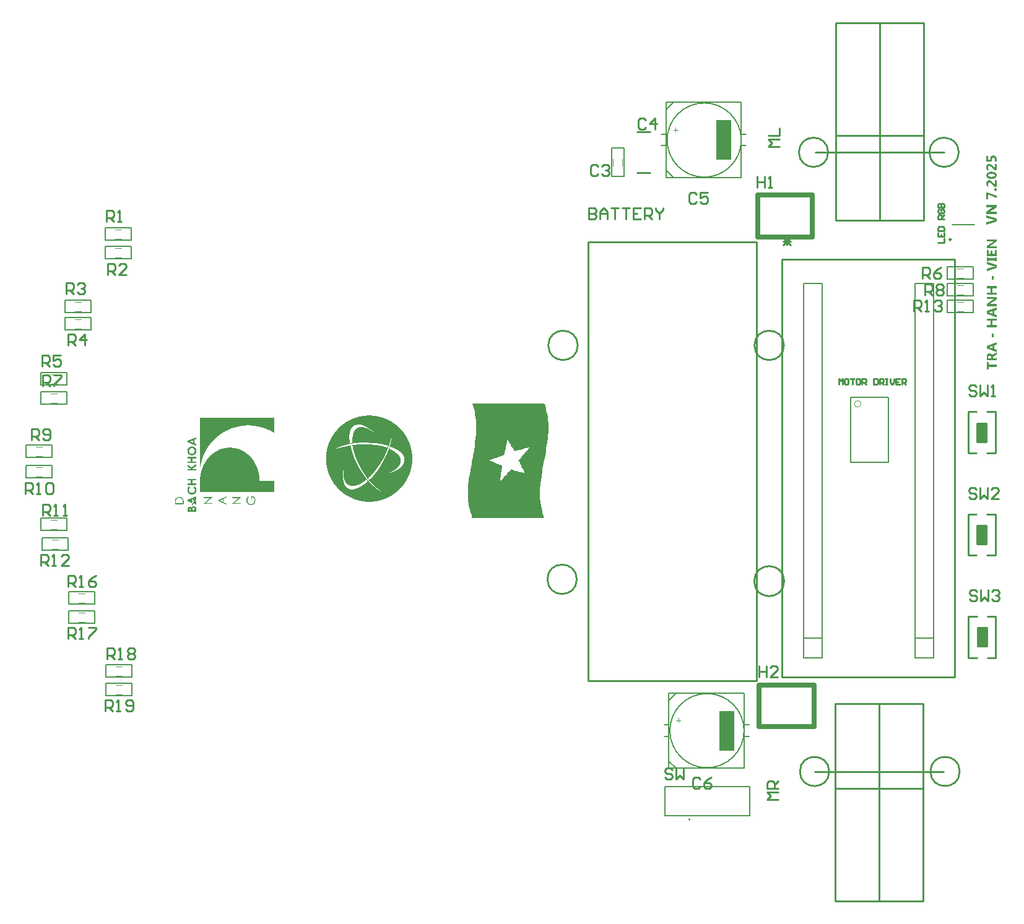
<source format=gbr>
G04*
G04 #@! TF.GenerationSoftware,Altium Limited,Altium Designer,25.5.2 (35)*
G04*
G04 Layer_Color=65535*
%FSLAX25Y25*%
%MOIN*%
G70*
G04*
G04 #@! TF.SameCoordinates,3A6C04F0-8456-4D88-A865-9B6E00D0E649*
G04*
G04*
G04 #@! TF.FilePolarity,Positive*
G04*
G01*
G75*
%ADD10C,0.01000*%
%ADD11C,0.00984*%
%ADD12C,0.00787*%
%ADD13C,0.00000*%
%ADD14C,0.00500*%
%ADD15C,0.00400*%
%ADD16C,0.00800*%
%ADD17C,0.00500*%
%ADD18C,0.02500*%
%ADD19R,0.08366X0.21654*%
%ADD20R,0.05000X0.10000*%
G36*
X142560Y212320D02*
X142421D01*
Y212390D01*
X142282D01*
Y212459D01*
X142213D01*
Y212529D01*
X142074D01*
Y212598D01*
X142004D01*
Y212668D01*
X141865D01*
Y212737D01*
X141726D01*
Y212807D01*
X141587D01*
Y212876D01*
X141518D01*
Y212946D01*
X141379D01*
Y213015D01*
X141240D01*
Y213085D01*
X141101D01*
Y213154D01*
X141032D01*
Y213224D01*
X140893D01*
Y213293D01*
X140754D01*
Y213362D01*
X140615D01*
Y213432D01*
X140476D01*
Y213501D01*
X140337D01*
Y213571D01*
X140198D01*
Y213640D01*
X140059D01*
Y213710D01*
X139920D01*
Y213779D01*
X139781D01*
Y213849D01*
X139642D01*
Y213918D01*
X139503D01*
Y213988D01*
X139364D01*
Y214057D01*
X139156D01*
Y214127D01*
X139017D01*
Y214196D01*
X138878D01*
Y214266D01*
X138669D01*
Y214335D01*
X138530D01*
Y214405D01*
X138391D01*
Y214474D01*
X138183D01*
Y214544D01*
X137975D01*
Y214613D01*
X137836D01*
Y214683D01*
X137627D01*
Y214752D01*
X137419D01*
Y214821D01*
X137280D01*
Y214891D01*
X137071D01*
Y214960D01*
X136863D01*
Y215030D01*
X136654D01*
Y215099D01*
X136377D01*
Y215169D01*
X136168D01*
Y215238D01*
X135960D01*
Y215308D01*
X135682D01*
Y215377D01*
X135473D01*
Y215447D01*
X135196D01*
Y215516D01*
X134987D01*
Y215586D01*
X134709D01*
Y215655D01*
X134362D01*
Y215725D01*
X134014D01*
Y215794D01*
X133737D01*
Y215864D01*
X133389D01*
Y215933D01*
X132972D01*
Y216003D01*
X132555D01*
Y216072D01*
X132069D01*
Y216142D01*
X131374D01*
Y216211D01*
X130749D01*
Y216281D01*
X129985D01*
Y216350D01*
X127345D01*
Y216281D01*
X126303D01*
Y216211D01*
X125747D01*
Y216142D01*
X125052D01*
Y216072D01*
X124635D01*
Y216003D01*
X124149D01*
Y215933D01*
X123801D01*
Y215864D01*
X123454D01*
Y215794D01*
X123107D01*
Y215725D01*
X122759D01*
Y215655D01*
X122481D01*
Y215586D01*
X122203D01*
Y215516D01*
X121995D01*
Y215447D01*
X121648D01*
Y215377D01*
X121439D01*
Y215308D01*
X121231D01*
Y215238D01*
X120953D01*
Y215169D01*
X120744D01*
Y215099D01*
X120536D01*
Y215030D01*
X120327D01*
Y214960D01*
X120119D01*
Y214891D01*
X119911D01*
Y214821D01*
X119702D01*
Y214752D01*
X119494D01*
Y214683D01*
X119355D01*
Y214613D01*
X119146D01*
Y214544D01*
X119007D01*
Y214474D01*
X118799D01*
Y214405D01*
X118660D01*
Y214335D01*
X118452D01*
Y214266D01*
X118313D01*
Y214196D01*
X118104D01*
Y214127D01*
X117965D01*
Y214057D01*
X117826D01*
Y213988D01*
X117687D01*
Y213918D01*
X117479D01*
Y213849D01*
X117409D01*
Y213779D01*
X117271D01*
Y213710D01*
X117062D01*
Y213640D01*
X116923D01*
Y213571D01*
X116784D01*
Y213501D01*
X116645D01*
Y213432D01*
X116506D01*
Y213362D01*
X116367D01*
Y213293D01*
X116228D01*
Y213224D01*
X116089D01*
Y213154D01*
X116020D01*
Y213085D01*
X115881D01*
Y213015D01*
X115742D01*
Y212946D01*
X115603D01*
Y212876D01*
X115534D01*
Y212807D01*
X115395D01*
Y212737D01*
X115256D01*
Y212668D01*
X115186D01*
Y212598D01*
X115047D01*
Y212529D01*
X114908D01*
Y212459D01*
X114769D01*
Y212390D01*
X114700D01*
Y212320D01*
X114630D01*
Y212251D01*
X114491D01*
Y212181D01*
X114353D01*
Y212112D01*
X114283D01*
Y212042D01*
X114144D01*
Y211973D01*
X114075D01*
Y211903D01*
X113936D01*
Y211834D01*
X113866D01*
Y211765D01*
X113727D01*
Y211695D01*
X113658D01*
Y211626D01*
X113519D01*
Y211556D01*
X113449D01*
Y211487D01*
X113380D01*
Y211417D01*
X113241D01*
Y211348D01*
X113171D01*
Y211278D01*
X113102D01*
Y211209D01*
X112963D01*
Y211139D01*
X112893D01*
Y211070D01*
X112754D01*
Y211000D01*
X112685D01*
Y210931D01*
X112616D01*
Y210861D01*
X112546D01*
Y210792D01*
X112407D01*
Y210722D01*
X112338D01*
Y210653D01*
X112268D01*
Y210583D01*
X112129D01*
Y210514D01*
X112060D01*
Y210444D01*
X111990D01*
Y210375D01*
X111921D01*
Y210306D01*
X111851D01*
Y210236D01*
X111782D01*
Y210167D01*
X111643D01*
Y210097D01*
X111573D01*
Y210028D01*
X111504D01*
Y209958D01*
X111434D01*
Y209889D01*
X111365D01*
Y209819D01*
X111295D01*
Y209750D01*
X111157D01*
Y209680D01*
X111087D01*
Y209611D01*
X111018D01*
Y209541D01*
X110948D01*
Y209472D01*
X110879D01*
Y209402D01*
X110809D01*
Y209333D01*
X110740D01*
Y209263D01*
X110670D01*
Y209194D01*
X110601D01*
Y209124D01*
X110531D01*
Y209055D01*
X110462D01*
Y208985D01*
X110392D01*
Y208916D01*
X110323D01*
Y208846D01*
X110184D01*
Y208777D01*
X110114D01*
Y208707D01*
X110045D01*
Y208638D01*
X109976D01*
Y208499D01*
X109906D01*
Y208430D01*
X109836D01*
Y208360D01*
X109767D01*
Y208291D01*
X109698D01*
Y208221D01*
X109628D01*
Y208152D01*
X109559D01*
Y208082D01*
X109489D01*
Y208013D01*
X109420D01*
Y207943D01*
X109350D01*
Y207874D01*
X109281D01*
Y207804D01*
X109211D01*
Y207735D01*
X109142D01*
Y207665D01*
X109072D01*
Y207526D01*
X109003D01*
Y207457D01*
X108933D01*
Y207387D01*
X108864D01*
Y207318D01*
X108794D01*
Y207248D01*
X108725D01*
Y207179D01*
X108655D01*
Y207109D01*
X108586D01*
Y206971D01*
X108517D01*
Y206901D01*
X108447D01*
Y206832D01*
X108378D01*
Y206762D01*
X108308D01*
Y206693D01*
X108238D01*
Y206554D01*
X108169D01*
Y206484D01*
X108100D01*
Y206415D01*
X108030D01*
Y206345D01*
X107961D01*
Y206206D01*
X107891D01*
Y206137D01*
X107822D01*
Y206067D01*
X107752D01*
Y205928D01*
X107683D01*
Y205859D01*
X107613D01*
Y205789D01*
X107544D01*
Y205650D01*
X107474D01*
Y205581D01*
X107405D01*
Y205442D01*
X107335D01*
Y205373D01*
X107266D01*
Y205303D01*
X107196D01*
Y205164D01*
X107127D01*
Y205095D01*
X107057D01*
Y205025D01*
X106988D01*
Y204886D01*
X106919D01*
Y204747D01*
X106849D01*
Y204678D01*
X106780D01*
Y204539D01*
X106710D01*
Y204469D01*
X106641D01*
Y204330D01*
X106571D01*
Y204261D01*
X106502D01*
Y204122D01*
X106432D01*
Y204053D01*
X106363D01*
Y203914D01*
X106293D01*
Y203775D01*
X106224D01*
Y203705D01*
X106154D01*
Y203566D01*
X106085D01*
Y203427D01*
X106015D01*
Y203358D01*
X105946D01*
Y203219D01*
X105876D01*
Y203080D01*
X105807D01*
Y203010D01*
X105737D01*
Y202871D01*
X105668D01*
Y202732D01*
X105598D01*
Y202594D01*
X105529D01*
Y202455D01*
X105459D01*
Y202316D01*
X105390D01*
Y202177D01*
X105321D01*
Y202038D01*
X105251D01*
Y201968D01*
X105182D01*
Y201760D01*
X105112D01*
Y201621D01*
X105043D01*
Y201482D01*
X104973D01*
Y201343D01*
X104904D01*
Y201204D01*
X104834D01*
Y201065D01*
X104765D01*
Y200926D01*
X104695D01*
Y200718D01*
X104626D01*
Y200579D01*
X104556D01*
Y200440D01*
X104487D01*
Y200231D01*
X104417D01*
Y200092D01*
X104348D01*
Y199884D01*
X104278D01*
Y199745D01*
X104209D01*
Y199537D01*
X104139D01*
Y199398D01*
X104070D01*
Y199189D01*
X104000D01*
Y198981D01*
X103931D01*
Y198772D01*
X103861D01*
Y198633D01*
X103792D01*
Y198425D01*
X103723D01*
Y198216D01*
X103653D01*
Y197939D01*
X103584D01*
Y197730D01*
X103514D01*
Y197452D01*
X103445D01*
Y197244D01*
X103375D01*
Y196966D01*
X103306D01*
Y196688D01*
X103236D01*
Y196410D01*
X103167D01*
Y196202D01*
X103097D01*
Y195854D01*
X103028D01*
Y195507D01*
X102958D01*
Y195229D01*
X102889D01*
Y194812D01*
X102819D01*
Y194465D01*
X102750D01*
Y194048D01*
X102680D01*
Y193423D01*
X102611D01*
Y193006D01*
X102541D01*
Y220449D01*
X142560D01*
Y212320D01*
D02*
G37*
G36*
X100457Y209889D02*
X100527D01*
Y209819D01*
X100457D01*
Y208985D01*
X100388D01*
Y208916D01*
X100179D01*
Y208846D01*
X99971D01*
Y208777D01*
X99762D01*
Y208707D01*
X99623D01*
Y208638D01*
X99554D01*
Y206762D01*
X99693D01*
Y206693D01*
X99832D01*
Y206623D01*
X100040D01*
Y206554D01*
X100179D01*
Y206484D01*
X100388D01*
Y206415D01*
X100457D01*
Y205581D01*
X100527D01*
Y205512D01*
X100318D01*
Y205581D01*
X100110D01*
Y205650D01*
X99971D01*
Y205720D01*
X99762D01*
Y205789D01*
X99623D01*
Y205859D01*
X99415D01*
Y205928D01*
X99207D01*
Y205998D01*
X99068D01*
Y206067D01*
X98929D01*
Y206137D01*
X98720D01*
Y206206D01*
X98512D01*
Y206276D01*
X98373D01*
Y206345D01*
X98164D01*
Y206415D01*
X98026D01*
Y206484D01*
X97817D01*
Y206554D01*
X97609D01*
Y206623D01*
X97470D01*
Y206693D01*
X97261D01*
Y206762D01*
X97122D01*
Y206832D01*
X96914D01*
Y206901D01*
X96705D01*
Y206971D01*
X96566D01*
Y207040D01*
X96358D01*
Y207109D01*
X96219D01*
Y207179D01*
X96011D01*
Y207248D01*
X95872D01*
Y208152D01*
X95941D01*
Y208221D01*
X96080D01*
Y208291D01*
X96289D01*
Y208360D01*
X96497D01*
Y208430D01*
X96636D01*
Y208499D01*
X96844D01*
Y208569D01*
X96983D01*
Y208638D01*
X97192D01*
Y208707D01*
X97331D01*
Y208777D01*
X97539D01*
Y208846D01*
X97748D01*
Y208916D01*
X97887D01*
Y208985D01*
X98095D01*
Y209055D01*
X98303D01*
Y209124D01*
X98442D01*
Y209194D01*
X98651D01*
Y209263D01*
X98859D01*
Y209333D01*
X98998D01*
Y209402D01*
X99207D01*
Y209472D01*
X99345D01*
Y209541D01*
X99554D01*
Y209611D01*
X99762D01*
Y209680D01*
X99901D01*
Y209750D01*
X100110D01*
Y209819D01*
X100249D01*
Y209889D01*
X100388D01*
Y209958D01*
X100457D01*
Y209889D01*
D02*
G37*
G36*
X169574Y202930D02*
X169515D01*
Y202988D01*
X169574D01*
Y202930D01*
D02*
G37*
G36*
X169632Y202812D02*
X169574D01*
Y202871D01*
X169632D01*
Y202812D01*
D02*
G37*
G36*
X169105Y202754D02*
X169046D01*
Y202812D01*
X169105D01*
Y202754D01*
D02*
G37*
G36*
X98651Y204956D02*
X98998D01*
Y204886D01*
X99137D01*
Y204817D01*
X99345D01*
Y204747D01*
X99415D01*
Y204678D01*
X99554D01*
Y204608D01*
X99623D01*
Y204539D01*
X99762D01*
Y204469D01*
X99832D01*
Y204400D01*
X99901D01*
Y204330D01*
X99971D01*
Y204261D01*
X100040D01*
Y204191D01*
X100110D01*
Y204122D01*
X100179D01*
Y203983D01*
X100249D01*
Y203914D01*
X100318D01*
Y203775D01*
X100388D01*
Y203636D01*
X100457D01*
Y203427D01*
X100527D01*
Y203219D01*
X100596D01*
Y202107D01*
X100527D01*
Y201829D01*
X100457D01*
Y201690D01*
X100388D01*
Y201482D01*
X100318D01*
Y201413D01*
X100249D01*
Y201273D01*
X100179D01*
Y201204D01*
X100110D01*
Y201134D01*
X100040D01*
Y200996D01*
X99971D01*
Y200926D01*
X99901D01*
Y200857D01*
X99762D01*
Y200787D01*
X99693D01*
Y200718D01*
X99623D01*
Y200648D01*
X99484D01*
Y200579D01*
X99415D01*
Y200509D01*
X99276D01*
Y200440D01*
X99068D01*
Y200370D01*
X98859D01*
Y200301D01*
X98512D01*
Y200231D01*
X97817D01*
Y200301D01*
X97470D01*
Y200370D01*
X97261D01*
Y200440D01*
X97122D01*
Y200509D01*
X96983D01*
Y200579D01*
X96844D01*
Y200648D01*
X96775D01*
Y200718D01*
X96636D01*
Y200787D01*
X96566D01*
Y200857D01*
X96497D01*
Y200926D01*
X96428D01*
Y200996D01*
X96358D01*
Y201065D01*
X96289D01*
Y201204D01*
X96219D01*
Y201273D01*
X96150D01*
Y201413D01*
X96080D01*
Y201482D01*
X96011D01*
Y201621D01*
X95941D01*
Y201829D01*
X95872D01*
Y202038D01*
X95802D01*
Y202455D01*
X95733D01*
Y202802D01*
X95802D01*
Y203288D01*
X95872D01*
Y203497D01*
X95941D01*
Y203636D01*
X96011D01*
Y203775D01*
X96080D01*
Y203914D01*
X96150D01*
Y203983D01*
X96219D01*
Y204122D01*
X96289D01*
Y204191D01*
X96358D01*
Y204261D01*
X96428D01*
Y204330D01*
X96497D01*
Y204400D01*
X96566D01*
Y204469D01*
X96636D01*
Y204539D01*
X96775D01*
Y204608D01*
X96844D01*
Y204678D01*
X96983D01*
Y204747D01*
X97122D01*
Y204817D01*
X97261D01*
Y204886D01*
X97400D01*
Y204956D01*
X97748D01*
Y205025D01*
X98651D01*
Y204956D01*
D02*
G37*
G36*
X100527Y199328D02*
X100457D01*
Y198633D01*
X100527D01*
Y198564D01*
X100457D01*
Y198494D01*
X100388D01*
Y198564D01*
X98512D01*
Y198494D01*
X98442D01*
Y197035D01*
X98512D01*
Y196966D01*
X100388D01*
Y197035D01*
X100457D01*
Y196966D01*
X100527D01*
Y196897D01*
X100457D01*
Y196202D01*
X100527D01*
Y196132D01*
X100457D01*
Y196063D01*
X95872D01*
Y196966D01*
X97609D01*
Y198564D01*
X95872D01*
Y199398D01*
X100527D01*
Y199328D01*
D02*
G37*
G36*
X100457Y194534D02*
X100527D01*
Y194465D01*
X100457D01*
Y194395D01*
X100388D01*
Y194326D01*
X100249D01*
Y194256D01*
X100179D01*
Y194187D01*
X100110D01*
Y194117D01*
X99971D01*
Y194048D01*
X99901D01*
Y193979D01*
X99762D01*
Y193909D01*
X99693D01*
Y193840D01*
X99554D01*
Y193770D01*
X99484D01*
Y193701D01*
X99345D01*
Y193631D01*
X99276D01*
Y193562D01*
X99137D01*
Y193492D01*
X99068D01*
Y193423D01*
X98929D01*
Y193353D01*
X98859D01*
Y193284D01*
X98790D01*
Y193214D01*
X98651D01*
Y193145D01*
X98512D01*
Y193006D01*
X100527D01*
Y192936D01*
X100457D01*
Y192242D01*
X100527D01*
Y192172D01*
X95872D01*
Y193006D01*
X97400D01*
Y193145D01*
X97261D01*
Y193214D01*
X97192D01*
Y193284D01*
X97053D01*
Y193353D01*
X96983D01*
Y193423D01*
X96914D01*
Y193492D01*
X96844D01*
Y193562D01*
X96705D01*
Y193631D01*
X96636D01*
Y193701D01*
X96566D01*
Y193770D01*
X96497D01*
Y193840D01*
X96358D01*
Y193909D01*
X96289D01*
Y193979D01*
X96219D01*
Y194048D01*
X96080D01*
Y194117D01*
X96011D01*
Y194187D01*
X95941D01*
Y194256D01*
X95872D01*
Y195299D01*
X96011D01*
Y195229D01*
X96080D01*
Y195160D01*
X96150D01*
Y195090D01*
X96289D01*
Y195021D01*
X96358D01*
Y194951D01*
X96428D01*
Y194882D01*
X96566D01*
Y194812D01*
X96636D01*
Y194743D01*
X96705D01*
Y194673D01*
X96775D01*
Y194604D01*
X96914D01*
Y194534D01*
X96983D01*
Y194465D01*
X97053D01*
Y194395D01*
X97122D01*
Y194326D01*
X97261D01*
Y194256D01*
X97331D01*
Y194187D01*
X97400D01*
Y194117D01*
X97539D01*
Y194048D01*
X97609D01*
Y193979D01*
X97678D01*
Y193909D01*
X97748D01*
Y193840D01*
X97887D01*
Y193770D01*
X98026D01*
Y193840D01*
X98095D01*
Y193909D01*
X98234D01*
Y193979D01*
X98303D01*
Y194048D01*
X98442D01*
Y194117D01*
X98512D01*
Y194187D01*
X98651D01*
Y194256D01*
X98720D01*
Y194326D01*
X98790D01*
Y194395D01*
X98929D01*
Y194465D01*
X98998D01*
Y194534D01*
X99137D01*
Y194604D01*
X99207D01*
Y194673D01*
X99345D01*
Y194743D01*
X99415D01*
Y194812D01*
X99554D01*
Y194882D01*
X99623D01*
Y194951D01*
X99693D01*
Y195021D01*
X99832D01*
Y195090D01*
X99901D01*
Y195160D01*
X100040D01*
Y195229D01*
X100110D01*
Y195299D01*
X100249D01*
Y195368D01*
X100318D01*
Y195438D01*
X100388D01*
Y195507D01*
X100457D01*
Y194534D01*
D02*
G37*
G36*
X100527Y187587D02*
X100457D01*
Y186892D01*
X100527D01*
Y186822D01*
X100457D01*
Y186753D01*
X100388D01*
Y186822D01*
X98512D01*
Y186753D01*
X98442D01*
Y185294D01*
X98512D01*
Y185224D01*
X100388D01*
Y185294D01*
X100457D01*
Y185224D01*
X100527D01*
Y185155D01*
X100457D01*
Y184460D01*
X100527D01*
Y184391D01*
X100457D01*
Y184321D01*
X95872D01*
Y185294D01*
X96011D01*
Y185224D01*
X97609D01*
Y186822D01*
X95872D01*
Y187656D01*
X100527D01*
Y187587D01*
D02*
G37*
G36*
X119980Y204330D02*
X120675D01*
Y204261D01*
X121022D01*
Y204191D01*
X121370D01*
Y204122D01*
X121786D01*
Y204053D01*
X121995D01*
Y203983D01*
X122273D01*
Y203914D01*
X122551D01*
Y203844D01*
X122759D01*
Y203775D01*
X123037D01*
Y203705D01*
X123246D01*
Y203636D01*
X123454D01*
Y203566D01*
X123662D01*
Y203497D01*
X123801D01*
Y203427D01*
X124010D01*
Y203358D01*
X124149D01*
Y203288D01*
X124357D01*
Y203219D01*
X124496D01*
Y203149D01*
X124635D01*
Y203080D01*
X124774D01*
Y203010D01*
X124913D01*
Y202941D01*
X125052D01*
Y202871D01*
X125191D01*
Y202802D01*
X125330D01*
Y202732D01*
X125469D01*
Y202663D01*
X125608D01*
Y202594D01*
X125747D01*
Y202524D01*
X125886D01*
Y202455D01*
X126024D01*
Y202385D01*
X126094D01*
Y202316D01*
X126233D01*
Y202246D01*
X126303D01*
Y202177D01*
X126441D01*
Y202107D01*
X126580D01*
Y202038D01*
X126650D01*
Y201968D01*
X126789D01*
Y201899D01*
X126858D01*
Y201829D01*
X126997D01*
Y201760D01*
X127067D01*
Y201690D01*
X127136D01*
Y201621D01*
X127275D01*
Y201551D01*
X127345D01*
Y201482D01*
X127484D01*
Y201413D01*
X127553D01*
Y201343D01*
X127692D01*
Y201273D01*
X127761D01*
Y201204D01*
X127831D01*
Y201134D01*
X127900D01*
Y201065D01*
X127970D01*
Y200996D01*
X128109D01*
Y200926D01*
X128178D01*
Y200857D01*
X128248D01*
Y200787D01*
X128317D01*
Y200718D01*
X128387D01*
Y200648D01*
X128526D01*
Y200579D01*
X128595D01*
Y200509D01*
X128665D01*
Y200440D01*
X128734D01*
Y200370D01*
X128804D01*
Y200301D01*
X128873D01*
Y200231D01*
X128943D01*
Y200162D01*
X129012D01*
Y200092D01*
X129081D01*
Y200023D01*
X129151D01*
Y199953D01*
X129220D01*
Y199884D01*
X129359D01*
Y199814D01*
X129429D01*
Y199676D01*
X129498D01*
Y199606D01*
X129568D01*
Y199537D01*
X129637D01*
Y199467D01*
X129707D01*
Y199398D01*
X129776D01*
Y199328D01*
X129846D01*
Y199259D01*
X129915D01*
Y199189D01*
X129985D01*
Y199120D01*
X130054D01*
Y198981D01*
X130124D01*
Y198911D01*
X130193D01*
Y198842D01*
X130263D01*
Y198772D01*
X130332D01*
Y198703D01*
X130402D01*
Y198633D01*
X130471D01*
Y198494D01*
X130541D01*
Y198425D01*
X130610D01*
Y198355D01*
X130680D01*
Y198286D01*
X130749D01*
Y198147D01*
X130818D01*
Y198078D01*
X130888D01*
Y197939D01*
X130957D01*
Y197869D01*
X131027D01*
Y197800D01*
X131096D01*
Y197661D01*
X131166D01*
Y197591D01*
X131235D01*
Y197452D01*
X131305D01*
Y197383D01*
X131374D01*
Y197313D01*
X131444D01*
Y197174D01*
X131513D01*
Y197105D01*
X131583D01*
Y196966D01*
X131652D01*
Y196827D01*
X131722D01*
Y196757D01*
X131791D01*
Y196619D01*
X131861D01*
Y196480D01*
X131930D01*
Y196410D01*
X132000D01*
Y196271D01*
X132069D01*
Y196132D01*
X132139D01*
Y196063D01*
X132208D01*
Y195924D01*
X132277D01*
Y195785D01*
X132347D01*
Y195646D01*
X132416D01*
Y195507D01*
X132486D01*
Y195368D01*
X132555D01*
Y195229D01*
X132625D01*
Y195090D01*
X132694D01*
Y194951D01*
X132764D01*
Y194812D01*
X132833D01*
Y194673D01*
X132903D01*
Y194534D01*
X132972D01*
Y194326D01*
X133042D01*
Y194187D01*
X133111D01*
Y194048D01*
X133181D01*
Y193840D01*
X133250D01*
Y193631D01*
X133320D01*
Y193492D01*
X133389D01*
Y193353D01*
X133458D01*
Y193145D01*
X133528D01*
Y192936D01*
X133598D01*
Y192658D01*
X133667D01*
Y192519D01*
X133737D01*
Y192311D01*
X133806D01*
Y192033D01*
X133875D01*
Y191825D01*
X133945D01*
Y191477D01*
X134014D01*
Y191269D01*
X134084D01*
Y190991D01*
X134153D01*
Y190644D01*
X134223D01*
Y190366D01*
X134292D01*
Y189949D01*
X134362D01*
Y189532D01*
X134431D01*
Y189115D01*
X134501D01*
Y189046D01*
X134431D01*
Y188907D01*
X134501D01*
Y188420D01*
X134570D01*
Y187587D01*
X134640D01*
Y186475D01*
X142560D01*
Y180500D01*
X102541D01*
Y186822D01*
X102611D01*
Y188004D01*
X102680D01*
Y188142D01*
X102611D01*
Y188351D01*
X102680D01*
Y188837D01*
X102750D01*
Y189393D01*
X102819D01*
Y189879D01*
X102889D01*
Y190296D01*
X102958D01*
Y190574D01*
X103028D01*
Y190921D01*
X103097D01*
Y191199D01*
X103167D01*
Y191477D01*
X103236D01*
Y191755D01*
X103306D01*
Y192033D01*
X103375D01*
Y192242D01*
X103445D01*
Y192450D01*
X103514D01*
Y192658D01*
X103584D01*
Y192867D01*
X103653D01*
Y193075D01*
X103723D01*
Y193284D01*
X103792D01*
Y193423D01*
X103861D01*
Y193631D01*
X103931D01*
Y193840D01*
X104000D01*
Y193979D01*
X104070D01*
Y194187D01*
X104139D01*
Y194326D01*
X104209D01*
Y194465D01*
X104278D01*
Y194604D01*
X104348D01*
Y194743D01*
X104417D01*
Y194951D01*
X104487D01*
Y195090D01*
X104556D01*
Y195229D01*
X104626D01*
Y195368D01*
X104695D01*
Y195507D01*
X104765D01*
Y195576D01*
X104834D01*
Y195785D01*
X104904D01*
Y195924D01*
X104973D01*
Y195993D01*
X105043D01*
Y196132D01*
X105112D01*
Y196202D01*
X105182D01*
Y196341D01*
X105251D01*
Y196480D01*
X105321D01*
Y196619D01*
X105390D01*
Y196688D01*
X105459D01*
Y196827D01*
X105529D01*
Y196966D01*
X105598D01*
Y197035D01*
X105668D01*
Y197174D01*
X105737D01*
Y197244D01*
X105807D01*
Y197383D01*
X105876D01*
Y197452D01*
X105946D01*
Y197522D01*
X106015D01*
Y197661D01*
X106085D01*
Y197730D01*
X106154D01*
Y197869D01*
X106224D01*
Y197939D01*
X106293D01*
Y198008D01*
X106363D01*
Y198147D01*
X106432D01*
Y198216D01*
X106502D01*
Y198286D01*
X106571D01*
Y198425D01*
X106641D01*
Y198494D01*
X106710D01*
Y198564D01*
X106780D01*
Y198703D01*
X106849D01*
Y198772D01*
X106919D01*
Y198842D01*
X106988D01*
Y198911D01*
X107057D01*
Y198981D01*
X107127D01*
Y199050D01*
X107196D01*
Y199120D01*
X107266D01*
Y199189D01*
X107335D01*
Y199328D01*
X107405D01*
Y199398D01*
X107474D01*
Y199467D01*
X107544D01*
Y199537D01*
X107613D01*
Y199606D01*
X107683D01*
Y199676D01*
X107752D01*
Y199745D01*
X107822D01*
Y199814D01*
X107891D01*
Y199884D01*
X107961D01*
Y199953D01*
X108030D01*
Y200023D01*
X108100D01*
Y200092D01*
X108169D01*
Y200162D01*
X108238D01*
Y200231D01*
X108308D01*
Y200301D01*
X108378D01*
Y200370D01*
X108447D01*
Y200440D01*
X108586D01*
Y200509D01*
X108655D01*
Y200579D01*
X108725D01*
Y200648D01*
X108794D01*
Y200718D01*
X108864D01*
Y200787D01*
X108933D01*
Y200857D01*
X109003D01*
Y200926D01*
X109142D01*
Y200996D01*
X109211D01*
Y201065D01*
X109281D01*
Y201134D01*
X109350D01*
Y201204D01*
X109420D01*
Y201273D01*
X109559D01*
Y201343D01*
X109628D01*
Y201413D01*
X109698D01*
Y201482D01*
X109836D01*
Y201551D01*
X109906D01*
Y201621D01*
X110045D01*
Y201690D01*
X110114D01*
Y201760D01*
X110253D01*
Y201829D01*
X110323D01*
Y201899D01*
X110462D01*
Y201968D01*
X110531D01*
Y202038D01*
X110670D01*
Y202107D01*
X110740D01*
Y202177D01*
X110879D01*
Y202246D01*
X110948D01*
Y202316D01*
X111087D01*
Y202385D01*
X111226D01*
Y202455D01*
X111365D01*
Y202524D01*
X111434D01*
Y202594D01*
X111573D01*
Y202663D01*
X111712D01*
Y202732D01*
X111851D01*
Y202802D01*
X111990D01*
Y202871D01*
X112129D01*
Y202941D01*
X112268D01*
Y203010D01*
X112407D01*
Y203080D01*
X112546D01*
Y203149D01*
X112685D01*
Y203219D01*
X112824D01*
Y203288D01*
X113032D01*
Y203358D01*
X113171D01*
Y203427D01*
X113380D01*
Y203497D01*
X113588D01*
Y203566D01*
X113797D01*
Y203636D01*
X113936D01*
Y203705D01*
X114144D01*
Y203775D01*
X114422D01*
Y203844D01*
X114630D01*
Y203914D01*
X114908D01*
Y203983D01*
X115186D01*
Y204053D01*
X115395D01*
Y204122D01*
X115812D01*
Y204191D01*
X116159D01*
Y204261D01*
X116506D01*
Y204330D01*
X117201D01*
Y204400D01*
X119980D01*
Y204330D01*
D02*
G37*
G36*
X99762Y183557D02*
X99832D01*
Y183487D01*
X99901D01*
Y183418D01*
X99971D01*
Y183279D01*
X100040D01*
Y183210D01*
X100110D01*
Y183140D01*
X100179D01*
Y183001D01*
X100249D01*
Y182932D01*
X100318D01*
Y182793D01*
X100388D01*
Y182654D01*
X100457D01*
Y182445D01*
X100527D01*
Y182167D01*
X100596D01*
Y180986D01*
X100527D01*
Y180708D01*
X100457D01*
Y180570D01*
X100388D01*
Y180430D01*
X100318D01*
Y180292D01*
X100249D01*
Y180153D01*
X100179D01*
Y180083D01*
X100110D01*
Y179944D01*
X100040D01*
Y179875D01*
X99971D01*
Y179805D01*
X99901D01*
Y179736D01*
X99832D01*
Y179666D01*
X99693D01*
Y179597D01*
X99623D01*
Y179527D01*
X99484D01*
Y179458D01*
X99415D01*
Y179388D01*
X99207D01*
Y179319D01*
X99068D01*
Y179249D01*
X98790D01*
Y179180D01*
X97609D01*
Y179249D01*
X97331D01*
Y179319D01*
X97192D01*
Y179388D01*
X96983D01*
Y179458D01*
X96914D01*
Y179527D01*
X96775D01*
Y179597D01*
X96705D01*
Y179666D01*
X96636D01*
Y179736D01*
X96497D01*
Y179805D01*
X96428D01*
Y179875D01*
X96358D01*
Y180014D01*
X96289D01*
Y180083D01*
X96219D01*
Y180153D01*
X96150D01*
Y180292D01*
X96080D01*
Y180430D01*
X96011D01*
Y180570D01*
X95941D01*
Y180778D01*
X95872D01*
Y180986D01*
X95802D01*
Y181403D01*
X95733D01*
Y181820D01*
X95802D01*
Y182237D01*
X95872D01*
Y182445D01*
X95941D01*
Y182654D01*
X96011D01*
Y182793D01*
X96080D01*
Y182932D01*
X96150D01*
Y183071D01*
X96219D01*
Y183140D01*
X96289D01*
Y183279D01*
X96358D01*
Y183349D01*
X96428D01*
Y183418D01*
X96497D01*
Y183487D01*
X96566D01*
Y183557D01*
X96636D01*
Y183626D01*
X96705D01*
Y183557D01*
X96775D01*
Y183487D01*
X96844D01*
Y183418D01*
X96914D01*
Y183349D01*
X96983D01*
Y183279D01*
X97053D01*
Y183210D01*
X97122D01*
Y183140D01*
X97192D01*
Y183071D01*
X97261D01*
Y182932D01*
X97192D01*
Y182862D01*
X97122D01*
Y182793D01*
X97053D01*
Y182723D01*
X96983D01*
Y182584D01*
X96914D01*
Y182515D01*
X96844D01*
Y182376D01*
X96775D01*
Y182237D01*
X96705D01*
Y182028D01*
X96636D01*
Y181195D01*
X96705D01*
Y180986D01*
X96775D01*
Y180847D01*
X96844D01*
Y180708D01*
X96914D01*
Y180639D01*
X96983D01*
Y180570D01*
X97053D01*
Y180500D01*
X97122D01*
Y180430D01*
X97192D01*
Y180361D01*
X97261D01*
Y180292D01*
X97331D01*
Y180222D01*
X97470D01*
Y180153D01*
X97678D01*
Y180083D01*
X97956D01*
Y180014D01*
X98442D01*
Y180083D01*
X98720D01*
Y180153D01*
X98859D01*
Y180222D01*
X98998D01*
Y180292D01*
X99137D01*
Y180361D01*
X99207D01*
Y180430D01*
X99276D01*
Y180500D01*
X99345D01*
Y180570D01*
X99415D01*
Y180639D01*
X99484D01*
Y180778D01*
X99554D01*
Y180847D01*
X99623D01*
Y181056D01*
X99693D01*
Y181334D01*
X99762D01*
Y181889D01*
X99693D01*
Y182167D01*
X99623D01*
Y182376D01*
X99554D01*
Y182445D01*
X99484D01*
Y182584D01*
X99415D01*
Y182654D01*
X99345D01*
Y182723D01*
X99276D01*
Y182793D01*
X99207D01*
Y182932D01*
X99137D01*
Y183071D01*
X99207D01*
Y183140D01*
X99276D01*
Y183210D01*
X99345D01*
Y183279D01*
X99415D01*
Y183349D01*
X99484D01*
Y183418D01*
X99554D01*
Y183487D01*
X99623D01*
Y183557D01*
X99693D01*
Y183626D01*
X99762D01*
Y183557D01*
D02*
G37*
G36*
X92050Y177790D02*
X92259D01*
Y177721D01*
X92467D01*
Y177652D01*
X92606D01*
Y177582D01*
X92745D01*
Y177513D01*
X92815D01*
Y177443D01*
X92954D01*
Y177374D01*
X93023D01*
Y177304D01*
X93093D01*
Y177235D01*
X93162D01*
Y177165D01*
X93232D01*
Y177096D01*
X93301D01*
Y176957D01*
X93371D01*
Y176887D01*
X93440D01*
Y176748D01*
X93510D01*
Y176540D01*
X93579D01*
Y176331D01*
X93648D01*
Y175776D01*
X93718D01*
Y174039D01*
X93648D01*
Y173969D01*
X89132D01*
Y174039D01*
X89063D01*
Y175637D01*
X89132D01*
Y176192D01*
X89202D01*
Y176470D01*
X89271D01*
Y176609D01*
X89341D01*
Y176748D01*
X89410D01*
Y176887D01*
X89480D01*
Y177026D01*
X89549D01*
Y177096D01*
X89619D01*
Y177165D01*
X89688D01*
Y177235D01*
X89758D01*
Y177304D01*
X89827D01*
Y177374D01*
X89897D01*
Y177443D01*
X89966D01*
Y177513D01*
X90105D01*
Y177582D01*
X90244D01*
Y177652D01*
X90383D01*
Y177721D01*
X90592D01*
Y177790D01*
X90869D01*
Y177860D01*
X91912D01*
Y177790D01*
X91981D01*
Y177860D01*
X92050D01*
Y177790D01*
D02*
G37*
G36*
X195059Y221648D02*
X195669D01*
Y221601D01*
X196185D01*
Y221554D01*
X196513D01*
Y221507D01*
X196889D01*
Y221460D01*
X197217D01*
Y221413D01*
X197499D01*
Y221367D01*
X197780D01*
Y221320D01*
X198015D01*
Y221273D01*
X198296D01*
Y221226D01*
X198484D01*
Y221179D01*
X198719D01*
Y221132D01*
X198906D01*
Y221085D01*
X199094D01*
Y221038D01*
X199328D01*
Y220991D01*
X199516D01*
Y220944D01*
X199657D01*
Y220897D01*
X199845D01*
Y220850D01*
X199985D01*
Y220804D01*
X200173D01*
Y220757D01*
X200314D01*
Y220710D01*
X200501D01*
Y220663D01*
X200642D01*
Y220616D01*
X200783D01*
Y220569D01*
X200923D01*
Y220522D01*
X201064D01*
Y220475D01*
X201205D01*
Y220428D01*
X201346D01*
Y220381D01*
X201486D01*
Y220335D01*
X201580D01*
Y220288D01*
X201721D01*
Y220241D01*
X201862D01*
Y220194D01*
X201956D01*
Y220147D01*
X202096D01*
Y220100D01*
X202190D01*
Y220053D01*
X202331D01*
Y220006D01*
X202425D01*
Y219959D01*
X202566D01*
Y219912D01*
X202659D01*
Y219865D01*
X202800D01*
Y219818D01*
X202894D01*
Y219772D01*
X202988D01*
Y219725D01*
X203082D01*
Y219678D01*
X203175D01*
Y219631D01*
X203316D01*
Y219584D01*
X203410D01*
Y219537D01*
X203504D01*
Y219490D01*
X203598D01*
Y219443D01*
X203692D01*
Y219396D01*
X203785D01*
Y219349D01*
X203879D01*
Y219302D01*
X203973D01*
Y219255D01*
X204067D01*
Y219209D01*
X204161D01*
Y219162D01*
X204255D01*
Y219115D01*
X204348D01*
Y219068D01*
X204442D01*
Y219021D01*
X204536D01*
Y218974D01*
X204630D01*
Y218927D01*
X204724D01*
Y218880D01*
X204818D01*
Y218833D01*
X204865D01*
Y218786D01*
X204958D01*
Y218739D01*
X205052D01*
Y218692D01*
X205146D01*
Y218646D01*
X205193D01*
Y218599D01*
X205287D01*
Y218552D01*
X205381D01*
Y218505D01*
X205474D01*
Y218458D01*
X205521D01*
Y218411D01*
X205615D01*
Y218364D01*
X205709D01*
Y218317D01*
X205756D01*
Y218270D01*
X205850D01*
Y218223D01*
X205897D01*
Y218176D01*
X205990D01*
Y218129D01*
X206037D01*
Y218082D01*
X206131D01*
Y218036D01*
X206225D01*
Y217989D01*
X206272D01*
Y217942D01*
X206366D01*
Y217895D01*
X206413D01*
Y217848D01*
X206506D01*
Y217801D01*
X206553D01*
Y217754D01*
X206647D01*
Y217707D01*
X206694D01*
Y217660D01*
X206788D01*
Y217613D01*
X206835D01*
Y217566D01*
X206929D01*
Y217519D01*
X206976D01*
Y217473D01*
X207023D01*
Y217426D01*
X207116D01*
Y217379D01*
X207163D01*
Y217332D01*
X207257D01*
Y217285D01*
X207304D01*
Y217238D01*
X207351D01*
Y217191D01*
X207445D01*
Y217144D01*
X207492D01*
Y217097D01*
X207539D01*
Y217050D01*
X207632D01*
Y217003D01*
X207679D01*
Y216956D01*
X207726D01*
Y216910D01*
X207820D01*
Y216863D01*
X207867D01*
Y216816D01*
X207914D01*
Y216769D01*
X207961D01*
Y216722D01*
X208055D01*
Y216675D01*
X208102D01*
Y216628D01*
X208149D01*
Y216581D01*
X208242D01*
Y216534D01*
X208289D01*
Y216487D01*
X208336D01*
Y216441D01*
X208383D01*
Y216394D01*
X208477D01*
Y216347D01*
X208524D01*
Y216300D01*
X208571D01*
Y216253D01*
X208618D01*
Y216206D01*
X208665D01*
Y216159D01*
X208712D01*
Y216112D01*
X208758D01*
Y216065D01*
X208852D01*
Y216018D01*
X208899D01*
Y215971D01*
X208946D01*
Y215924D01*
X208993D01*
Y215878D01*
X209040D01*
Y215831D01*
X209087D01*
Y215784D01*
X209134D01*
Y215737D01*
X209228D01*
Y215690D01*
X209275D01*
Y215643D01*
X209321D01*
Y215596D01*
X209368D01*
Y215549D01*
X209415D01*
Y215502D01*
X209462D01*
Y215455D01*
X209509D01*
Y215408D01*
X209556D01*
Y215361D01*
X209603D01*
Y215315D01*
X209650D01*
Y215268D01*
X209697D01*
Y215221D01*
X209744D01*
Y215174D01*
X209791D01*
Y215127D01*
X209838D01*
Y215080D01*
X209884D01*
Y215033D01*
X209931D01*
Y214986D01*
X209978D01*
Y214939D01*
X210025D01*
Y214892D01*
X210072D01*
Y214845D01*
X210119D01*
Y214798D01*
X210166D01*
Y214752D01*
X210213D01*
Y214705D01*
X210260D01*
Y214658D01*
X210307D01*
Y214611D01*
X210354D01*
Y214564D01*
X210401D01*
Y214517D01*
X210447D01*
Y214470D01*
X210494D01*
Y214423D01*
X210541D01*
Y214376D01*
X210588D01*
Y214329D01*
X210635D01*
Y214282D01*
X210682D01*
Y214235D01*
X210729D01*
Y214189D01*
X210776D01*
Y214142D01*
X210823D01*
Y214095D01*
X210870D01*
Y214001D01*
X210917D01*
Y213954D01*
X210964D01*
Y213907D01*
X211010D01*
Y213860D01*
X211057D01*
Y213813D01*
X211104D01*
Y213766D01*
X211151D01*
Y213719D01*
X211198D01*
Y213626D01*
X211245D01*
Y213579D01*
X211292D01*
Y213532D01*
X211339D01*
Y213485D01*
X211386D01*
Y213438D01*
X211433D01*
Y213391D01*
X211480D01*
Y213297D01*
X211526D01*
Y213250D01*
X211573D01*
Y213203D01*
X211620D01*
Y213156D01*
X211667D01*
Y213109D01*
X211714D01*
Y213016D01*
X211761D01*
Y212969D01*
X211808D01*
Y212922D01*
X211855D01*
Y212828D01*
X211902D01*
Y212781D01*
X211949D01*
Y212734D01*
X211996D01*
Y212687D01*
X212043D01*
Y212593D01*
X212089D01*
Y212546D01*
X212136D01*
Y212499D01*
X212183D01*
Y212453D01*
X212230D01*
Y212359D01*
X212277D01*
Y212312D01*
X212324D01*
Y212218D01*
X212371D01*
Y212171D01*
X212418D01*
Y212124D01*
X212465D01*
Y212030D01*
X212512D01*
Y211983D01*
X212559D01*
Y211890D01*
X212606D01*
Y211843D01*
X212652D01*
Y211796D01*
X212699D01*
Y211702D01*
X212746D01*
Y211655D01*
X212793D01*
Y211561D01*
X212840D01*
Y211514D01*
X212887D01*
Y211420D01*
X212934D01*
Y211374D01*
X212981D01*
Y211280D01*
X213028D01*
Y211233D01*
X213075D01*
Y211139D01*
X213122D01*
Y211092D01*
X213169D01*
Y210998D01*
X213215D01*
Y210951D01*
X213262D01*
Y210858D01*
X213309D01*
Y210764D01*
X213356D01*
Y210717D01*
X213403D01*
Y210623D01*
X213450D01*
Y210576D01*
X213497D01*
Y210482D01*
X213544D01*
Y210388D01*
X213591D01*
Y210341D01*
X213638D01*
Y210248D01*
X213685D01*
Y210154D01*
X213732D01*
Y210060D01*
X213778D01*
Y210013D01*
X213825D01*
Y209919D01*
X213872D01*
Y209825D01*
X213919D01*
Y209732D01*
X213966D01*
Y209685D01*
X214013D01*
Y209591D01*
X214060D01*
Y209497D01*
X214107D01*
Y209403D01*
X214154D01*
Y209309D01*
X214201D01*
Y209215D01*
X214248D01*
Y209122D01*
X214295D01*
Y209028D01*
X214341D01*
Y208934D01*
X214388D01*
Y208840D01*
X214435D01*
Y208746D01*
X214482D01*
Y208652D01*
X214529D01*
Y208606D01*
X214576D01*
Y208465D01*
X214623D01*
Y208371D01*
X214670D01*
Y208277D01*
X214717D01*
Y208183D01*
X214764D01*
Y208089D01*
X214811D01*
Y207949D01*
X214858D01*
Y207855D01*
X214904D01*
Y207761D01*
X214951D01*
Y207667D01*
X214998D01*
Y207526D01*
X215045D01*
Y207433D01*
X215092D01*
Y207292D01*
X215139D01*
Y207198D01*
X215186D01*
Y207057D01*
X215233D01*
Y206963D01*
X215280D01*
Y206823D01*
X215327D01*
Y206729D01*
X215374D01*
Y206588D01*
X215421D01*
Y206494D01*
X215467D01*
Y206354D01*
X215514D01*
Y206213D01*
X215561D01*
Y206072D01*
X215608D01*
Y205931D01*
X215655D01*
Y205791D01*
X215702D01*
Y205650D01*
X215749D01*
Y205509D01*
X215796D01*
Y205368D01*
X215843D01*
Y205181D01*
X215890D01*
Y205040D01*
X215937D01*
Y204852D01*
X215984D01*
Y204712D01*
X216030D01*
Y204524D01*
X216077D01*
Y204383D01*
X216124D01*
Y204195D01*
X216171D01*
Y204008D01*
X216218D01*
Y203773D01*
X216265D01*
Y203586D01*
X216312D01*
Y203351D01*
X216359D01*
Y203163D01*
X216406D01*
Y202882D01*
X216453D01*
Y202647D01*
X216499D01*
Y202366D01*
X216547D01*
Y202131D01*
X216593D01*
Y201756D01*
X216640D01*
Y201427D01*
X216687D01*
Y201052D01*
X216734D01*
Y200583D01*
X216781D01*
Y199973D01*
X216828D01*
Y197064D01*
X216781D01*
Y196407D01*
X216734D01*
Y195938D01*
X216687D01*
Y195563D01*
X216640D01*
Y195188D01*
X216593D01*
Y194859D01*
X216547D01*
Y194625D01*
X216499D01*
Y194343D01*
X216453D01*
Y194109D01*
X216406D01*
Y193827D01*
X216359D01*
Y193639D01*
X216312D01*
Y193405D01*
X216265D01*
Y193217D01*
X216218D01*
Y192983D01*
X216171D01*
Y192795D01*
X216124D01*
Y192607D01*
X216077D01*
Y192467D01*
X216030D01*
Y192279D01*
X215984D01*
Y192138D01*
X215937D01*
Y191951D01*
X215890D01*
Y191810D01*
X215843D01*
Y191622D01*
X215796D01*
Y191481D01*
X215749D01*
Y191341D01*
X215702D01*
Y191200D01*
X215655D01*
Y191059D01*
X215608D01*
Y190918D01*
X215561D01*
Y190778D01*
X215514D01*
Y190637D01*
X215467D01*
Y190496D01*
X215421D01*
Y190402D01*
X215374D01*
Y190261D01*
X215327D01*
Y190168D01*
X215280D01*
Y190027D01*
X215233D01*
Y189933D01*
X215186D01*
Y189792D01*
X215139D01*
Y189652D01*
X215092D01*
Y189558D01*
X215045D01*
Y189417D01*
X214998D01*
Y189323D01*
X214951D01*
Y189229D01*
X214904D01*
Y189136D01*
X214858D01*
Y189042D01*
X214811D01*
Y188901D01*
X214764D01*
Y188807D01*
X214717D01*
Y188713D01*
X214670D01*
Y188619D01*
X214623D01*
Y188526D01*
X214576D01*
Y188385D01*
X214529D01*
Y188291D01*
X214482D01*
Y188197D01*
X214435D01*
Y188150D01*
X214388D01*
Y188057D01*
X214341D01*
Y187963D01*
X214295D01*
Y187869D01*
X214248D01*
Y187775D01*
X214201D01*
Y187681D01*
X214154D01*
Y187587D01*
X214107D01*
Y187494D01*
X214060D01*
Y187400D01*
X214013D01*
Y187306D01*
X213966D01*
Y187259D01*
X213919D01*
Y187165D01*
X213872D01*
Y187071D01*
X213825D01*
Y186977D01*
X213778D01*
Y186931D01*
X213732D01*
Y186837D01*
X213685D01*
Y186743D01*
X213638D01*
Y186649D01*
X213591D01*
Y186602D01*
X213544D01*
Y186508D01*
X213497D01*
Y186414D01*
X213450D01*
Y186367D01*
X213403D01*
Y186274D01*
X213356D01*
Y186227D01*
X213309D01*
Y186133D01*
X213262D01*
Y186039D01*
X213215D01*
Y185992D01*
X213169D01*
Y185898D01*
X213122D01*
Y185851D01*
X213075D01*
Y185758D01*
X213028D01*
Y185711D01*
X212981D01*
Y185617D01*
X212934D01*
Y185523D01*
X212887D01*
Y185476D01*
X212840D01*
Y185429D01*
X212793D01*
Y185335D01*
X212746D01*
Y185288D01*
X212699D01*
Y185195D01*
X212652D01*
Y185148D01*
X212606D01*
Y185101D01*
X212559D01*
Y185007D01*
X212512D01*
Y184960D01*
X212465D01*
Y184866D01*
X212418D01*
Y184819D01*
X212371D01*
Y184772D01*
X212324D01*
Y184678D01*
X212277D01*
Y184632D01*
X212230D01*
Y184538D01*
X212183D01*
Y184491D01*
X212136D01*
Y184444D01*
X212089D01*
Y184397D01*
X212043D01*
Y184303D01*
X211996D01*
Y184256D01*
X211949D01*
Y184209D01*
X211902D01*
Y184162D01*
X211855D01*
Y184069D01*
X211808D01*
Y184022D01*
X211761D01*
Y183975D01*
X211714D01*
Y183881D01*
X211667D01*
Y183834D01*
X211620D01*
Y183787D01*
X211573D01*
Y183740D01*
X211526D01*
Y183646D01*
X211480D01*
Y183599D01*
X211433D01*
Y183553D01*
X211386D01*
Y183506D01*
X211339D01*
Y183459D01*
X211292D01*
Y183412D01*
X211245D01*
Y183365D01*
X211198D01*
Y183271D01*
X211151D01*
Y183224D01*
X211104D01*
Y183177D01*
X211057D01*
Y183130D01*
X211010D01*
Y183083D01*
X210964D01*
Y183036D01*
X210917D01*
Y182943D01*
X210870D01*
Y182896D01*
X210823D01*
Y182849D01*
X210776D01*
Y182802D01*
X210729D01*
Y182755D01*
X210682D01*
Y182708D01*
X210635D01*
Y182661D01*
X210588D01*
Y182614D01*
X210541D01*
Y182567D01*
X210494D01*
Y182520D01*
X210447D01*
Y182474D01*
X210401D01*
Y182427D01*
X210354D01*
Y182380D01*
X210307D01*
Y182333D01*
X210260D01*
Y182286D01*
X210213D01*
Y182239D01*
X210166D01*
Y182145D01*
X210119D01*
Y182098D01*
X210072D01*
Y182051D01*
X210025D01*
Y182004D01*
X209978D01*
Y181957D01*
X209884D01*
Y181911D01*
X209838D01*
Y181864D01*
X209791D01*
Y181817D01*
X209744D01*
Y181770D01*
X209697D01*
Y181723D01*
X209650D01*
Y181676D01*
X209603D01*
Y181629D01*
X209556D01*
Y181582D01*
X209509D01*
Y181535D01*
X209462D01*
Y181488D01*
X209415D01*
Y181441D01*
X209368D01*
Y181395D01*
X209321D01*
Y181348D01*
X209275D01*
Y181301D01*
X209228D01*
Y181254D01*
X209181D01*
Y181207D01*
X209087D01*
Y181160D01*
X209040D01*
Y181113D01*
X208993D01*
Y181066D01*
X208946D01*
Y181019D01*
X208899D01*
Y180972D01*
X208852D01*
Y180925D01*
X208758D01*
Y180878D01*
X208712D01*
Y180832D01*
X208665D01*
Y180784D01*
X208618D01*
Y180738D01*
X208571D01*
Y180691D01*
X208524D01*
Y180644D01*
X208477D01*
Y180597D01*
X208383D01*
Y180550D01*
X208336D01*
Y180503D01*
X208289D01*
Y180456D01*
X208242D01*
Y180409D01*
X208149D01*
Y180362D01*
X208102D01*
Y180315D01*
X208055D01*
Y180269D01*
X208008D01*
Y180222D01*
X207914D01*
Y180175D01*
X207867D01*
Y180128D01*
X207820D01*
Y180081D01*
X207726D01*
Y180034D01*
X207679D01*
Y179987D01*
X207632D01*
Y179940D01*
X207586D01*
Y179893D01*
X207492D01*
Y179846D01*
X207445D01*
Y179799D01*
X207351D01*
Y179752D01*
X207304D01*
Y179706D01*
X207257D01*
Y179659D01*
X207163D01*
Y179612D01*
X207116D01*
Y179565D01*
X207023D01*
Y179518D01*
X206976D01*
Y179471D01*
X206929D01*
Y179424D01*
X206835D01*
Y179377D01*
X206788D01*
Y179330D01*
X206694D01*
Y179283D01*
X206647D01*
Y179236D01*
X206600D01*
Y179189D01*
X206506D01*
Y179142D01*
X206413D01*
Y179096D01*
X206366D01*
Y179049D01*
X206272D01*
Y179002D01*
X206225D01*
Y178955D01*
X206131D01*
Y178908D01*
X206084D01*
Y178861D01*
X205990D01*
Y178814D01*
X205897D01*
Y178767D01*
X205850D01*
Y178720D01*
X205756D01*
Y178673D01*
X205709D01*
Y178626D01*
X205615D01*
Y178579D01*
X205521D01*
Y178533D01*
X205474D01*
Y178486D01*
X205381D01*
Y178439D01*
X205287D01*
Y178392D01*
X205193D01*
Y178345D01*
X205146D01*
Y178298D01*
X205052D01*
Y178251D01*
X204958D01*
Y178204D01*
X204865D01*
Y178157D01*
X204818D01*
Y178110D01*
X204724D01*
Y178063D01*
X204630D01*
Y178016D01*
X204536D01*
Y177970D01*
X204442D01*
Y177923D01*
X204348D01*
Y177876D01*
X204255D01*
Y177829D01*
X204161D01*
Y177782D01*
X204067D01*
Y177735D01*
X203973D01*
Y177688D01*
X203926D01*
Y177641D01*
X203832D01*
Y177594D01*
X203738D01*
Y177547D01*
X203645D01*
Y177500D01*
X203504D01*
Y177453D01*
X203410D01*
Y177407D01*
X203316D01*
Y177360D01*
X203222D01*
Y177313D01*
X203082D01*
Y177266D01*
X202988D01*
Y177219D01*
X202894D01*
Y177172D01*
X202800D01*
Y177125D01*
X202706D01*
Y177078D01*
X202566D01*
Y177031D01*
X202472D01*
Y176984D01*
X202331D01*
Y176937D01*
X202190D01*
Y176891D01*
X202096D01*
Y176844D01*
X201956D01*
Y176797D01*
X201862D01*
Y176750D01*
X201721D01*
Y176703D01*
X201627D01*
Y176656D01*
X201486D01*
Y176609D01*
X201346D01*
Y176562D01*
X201205D01*
Y176515D01*
X201064D01*
Y176468D01*
X200923D01*
Y176421D01*
X200783D01*
Y176374D01*
X200642D01*
Y176328D01*
X200501D01*
Y176281D01*
X200314D01*
Y176234D01*
X200173D01*
Y176187D01*
X199985D01*
Y176140D01*
X199845D01*
Y176093D01*
X199657D01*
Y176046D01*
X199516D01*
Y175999D01*
X199328D01*
Y175952D01*
X199141D01*
Y175905D01*
X198906D01*
Y175858D01*
X198719D01*
Y175812D01*
X198531D01*
Y175765D01*
X198296D01*
Y175718D01*
X198062D01*
Y175671D01*
X197780D01*
Y175624D01*
X197499D01*
Y175577D01*
X197264D01*
Y175530D01*
X196889D01*
Y175483D01*
X196560D01*
Y175436D01*
X196185D01*
Y175389D01*
X195716D01*
Y175342D01*
X195106D01*
Y175295D01*
X192197D01*
Y175342D01*
X191587D01*
Y175389D01*
X191071D01*
Y175436D01*
X190696D01*
Y175483D01*
X190321D01*
Y175530D01*
X189992D01*
Y175577D01*
X189758D01*
Y175624D01*
X189476D01*
Y175671D01*
X189242D01*
Y175718D01*
X188960D01*
Y175765D01*
X188772D01*
Y175812D01*
X188538D01*
Y175858D01*
X188350D01*
Y175905D01*
X188163D01*
Y175952D01*
X187928D01*
Y175999D01*
X187740D01*
Y176046D01*
X187600D01*
Y176093D01*
X187412D01*
Y176140D01*
X187271D01*
Y176187D01*
X187083D01*
Y176234D01*
X186943D01*
Y176281D01*
X186755D01*
Y176328D01*
X186614D01*
Y176374D01*
X186474D01*
Y176421D01*
X186333D01*
Y176468D01*
X186192D01*
Y176515D01*
X186051D01*
Y176562D01*
X185910D01*
Y176609D01*
X185770D01*
Y176656D01*
X185629D01*
Y176703D01*
X185535D01*
Y176750D01*
X185395D01*
Y176797D01*
X185301D01*
Y176844D01*
X185160D01*
Y176891D01*
X185066D01*
Y176937D01*
X184925D01*
Y176984D01*
X184832D01*
Y177031D01*
X184691D01*
Y177078D01*
X184550D01*
Y177125D01*
X184456D01*
Y177172D01*
X184362D01*
Y177219D01*
X184268D01*
Y177266D01*
X184175D01*
Y177313D01*
X184034D01*
Y177360D01*
X183940D01*
Y177407D01*
X183846D01*
Y177453D01*
X183752D01*
Y177500D01*
X183659D01*
Y177547D01*
X183565D01*
Y177594D01*
X183471D01*
Y177641D01*
X183377D01*
Y177688D01*
X183283D01*
Y177735D01*
X183189D01*
Y177782D01*
X183096D01*
Y177829D01*
X183002D01*
Y177876D01*
X182908D01*
Y177923D01*
X182814D01*
Y177970D01*
X182720D01*
Y178016D01*
X182626D01*
Y178063D01*
X182533D01*
Y178110D01*
X182439D01*
Y178157D01*
X182392D01*
Y178204D01*
X182298D01*
Y178251D01*
X182204D01*
Y178298D01*
X182110D01*
Y178345D01*
X182063D01*
Y178392D01*
X181970D01*
Y178439D01*
X181876D01*
Y178486D01*
X181782D01*
Y178533D01*
X181735D01*
Y178579D01*
X181641D01*
Y178626D01*
X181547D01*
Y178673D01*
X181500D01*
Y178720D01*
X181407D01*
Y178767D01*
X181360D01*
Y178814D01*
X181266D01*
Y178861D01*
X181172D01*
Y178908D01*
X181125D01*
Y178955D01*
X181031D01*
Y179002D01*
X180984D01*
Y179049D01*
X180891D01*
Y179096D01*
X180844D01*
Y179142D01*
X180750D01*
Y179189D01*
X180656D01*
Y179236D01*
X180609D01*
Y179283D01*
X180562D01*
Y179330D01*
X180468D01*
Y179377D01*
X180421D01*
Y179424D01*
X180328D01*
Y179471D01*
X180281D01*
Y179518D01*
X180234D01*
Y179565D01*
X180140D01*
Y179612D01*
X180093D01*
Y179659D01*
X179999D01*
Y179706D01*
X179952D01*
Y179752D01*
X179905D01*
Y179799D01*
X179812D01*
Y179846D01*
X179765D01*
Y179893D01*
X179718D01*
Y179940D01*
X179624D01*
Y179987D01*
X179577D01*
Y180034D01*
X179530D01*
Y180081D01*
X179436D01*
Y180128D01*
X179389D01*
Y180175D01*
X179342D01*
Y180222D01*
X179295D01*
Y180269D01*
X179202D01*
Y180315D01*
X179155D01*
Y180362D01*
X179108D01*
Y180409D01*
X179061D01*
Y180456D01*
X178967D01*
Y180503D01*
X178920D01*
Y180550D01*
X178873D01*
Y180597D01*
X178826D01*
Y180644D01*
X178732D01*
Y180691D01*
X178685D01*
Y180738D01*
X178639D01*
Y180784D01*
X178592D01*
Y180832D01*
X178545D01*
Y180878D01*
X178498D01*
Y180925D01*
X178404D01*
Y180972D01*
X178357D01*
Y181019D01*
X178310D01*
Y181066D01*
X178263D01*
Y181113D01*
X178216D01*
Y181160D01*
X178169D01*
Y181207D01*
X178122D01*
Y181254D01*
X178029D01*
Y181301D01*
X177982D01*
Y181348D01*
X177935D01*
Y181395D01*
X177888D01*
Y181441D01*
X177841D01*
Y181488D01*
X177794D01*
Y181535D01*
X177747D01*
Y181582D01*
X177700D01*
Y181629D01*
X177653D01*
Y181676D01*
X177606D01*
Y181723D01*
X177559D01*
Y181770D01*
X177513D01*
Y181817D01*
X177466D01*
Y181864D01*
X177419D01*
Y181911D01*
X177372D01*
Y181957D01*
X177325D01*
Y182004D01*
X177278D01*
Y182051D01*
X177184D01*
Y182145D01*
X177137D01*
Y182192D01*
X177090D01*
Y182239D01*
X177043D01*
Y182286D01*
X176997D01*
Y182333D01*
X176950D01*
Y182380D01*
X176903D01*
Y182427D01*
X176856D01*
Y182474D01*
X176809D01*
Y182520D01*
X176762D01*
Y182567D01*
X176715D01*
Y182614D01*
X176668D01*
Y182661D01*
X176621D01*
Y182708D01*
X176574D01*
Y182755D01*
X176527D01*
Y182802D01*
X176480D01*
Y182849D01*
X176434D01*
Y182896D01*
X176387D01*
Y182990D01*
X176340D01*
Y183036D01*
X176293D01*
Y183083D01*
X176246D01*
Y183130D01*
X176199D01*
Y183177D01*
X176152D01*
Y183224D01*
X176105D01*
Y183271D01*
X176058D01*
Y183365D01*
X176011D01*
Y183412D01*
X175964D01*
Y183459D01*
X175917D01*
Y183506D01*
X175871D01*
Y183553D01*
X175824D01*
Y183599D01*
X175777D01*
Y183646D01*
X175730D01*
Y183740D01*
X175683D01*
Y183787D01*
X175636D01*
Y183834D01*
X175589D01*
Y183881D01*
X175542D01*
Y183975D01*
X175495D01*
Y184022D01*
X175448D01*
Y184069D01*
X175401D01*
Y184162D01*
X175355D01*
Y184209D01*
X175308D01*
Y184256D01*
X175261D01*
Y184303D01*
X175214D01*
Y184397D01*
X175167D01*
Y184444D01*
X175120D01*
Y184491D01*
X175073D01*
Y184538D01*
X175026D01*
Y184632D01*
X174979D01*
Y184678D01*
X174932D01*
Y184772D01*
X174885D01*
Y184819D01*
X174838D01*
Y184866D01*
X174792D01*
Y184960D01*
X174745D01*
Y185007D01*
X174698D01*
Y185101D01*
X174651D01*
Y185148D01*
X174604D01*
Y185241D01*
X174557D01*
Y185288D01*
X174510D01*
Y185335D01*
X174463D01*
Y185429D01*
X174416D01*
Y185476D01*
X174369D01*
Y185570D01*
X174322D01*
Y185617D01*
X174275D01*
Y185711D01*
X174229D01*
Y185758D01*
X174182D01*
Y185851D01*
X174135D01*
Y185898D01*
X174088D01*
Y185992D01*
X174041D01*
Y186086D01*
X173994D01*
Y186133D01*
X173947D01*
Y186227D01*
X173900D01*
Y186274D01*
X173853D01*
Y186367D01*
X173806D01*
Y186414D01*
X173759D01*
Y186508D01*
X173712D01*
Y186602D01*
X173665D01*
Y186649D01*
X173619D01*
Y186743D01*
X173572D01*
Y186837D01*
X173525D01*
Y186931D01*
X173478D01*
Y186977D01*
X173431D01*
Y187071D01*
X173384D01*
Y187165D01*
X173337D01*
Y187259D01*
X173290D01*
Y187306D01*
X173243D01*
Y187400D01*
X173196D01*
Y187494D01*
X173150D01*
Y187587D01*
X173102D01*
Y187681D01*
X173056D01*
Y187775D01*
X173009D01*
Y187869D01*
X172962D01*
Y187963D01*
X172915D01*
Y188057D01*
X172868D01*
Y188150D01*
X172821D01*
Y188244D01*
X172774D01*
Y188338D01*
X172727D01*
Y188385D01*
X172680D01*
Y188526D01*
X172633D01*
Y188619D01*
X172587D01*
Y188713D01*
X172540D01*
Y188807D01*
X172493D01*
Y188901D01*
X172446D01*
Y189042D01*
X172399D01*
Y189136D01*
X172352D01*
Y189229D01*
X172305D01*
Y189323D01*
X172258D01*
Y189464D01*
X172211D01*
Y189558D01*
X172164D01*
Y189699D01*
X172117D01*
Y189792D01*
X172070D01*
Y189933D01*
X172023D01*
Y190027D01*
X171977D01*
Y190168D01*
X171930D01*
Y190261D01*
X171883D01*
Y190402D01*
X171836D01*
Y190496D01*
X171789D01*
Y190637D01*
X171742D01*
Y190778D01*
X171695D01*
Y190918D01*
X171648D01*
Y191059D01*
X171601D01*
Y191200D01*
X171554D01*
Y191341D01*
X171507D01*
Y191481D01*
X171460D01*
Y191622D01*
X171414D01*
Y191810D01*
X171367D01*
Y191951D01*
X171320D01*
Y192138D01*
X171273D01*
Y192279D01*
X171226D01*
Y192467D01*
X171179D01*
Y192607D01*
X171132D01*
Y192795D01*
X171085D01*
Y193029D01*
X171038D01*
Y193217D01*
X170991D01*
Y193405D01*
X170944D01*
Y193639D01*
X170897D01*
Y193827D01*
X170851D01*
Y194109D01*
X170804D01*
Y194343D01*
X170757D01*
Y194625D01*
X170710D01*
Y194859D01*
X170663D01*
Y195235D01*
X170616D01*
Y195610D01*
X170569D01*
Y195985D01*
X170522D01*
Y196454D01*
X170475D01*
Y197064D01*
X170428D01*
Y199926D01*
X170475D01*
Y200536D01*
X170522D01*
Y201052D01*
X170569D01*
Y201380D01*
X170616D01*
Y201756D01*
X170663D01*
Y202084D01*
X170710D01*
Y202366D01*
X170757D01*
Y202647D01*
X170804D01*
Y202882D01*
X170851D01*
Y203163D01*
X170897D01*
Y203351D01*
X170944D01*
Y203586D01*
X170991D01*
Y203773D01*
X171038D01*
Y203961D01*
X171085D01*
Y204195D01*
X171132D01*
Y204383D01*
X171179D01*
Y204524D01*
X171226D01*
Y204712D01*
X171273D01*
Y204852D01*
X171320D01*
Y205040D01*
X171367D01*
Y205181D01*
X171414D01*
Y205368D01*
X171460D01*
Y205509D01*
X171507D01*
Y205650D01*
X171554D01*
Y205791D01*
X171601D01*
Y205931D01*
X171648D01*
Y206072D01*
X171695D01*
Y206166D01*
X171742D01*
Y206307D01*
X171789D01*
Y206447D01*
X171836D01*
Y206588D01*
X171883D01*
Y206729D01*
X171930D01*
Y206823D01*
X171977D01*
Y206963D01*
X172023D01*
Y207057D01*
X172070D01*
Y207198D01*
X172117D01*
Y207292D01*
X172164D01*
Y207433D01*
X172211D01*
Y207526D01*
X172258D01*
Y207667D01*
X172305D01*
Y207761D01*
X172352D01*
Y207855D01*
X172399D01*
Y207949D01*
X172446D01*
Y208043D01*
X172493D01*
Y208183D01*
X172540D01*
Y208277D01*
X172587D01*
Y208371D01*
X172633D01*
Y208465D01*
X172680D01*
Y208512D01*
Y208559D01*
X172727D01*
Y208652D01*
X172774D01*
Y208746D01*
X172821D01*
Y208840D01*
X172868D01*
Y208934D01*
X172915D01*
Y209028D01*
X172962D01*
Y209122D01*
X173009D01*
Y209215D01*
X173056D01*
Y209309D01*
X173102D01*
Y209403D01*
X173150D01*
Y209497D01*
X173196D01*
Y209591D01*
X173243D01*
Y209685D01*
X173290D01*
Y209732D01*
X173337D01*
Y209825D01*
X173384D01*
Y209919D01*
X173431D01*
Y209966D01*
X173478D01*
Y210060D01*
X173525D01*
Y210154D01*
X173572D01*
Y210248D01*
X173619D01*
Y210295D01*
X173665D01*
Y210388D01*
X173712D01*
Y210482D01*
X173759D01*
Y210576D01*
X173806D01*
Y210623D01*
X173853D01*
Y210717D01*
X173900D01*
Y210764D01*
X173947D01*
Y210858D01*
X173994D01*
Y210904D01*
X174041D01*
Y210998D01*
X174088D01*
Y211092D01*
X174135D01*
Y211139D01*
X174182D01*
Y211233D01*
X174229D01*
Y211280D01*
X174275D01*
Y211374D01*
X174322D01*
Y211420D01*
X174369D01*
Y211514D01*
X174416D01*
Y211561D01*
X174463D01*
Y211655D01*
X174510D01*
Y211702D01*
X174557D01*
Y211749D01*
X174604D01*
Y211843D01*
X174651D01*
Y211890D01*
X174698D01*
Y211983D01*
X174745D01*
Y212030D01*
X174792D01*
Y212124D01*
X174838D01*
Y212171D01*
X174885D01*
Y212218D01*
X174932D01*
Y212312D01*
X174979D01*
Y212359D01*
X175026D01*
Y212406D01*
X175073D01*
Y212499D01*
X175120D01*
Y212546D01*
X175167D01*
Y212593D01*
X175214D01*
Y212687D01*
X175261D01*
Y212734D01*
X175308D01*
Y212781D01*
X175355D01*
Y212828D01*
X175401D01*
Y212922D01*
X175448D01*
Y212969D01*
X175495D01*
Y213016D01*
X175542D01*
Y213063D01*
X175589D01*
Y213156D01*
X175636D01*
Y213203D01*
X175683D01*
Y213250D01*
X175730D01*
Y213297D01*
X175777D01*
Y213391D01*
X175824D01*
Y213438D01*
X175871D01*
Y213485D01*
X175917D01*
Y213532D01*
X175964D01*
Y213579D01*
X176011D01*
Y213626D01*
X176058D01*
Y213672D01*
X176105D01*
Y213766D01*
X176152D01*
Y213813D01*
X176199D01*
Y213860D01*
X176246D01*
Y213907D01*
X176293D01*
Y213954D01*
X176340D01*
Y214001D01*
X176387D01*
Y214095D01*
X176434D01*
Y214142D01*
X176480D01*
Y214189D01*
X176527D01*
Y214235D01*
X176574D01*
Y214282D01*
X176621D01*
Y214329D01*
X176668D01*
Y214376D01*
X176715D01*
Y214423D01*
X176762D01*
Y214470D01*
X176809D01*
Y214517D01*
X176856D01*
Y214564D01*
X176903D01*
Y214611D01*
X176950D01*
Y214658D01*
X176997D01*
Y214705D01*
X177043D01*
Y214752D01*
X177090D01*
Y214798D01*
X177137D01*
Y214845D01*
X177184D01*
Y214892D01*
X177231D01*
Y214939D01*
X177278D01*
Y214986D01*
X177325D01*
Y215033D01*
X177372D01*
Y215080D01*
X177419D01*
Y215127D01*
X177466D01*
Y215174D01*
X177513D01*
Y215221D01*
X177559D01*
Y215268D01*
X177606D01*
Y215315D01*
X177653D01*
Y215361D01*
X177700D01*
Y215408D01*
X177747D01*
Y215455D01*
X177794D01*
Y215502D01*
X177841D01*
Y215549D01*
X177888D01*
Y215596D01*
X177935D01*
Y215643D01*
X177982D01*
Y215690D01*
X178029D01*
Y215737D01*
X178122D01*
Y215784D01*
X178169D01*
Y215831D01*
X178216D01*
Y215878D01*
X178263D01*
Y215924D01*
X178310D01*
Y215971D01*
X178357D01*
Y216018D01*
X178451D01*
Y216065D01*
X178498D01*
Y216112D01*
X178545D01*
Y216159D01*
X178592D01*
Y216206D01*
X178639D01*
Y216253D01*
X178685D01*
Y216300D01*
X178732D01*
Y216347D01*
X178826D01*
Y216394D01*
X178873D01*
Y216441D01*
X178920D01*
Y216487D01*
X178967D01*
Y216534D01*
X179061D01*
Y216581D01*
X179108D01*
Y216628D01*
X179155D01*
Y216675D01*
X179202D01*
Y216722D01*
X179295D01*
Y216769D01*
X179342D01*
Y216816D01*
X179389D01*
Y216863D01*
X179436D01*
Y216910D01*
X179530D01*
Y216956D01*
X179577D01*
Y217003D01*
X179624D01*
Y217050D01*
X179718D01*
Y217097D01*
X179765D01*
Y217144D01*
X179812D01*
Y217191D01*
X179905D01*
Y217238D01*
X179952D01*
Y217285D01*
X180046D01*
Y217332D01*
X180093D01*
Y217379D01*
X180140D01*
Y217426D01*
X180234D01*
Y217473D01*
X180281D01*
Y217519D01*
X180375D01*
Y217566D01*
X180421D01*
Y217613D01*
X180468D01*
Y217660D01*
X180562D01*
Y217707D01*
X180609D01*
Y217754D01*
X180703D01*
Y217801D01*
X180750D01*
Y217848D01*
X180844D01*
Y217895D01*
X180891D01*
Y217942D01*
X180984D01*
Y217989D01*
X181031D01*
Y218036D01*
X181125D01*
Y218082D01*
X181219D01*
Y218129D01*
X181266D01*
Y218176D01*
X181360D01*
Y218223D01*
X181407D01*
Y218270D01*
X181500D01*
Y218317D01*
X181547D01*
Y218364D01*
X181641D01*
Y218411D01*
X181735D01*
Y218458D01*
X181829D01*
Y218505D01*
X181876D01*
Y218552D01*
X181970D01*
Y218599D01*
X182063D01*
Y218646D01*
X182110D01*
Y218692D01*
X182204D01*
Y218739D01*
X182298D01*
Y218786D01*
X182392D01*
Y218833D01*
X182439D01*
Y218880D01*
X182533D01*
Y218927D01*
X182626D01*
Y218974D01*
X182720D01*
Y219021D01*
X182814D01*
Y219068D01*
X182908D01*
Y219115D01*
X183002D01*
Y219162D01*
X183096D01*
Y219209D01*
X183189D01*
Y219255D01*
X183283D01*
Y219302D01*
X183377D01*
Y219349D01*
X183471D01*
Y219396D01*
X183565D01*
Y219443D01*
X183659D01*
Y219490D01*
X183752D01*
Y219537D01*
X183846D01*
Y219584D01*
X183940D01*
Y219631D01*
X184081D01*
Y219678D01*
X184175D01*
Y219725D01*
X184268D01*
Y219772D01*
X184362D01*
Y219818D01*
X184456D01*
Y219865D01*
X184597D01*
Y219912D01*
X184691D01*
Y219959D01*
X184832D01*
Y220006D01*
X184925D01*
Y220053D01*
X185066D01*
Y220100D01*
X185160D01*
Y220147D01*
X185301D01*
Y220194D01*
X185395D01*
Y220241D01*
X185535D01*
Y220288D01*
X185629D01*
Y220335D01*
X185770D01*
Y220381D01*
X185910D01*
Y220428D01*
X186051D01*
Y220475D01*
X186192D01*
Y220522D01*
X186333D01*
Y220569D01*
X186474D01*
Y220616D01*
X186614D01*
Y220663D01*
X186755D01*
Y220710D01*
X186943D01*
Y220757D01*
X187083D01*
Y220804D01*
X187271D01*
Y220850D01*
X187412D01*
Y220897D01*
X187600D01*
Y220944D01*
X187740D01*
Y220991D01*
X187928D01*
Y221038D01*
X188163D01*
Y221085D01*
X188350D01*
Y221132D01*
X188538D01*
Y221179D01*
X188772D01*
Y221226D01*
X188960D01*
Y221273D01*
X189242D01*
Y221320D01*
X189476D01*
Y221367D01*
X189758D01*
Y221413D01*
X190039D01*
Y221460D01*
X190367D01*
Y221507D01*
X190743D01*
Y221554D01*
X191118D01*
Y221601D01*
X191587D01*
Y221648D01*
X192197D01*
Y221695D01*
X195059D01*
Y221648D01*
D02*
G37*
G36*
X124496Y177582D02*
X124357D01*
Y177513D01*
X124288D01*
Y177443D01*
X124218D01*
Y177374D01*
X124149D01*
Y177304D01*
X124079D01*
Y177235D01*
X124010D01*
Y177165D01*
X123940D01*
Y177096D01*
X123801D01*
Y177026D01*
X123732D01*
Y176957D01*
X123662D01*
Y176887D01*
X123593D01*
Y176818D01*
X123523D01*
Y176748D01*
X123454D01*
Y176679D01*
X123384D01*
Y176609D01*
X123315D01*
Y176540D01*
X123176D01*
Y176470D01*
X123107D01*
Y176401D01*
X123037D01*
Y176331D01*
X122968D01*
Y176262D01*
X122898D01*
Y176192D01*
X122829D01*
Y176123D01*
X122690D01*
Y176054D01*
X122620D01*
Y175984D01*
X122551D01*
Y175915D01*
X122481D01*
Y175845D01*
X122412D01*
Y175776D01*
X122342D01*
Y175706D01*
X122273D01*
Y175637D01*
X122203D01*
Y175567D01*
X122064D01*
Y175498D01*
X121995D01*
Y175428D01*
X121925D01*
Y175359D01*
X121856D01*
Y175289D01*
X121786D01*
Y175220D01*
X121717D01*
Y175150D01*
X121578D01*
Y175081D01*
X121509D01*
Y175011D01*
X121439D01*
Y174942D01*
X121370D01*
Y174872D01*
X121300D01*
Y174803D01*
X121231D01*
Y174733D01*
X121092D01*
Y174594D01*
X124496D01*
Y174108D01*
X119841D01*
Y174247D01*
X119911D01*
Y174317D01*
X119980D01*
Y174386D01*
X120050D01*
Y174455D01*
X120119D01*
Y174525D01*
X120258D01*
Y174594D01*
X120327D01*
Y174664D01*
X120397D01*
Y174733D01*
X120466D01*
Y174803D01*
X120536D01*
Y174872D01*
X120605D01*
Y174942D01*
X120744D01*
Y175011D01*
X120814D01*
Y175081D01*
X120883D01*
Y175150D01*
X120953D01*
Y175220D01*
X121022D01*
Y175289D01*
X121092D01*
Y175359D01*
X121161D01*
Y175428D01*
X121300D01*
Y175498D01*
X121370D01*
Y175567D01*
X121439D01*
Y175637D01*
X121509D01*
Y175706D01*
X121578D01*
Y175776D01*
X121648D01*
Y175845D01*
X121786D01*
Y175915D01*
X121856D01*
Y175984D01*
X121925D01*
Y176054D01*
X121995D01*
Y176123D01*
X122064D01*
Y176192D01*
X122134D01*
Y176262D01*
X122273D01*
Y176331D01*
X122342D01*
Y176401D01*
X122412D01*
Y176470D01*
X122481D01*
Y176540D01*
X122551D01*
Y176609D01*
X122620D01*
Y176679D01*
X122690D01*
Y176748D01*
X122759D01*
Y176818D01*
X122898D01*
Y176887D01*
X122968D01*
Y176957D01*
X123037D01*
Y177026D01*
X123107D01*
Y177096D01*
X123176D01*
Y177165D01*
X123246D01*
Y177235D01*
X123315D01*
Y177304D01*
X123176D01*
Y177235D01*
X119911D01*
Y177304D01*
X119841D01*
Y177721D01*
X124496D01*
Y177582D01*
D02*
G37*
G36*
X109072D02*
X109003D01*
Y177513D01*
X108933D01*
Y177443D01*
X108864D01*
Y177374D01*
X108725D01*
Y177304D01*
X108655D01*
Y177235D01*
X108586D01*
Y177165D01*
X108517D01*
Y177096D01*
X108447D01*
Y177026D01*
X108378D01*
Y176957D01*
X108308D01*
Y176887D01*
X108169D01*
Y176818D01*
X108100D01*
Y176748D01*
X108030D01*
Y176679D01*
X107961D01*
Y176609D01*
X107891D01*
Y176540D01*
X107822D01*
Y176470D01*
X107752D01*
Y176401D01*
X107683D01*
Y176331D01*
X107544D01*
Y176262D01*
X107474D01*
Y176192D01*
X107405D01*
Y176123D01*
X107335D01*
Y176054D01*
X107266D01*
Y175984D01*
X107196D01*
Y175915D01*
X107057D01*
Y175845D01*
X106988D01*
Y175776D01*
X106919D01*
Y175706D01*
X106849D01*
Y175637D01*
X106780D01*
Y175567D01*
X106710D01*
Y175498D01*
X106641D01*
Y175428D01*
X106571D01*
Y175359D01*
X106432D01*
Y175289D01*
X106363D01*
Y175220D01*
X106293D01*
Y175150D01*
X106224D01*
Y175081D01*
X106154D01*
Y175011D01*
X106085D01*
Y174942D01*
X105946D01*
Y174872D01*
X105876D01*
Y174803D01*
X105807D01*
Y174733D01*
X105737D01*
Y174664D01*
X105668D01*
Y174594D01*
X109072D01*
Y174108D01*
X104487D01*
Y174317D01*
X104626D01*
Y174386D01*
X104695D01*
Y174455D01*
X104765D01*
Y174525D01*
X104834D01*
Y174594D01*
X104904D01*
Y174664D01*
X105043D01*
Y174733D01*
X105112D01*
Y174803D01*
X105182D01*
Y174872D01*
X105251D01*
Y174942D01*
X105321D01*
Y175011D01*
X105390D01*
Y175081D01*
X105459D01*
Y175150D01*
X105598D01*
Y175220D01*
X105668D01*
Y175289D01*
X105737D01*
Y175359D01*
X105807D01*
Y175428D01*
X105876D01*
Y175498D01*
X105946D01*
Y175567D01*
X106015D01*
Y175637D01*
X106085D01*
Y175706D01*
X106224D01*
Y175776D01*
X106293D01*
Y175845D01*
X106363D01*
Y175915D01*
X106432D01*
Y175984D01*
X106502D01*
Y176054D01*
X106641D01*
Y176123D01*
X106710D01*
Y176192D01*
X106780D01*
Y176262D01*
X106849D01*
Y176331D01*
X106919D01*
Y176401D01*
X106988D01*
Y176470D01*
X107057D01*
Y176540D01*
X107127D01*
Y176609D01*
X107266D01*
Y176679D01*
X107335D01*
Y176748D01*
X107405D01*
Y176818D01*
X107474D01*
Y176887D01*
X107544D01*
Y176957D01*
X107613D01*
Y177026D01*
X107752D01*
Y177096D01*
X107822D01*
Y177165D01*
X107891D01*
Y177304D01*
X107822D01*
Y177235D01*
X104487D01*
Y177721D01*
X109072D01*
Y177582D01*
D02*
G37*
G36*
X130471Y178346D02*
X130749D01*
Y178277D01*
X131027D01*
Y178207D01*
X131166D01*
Y178138D01*
X131305D01*
Y178068D01*
X131444D01*
Y177999D01*
X131513D01*
Y177929D01*
X131652D01*
Y177860D01*
X131722D01*
Y177790D01*
X131791D01*
Y177721D01*
X131861D01*
Y177652D01*
X131930D01*
Y177513D01*
X132000D01*
Y177443D01*
X132069D01*
Y177374D01*
X132139D01*
Y177165D01*
X132208D01*
Y177026D01*
X132277D01*
Y176818D01*
X132347D01*
Y176331D01*
X132416D01*
Y175845D01*
X132347D01*
Y175289D01*
X132277D01*
Y175081D01*
X132208D01*
Y174872D01*
X132139D01*
Y174733D01*
X132069D01*
Y174594D01*
X132000D01*
Y174525D01*
X131930D01*
Y174455D01*
X131861D01*
Y174317D01*
X131791D01*
Y174247D01*
X131722D01*
Y174178D01*
X131652D01*
Y174108D01*
X131583D01*
Y174039D01*
X131513D01*
Y173969D01*
X131374D01*
Y173900D01*
X131305D01*
Y173830D01*
X131166D01*
Y173761D01*
X131096D01*
Y173691D01*
X130957D01*
Y173622D01*
X130749D01*
Y173552D01*
X130471D01*
Y173483D01*
X129498D01*
Y173552D01*
X129220D01*
Y173622D01*
X129012D01*
Y173691D01*
X128873D01*
Y173761D01*
X128734D01*
Y173830D01*
X128665D01*
Y173900D01*
X128526D01*
Y173969D01*
X128456D01*
Y174039D01*
X128387D01*
Y174108D01*
X128317D01*
Y174178D01*
X128248D01*
Y174247D01*
X128178D01*
Y174317D01*
X128109D01*
Y174386D01*
X128039D01*
Y174455D01*
X127970D01*
Y174594D01*
X127900D01*
Y174664D01*
X127831D01*
Y174803D01*
X127761D01*
Y175011D01*
X127692D01*
Y175150D01*
X127622D01*
Y175498D01*
X127553D01*
Y176401D01*
X127622D01*
Y176470D01*
X127553D01*
Y176540D01*
X127622D01*
Y176818D01*
X127692D01*
Y177026D01*
X127761D01*
Y177235D01*
X127831D01*
Y177374D01*
X127900D01*
Y177513D01*
X127970D01*
Y177582D01*
X128039D01*
Y177721D01*
X128109D01*
Y177790D01*
X128178D01*
Y177860D01*
X128248D01*
Y177999D01*
X128317D01*
Y178068D01*
X128387D01*
Y178138D01*
X128456D01*
Y178068D01*
X128526D01*
Y177999D01*
X128595D01*
Y177929D01*
X128665D01*
Y177860D01*
X128734D01*
Y177790D01*
X128804D01*
Y177721D01*
X128734D01*
Y177652D01*
X128665D01*
Y177582D01*
X128595D01*
Y177513D01*
X128526D01*
Y177443D01*
X128456D01*
Y177304D01*
X128387D01*
Y177165D01*
X128317D01*
Y177096D01*
X128248D01*
Y176957D01*
X128178D01*
Y176748D01*
X128109D01*
Y176540D01*
X128039D01*
Y175498D01*
X128109D01*
Y175289D01*
X128178D01*
Y175150D01*
X128248D01*
Y174942D01*
X128317D01*
Y174872D01*
X128387D01*
Y174733D01*
X128456D01*
Y174664D01*
X128526D01*
Y174594D01*
X128595D01*
Y174525D01*
X128665D01*
Y174455D01*
X128734D01*
Y174386D01*
X128804D01*
Y174317D01*
X128943D01*
Y174247D01*
X129012D01*
Y174178D01*
X129151D01*
Y174108D01*
X129290D01*
Y174039D01*
X129568D01*
Y173969D01*
X130332D01*
Y174039D01*
X130610D01*
Y174108D01*
X130749D01*
Y174178D01*
X130888D01*
Y174247D01*
X131027D01*
Y174317D01*
X131096D01*
Y174386D01*
X131166D01*
Y174455D01*
X131305D01*
Y174525D01*
X131374D01*
Y174594D01*
X131444D01*
Y174733D01*
X131513D01*
Y174803D01*
X131583D01*
Y174942D01*
X131652D01*
Y175081D01*
X131722D01*
Y175220D01*
X131791D01*
Y175359D01*
X131861D01*
Y175567D01*
X131930D01*
Y176540D01*
X131861D01*
Y176748D01*
X131791D01*
Y176957D01*
X131722D01*
Y177026D01*
X131652D01*
Y177165D01*
X131583D01*
Y177235D01*
X131513D01*
Y177304D01*
X131444D01*
Y177374D01*
X131374D01*
Y177443D01*
X131305D01*
Y177513D01*
X131235D01*
Y177582D01*
X131166D01*
Y177652D01*
X131027D01*
Y177721D01*
X130888D01*
Y177790D01*
X130749D01*
Y177860D01*
X130541D01*
Y176401D01*
X130054D01*
Y178416D01*
X130471D01*
Y178346D01*
D02*
G37*
G36*
X100527Y177999D02*
X100457D01*
Y176401D01*
X100527D01*
Y176331D01*
X100457D01*
Y176262D01*
X100318D01*
Y176192D01*
X100110D01*
Y176123D01*
X99901D01*
Y176054D01*
X99762D01*
Y175984D01*
X99623D01*
Y175915D01*
X99762D01*
Y175845D01*
X99901D01*
Y175776D01*
X100110D01*
Y175706D01*
X100318D01*
Y175637D01*
X100457D01*
Y175567D01*
X100527D01*
Y175498D01*
X100457D01*
Y173900D01*
X100527D01*
Y173830D01*
X100249D01*
Y173900D01*
X100110D01*
Y173969D01*
X99901D01*
Y174039D01*
X99693D01*
Y174108D01*
X99554D01*
Y174178D01*
X99345D01*
Y174247D01*
X99137D01*
Y174317D01*
X98998D01*
Y174386D01*
X98720D01*
Y174108D01*
X98651D01*
Y173830D01*
X98720D01*
Y173413D01*
X98581D01*
Y173344D01*
X98303D01*
Y173274D01*
X98164D01*
Y173483D01*
X98095D01*
Y174455D01*
X98164D01*
Y174664D01*
X98026D01*
Y174733D01*
X97817D01*
Y174803D01*
X97609D01*
Y174872D01*
X97470D01*
Y174942D01*
X97261D01*
Y175011D01*
X97053D01*
Y175081D01*
X96844D01*
Y175150D01*
X96636D01*
Y175220D01*
X96497D01*
Y175289D01*
X96289D01*
Y175359D01*
X96080D01*
Y175428D01*
X95872D01*
Y175498D01*
X95802D01*
Y175567D01*
X95872D01*
Y176401D01*
X95941D01*
Y176470D01*
X96080D01*
Y176540D01*
X96289D01*
Y176609D01*
X96497D01*
Y176679D01*
X96636D01*
Y176748D01*
X96914D01*
Y176818D01*
X97053D01*
Y176887D01*
X97261D01*
Y176957D01*
X97470D01*
Y177026D01*
X97609D01*
Y177096D01*
X97817D01*
Y177165D01*
X98026D01*
Y177235D01*
X98164D01*
Y177304D01*
X98373D01*
Y177374D01*
X98581D01*
Y177443D01*
X98790D01*
Y177513D01*
X98998D01*
Y177582D01*
X99137D01*
Y177652D01*
X99345D01*
Y177721D01*
X99554D01*
Y177790D01*
X99693D01*
Y177860D01*
X99901D01*
Y177929D01*
X100110D01*
Y177999D01*
X100249D01*
Y178068D01*
X100527D01*
Y177999D01*
D02*
G37*
G36*
X116784Y177652D02*
X116715D01*
Y177582D01*
X116645D01*
Y177513D01*
X116437D01*
Y177443D01*
X116298D01*
Y177374D01*
X116159D01*
Y177304D01*
X116020D01*
Y177235D01*
X115881D01*
Y177165D01*
X115742D01*
Y177096D01*
X115603D01*
Y177026D01*
X115464D01*
Y176957D01*
X115325D01*
Y176887D01*
X115256D01*
Y174942D01*
X115325D01*
Y174872D01*
X115464D01*
Y174803D01*
X115603D01*
Y174733D01*
X115812D01*
Y174664D01*
X115950D01*
Y174594D01*
X116089D01*
Y174525D01*
X116228D01*
Y174455D01*
X116367D01*
Y174386D01*
X116506D01*
Y174317D01*
X116645D01*
Y174247D01*
X116784D01*
Y173691D01*
X116715D01*
Y173761D01*
X116576D01*
Y173830D01*
X116437D01*
Y173900D01*
X116228D01*
Y173969D01*
X116089D01*
Y174039D01*
X115950D01*
Y174108D01*
X115812D01*
Y174178D01*
X115673D01*
Y174247D01*
X115534D01*
Y174317D01*
X115395D01*
Y174386D01*
X115186D01*
Y174455D01*
X115047D01*
Y174525D01*
X114908D01*
Y174594D01*
X114769D01*
Y174664D01*
X114630D01*
Y174733D01*
X114491D01*
Y174803D01*
X114353D01*
Y174872D01*
X114214D01*
Y174942D01*
X114075D01*
Y175011D01*
X113936D01*
Y175081D01*
X113797D01*
Y175150D01*
X113588D01*
Y175220D01*
X113449D01*
Y175289D01*
X113310D01*
Y175359D01*
X113171D01*
Y175428D01*
X113032D01*
Y175498D01*
X112893D01*
Y175567D01*
X112754D01*
Y175637D01*
X112616D01*
Y175706D01*
X112407D01*
Y175776D01*
X112268D01*
Y175845D01*
X112199D01*
Y175915D01*
X112129D01*
Y175984D01*
X112199D01*
Y176054D01*
X112338D01*
Y176123D01*
X112477D01*
Y176192D01*
X112616D01*
Y176262D01*
X112824D01*
Y176331D01*
X112893D01*
Y176401D01*
X113032D01*
Y176470D01*
X113241D01*
Y176540D01*
X113380D01*
Y176609D01*
X113519D01*
Y176679D01*
X113658D01*
Y176748D01*
X113797D01*
Y176818D01*
X113936D01*
Y176887D01*
X114144D01*
Y176957D01*
X114283D01*
Y177026D01*
X114422D01*
Y177096D01*
X114561D01*
Y177165D01*
X114700D01*
Y177235D01*
X114839D01*
Y177304D01*
X115047D01*
Y177374D01*
X115186D01*
Y177443D01*
X115325D01*
Y177513D01*
X115464D01*
Y177582D01*
X115603D01*
Y177652D01*
X115742D01*
Y177721D01*
X115881D01*
Y177790D01*
X116020D01*
Y177860D01*
X116228D01*
Y177929D01*
X116367D01*
Y177999D01*
X116506D01*
Y178068D01*
X116645D01*
Y178138D01*
X116784D01*
Y177652D01*
D02*
G37*
G36*
X99415Y172858D02*
X99693D01*
Y172788D01*
X99832D01*
Y172719D01*
X99901D01*
Y172649D01*
X100040D01*
Y172580D01*
X100110D01*
Y172510D01*
X100179D01*
Y172441D01*
X100249D01*
Y172302D01*
X100318D01*
Y172163D01*
X100388D01*
Y172024D01*
X100457D01*
Y171677D01*
X100527D01*
Y171607D01*
X100457D01*
Y170009D01*
X95872D01*
Y171468D01*
X95941D01*
Y171746D01*
X96011D01*
Y171954D01*
X96080D01*
Y172024D01*
X96150D01*
Y172163D01*
X96219D01*
Y172232D01*
X96289D01*
Y172302D01*
X96358D01*
Y172371D01*
X96428D01*
Y172441D01*
X96566D01*
Y172510D01*
X96775D01*
Y172580D01*
X97400D01*
Y172510D01*
X97539D01*
Y172441D01*
X97678D01*
Y172371D01*
X97748D01*
Y172302D01*
X97817D01*
Y172232D01*
X97887D01*
Y172163D01*
X98026D01*
Y172302D01*
X98095D01*
Y172441D01*
X98164D01*
Y172510D01*
X98234D01*
Y172580D01*
X98303D01*
Y172649D01*
X98373D01*
Y172719D01*
X98442D01*
Y172788D01*
X98581D01*
Y172858D01*
X98859D01*
Y172927D01*
X99415D01*
Y172858D01*
D02*
G37*
G36*
X287865Y227946D02*
X288149D01*
Y227378D01*
X288432D01*
Y226243D01*
X288716D01*
Y225392D01*
X289000D01*
Y223973D01*
X289284D01*
Y222838D01*
X289568D01*
Y221703D01*
X289851D01*
Y218581D01*
X290135D01*
Y211770D01*
X289851D01*
Y208365D01*
X289568D01*
Y206378D01*
X289284D01*
Y204960D01*
X289000D01*
Y202689D01*
X288716D01*
Y201270D01*
X288432D01*
Y199568D01*
X288149D01*
Y198149D01*
X287865D01*
Y197013D01*
X287581D01*
Y195027D01*
X287297D01*
Y193892D01*
X287014D01*
Y191905D01*
X286730D01*
Y190487D01*
X286446D01*
Y187932D01*
X286162D01*
Y186230D01*
X285878D01*
Y183392D01*
X285595D01*
Y176297D01*
X285878D01*
Y174311D01*
X286162D01*
Y172608D01*
X286446D01*
Y170905D01*
X286730D01*
Y170054D01*
X287014D01*
Y168919D01*
X287297D01*
Y168068D01*
X287581D01*
Y166932D01*
X287865D01*
Y166649D01*
X248987D01*
Y167500D01*
X248703D01*
Y168351D01*
X248419D01*
Y169203D01*
X248135D01*
Y170338D01*
X247851D01*
Y171473D01*
X247568D01*
Y172608D01*
X247284D01*
Y174878D01*
X247000D01*
Y178000D01*
X246716D01*
Y181689D01*
X247000D01*
Y185378D01*
X247284D01*
Y188216D01*
X247568D01*
Y189635D01*
X247851D01*
Y191338D01*
X248135D01*
Y193324D01*
X248419D01*
Y194743D01*
X248703D01*
Y196446D01*
X248987D01*
Y197581D01*
X249270D01*
Y199000D01*
X249554D01*
Y200987D01*
X249838D01*
Y202122D01*
X250122D01*
Y204108D01*
X250405D01*
Y205811D01*
X250689D01*
Y208649D01*
X250973D01*
Y210635D01*
X251257D01*
Y219716D01*
X250973D01*
Y221419D01*
X250689D01*
Y223405D01*
X250405D01*
Y224540D01*
X250122D01*
Y225676D01*
X249838D01*
Y226527D01*
X249554D01*
Y227662D01*
X249270D01*
Y228230D01*
X287865D01*
Y227946D01*
D02*
G37*
G36*
X529787Y361751D02*
X529860Y361742D01*
X529933Y361733D01*
X530024Y361714D01*
X530124Y361687D01*
X530334Y361623D01*
X530452Y361578D01*
X530562Y361523D01*
X530671Y361459D01*
X530780Y361377D01*
X530890Y361295D01*
X530990Y361195D01*
X530999Y361186D01*
X531008Y361168D01*
X531035Y361140D01*
X531072Y361095D01*
X531108Y361031D01*
X531154Y360967D01*
X531199Y360885D01*
X531245Y360794D01*
X531290Y360694D01*
X531336Y360576D01*
X531382Y360448D01*
X531418Y360311D01*
X531454Y360166D01*
X531482Y360011D01*
X531491Y359847D01*
X531500Y359674D01*
Y359546D01*
X531491Y359473D01*
Y359400D01*
X531482Y359309D01*
X531473Y359218D01*
X531445Y359009D01*
X531400Y358790D01*
X531345Y358562D01*
X531272Y358353D01*
X530252D01*
Y358362D01*
X530270Y358380D01*
X530279Y358407D01*
X530307Y358453D01*
X530334Y358499D01*
X530361Y358562D01*
X530425Y358708D01*
X530489Y358890D01*
X530544Y359091D01*
X530580Y359309D01*
X530598Y359537D01*
Y359619D01*
X530589Y359701D01*
X530571Y359810D01*
X530544Y359929D01*
X530498Y360047D01*
X530443Y360166D01*
X530370Y360275D01*
X530361Y360284D01*
X530325Y360320D01*
X530279Y360366D01*
X530206Y360412D01*
X530124Y360466D01*
X530015Y360503D01*
X529897Y360539D01*
X529760Y360548D01*
X529751D01*
X529724D01*
X529687Y360539D01*
X529632Y360530D01*
X529578Y360512D01*
X529505Y360485D01*
X529432Y360457D01*
X529359Y360402D01*
X529286Y360348D01*
X529213Y360275D01*
X529141Y360175D01*
X529086Y360065D01*
X529031Y359938D01*
X528995Y359783D01*
X528967Y359610D01*
X528958Y359409D01*
Y359264D01*
X528967Y359154D01*
X528976Y359027D01*
X528986Y358872D01*
X529004Y358699D01*
X529022Y358508D01*
X525998D01*
Y361514D01*
X526972D01*
Y359528D01*
X528056D01*
Y359537D01*
X528047Y359574D01*
Y359619D01*
X528038Y359674D01*
Y359747D01*
X528029Y359829D01*
Y360065D01*
X528038Y360120D01*
Y360193D01*
X528056Y360275D01*
X528084Y360457D01*
X528138Y360667D01*
X528220Y360885D01*
X528266Y360995D01*
X528330Y361095D01*
X528394Y361195D01*
X528476Y361286D01*
X528485Y361295D01*
X528494Y361304D01*
X528521Y361332D01*
X528557Y361359D01*
X528603Y361396D01*
X528649Y361432D01*
X528785Y361523D01*
X528958Y361614D01*
X529159Y361687D01*
X529387Y361742D01*
X529514Y361751D01*
X529651Y361760D01*
X529660D01*
X529687D01*
X529733D01*
X529787Y361751D01*
D02*
G37*
G36*
X527546Y357314D02*
X527619Y357305D01*
X527701Y357287D01*
X527810Y357260D01*
X527929Y357232D01*
X528056Y357178D01*
X528193Y357123D01*
X528348Y357050D01*
X528512Y356950D01*
X528685Y356840D01*
X528858Y356713D01*
X529040Y356558D01*
X529222Y356385D01*
X529414Y356185D01*
X530398Y355073D01*
X530425D01*
Y357269D01*
X531409D01*
Y353707D01*
X530489D01*
X529004Y355255D01*
X528995Y355264D01*
X528986Y355274D01*
X528931Y355328D01*
X528840Y355410D01*
X528740Y355510D01*
X528621Y355620D01*
X528494Y355729D01*
X528366Y355829D01*
X528248Y355911D01*
X528230Y355920D01*
X528193Y355939D01*
X528138Y355975D01*
X528056Y356012D01*
X527956Y356039D01*
X527856Y356075D01*
X527738Y356094D01*
X527610Y356103D01*
X527601D01*
X527574D01*
X527537Y356094D01*
X527492D01*
X527373Y356057D01*
X527309Y356039D01*
X527237Y356002D01*
X527164Y355957D01*
X527100Y355911D01*
X527036Y355838D01*
X526981Y355766D01*
X526936Y355674D01*
X526890Y355565D01*
X526872Y355447D01*
X526863Y355301D01*
Y355228D01*
X526872Y355183D01*
X526881Y355119D01*
X526890Y355046D01*
X526909Y354964D01*
X526927Y354873D01*
X527000Y354663D01*
X527036Y354554D01*
X527091Y354445D01*
X527154Y354326D01*
X527227Y354199D01*
X527309Y354080D01*
X527410Y353962D01*
X526362D01*
X526353Y353971D01*
X526344Y353998D01*
X526316Y354035D01*
X526289Y354089D01*
X526253Y354153D01*
X526216Y354235D01*
X526180Y354326D01*
X526134Y354426D01*
X526089Y354545D01*
X526052Y354663D01*
X525979Y354937D01*
X525925Y355237D01*
X525916Y355392D01*
X525907Y355556D01*
Y355638D01*
X525916Y355693D01*
Y355766D01*
X525925Y355848D01*
X525961Y356030D01*
X526007Y356239D01*
X526080Y356449D01*
X526189Y356658D01*
X526253Y356758D01*
X526326Y356850D01*
X526335Y356859D01*
X526344Y356868D01*
X526371Y356895D01*
X526398Y356923D01*
X526499Y356995D01*
X526626Y357086D01*
X526781Y357178D01*
X526981Y357250D01*
X527200Y357305D01*
X527328Y357314D01*
X527455Y357323D01*
X527464D01*
X527501D01*
X527546Y357314D01*
D02*
G37*
G36*
X528895Y353032D02*
X529004Y353023D01*
X529141Y353014D01*
X529286Y352996D01*
X529441Y352978D01*
X529787Y352914D01*
X529960Y352878D01*
X530133Y352823D01*
X530307Y352759D01*
X530471Y352695D01*
X530625Y352613D01*
X530771Y352522D01*
X530780Y352513D01*
X530798Y352495D01*
X530835Y352468D01*
X530880Y352422D01*
X530944Y352377D01*
X530999Y352304D01*
X531072Y352231D01*
X531136Y352140D01*
X531199Y352049D01*
X531272Y351930D01*
X531327Y351812D01*
X531382Y351684D01*
X531436Y351538D01*
X531473Y351384D01*
X531491Y351220D01*
X531500Y351046D01*
Y351001D01*
X531491Y350965D01*
X531482Y350864D01*
X531454Y350746D01*
X531418Y350600D01*
X531354Y350436D01*
X531272Y350263D01*
X531163Y350081D01*
X531017Y349899D01*
X530935Y349817D01*
X530835Y349726D01*
X530735Y349644D01*
X530616Y349562D01*
X530498Y349489D01*
X530361Y349416D01*
X530206Y349352D01*
X530052Y349297D01*
X529878Y349243D01*
X529687Y349197D01*
X529487Y349161D01*
X529268Y349133D01*
X529040Y349124D01*
X528794Y349115D01*
X528776D01*
X528731D01*
X528658D01*
X528557Y349124D01*
X528448Y349133D01*
X528311Y349143D01*
X528157Y349161D01*
X527993Y349179D01*
X527646Y349243D01*
X527473Y349288D01*
X527291Y349334D01*
X527118Y349398D01*
X526945Y349461D01*
X526790Y349543D01*
X526644Y349635D01*
X526635Y349644D01*
X526608Y349662D01*
X526572Y349689D01*
X526526Y349735D01*
X526471Y349789D01*
X526407Y349853D01*
X526344Y349926D01*
X526271Y350017D01*
X526207Y350117D01*
X526143Y350236D01*
X526080Y350354D01*
X526025Y350491D01*
X525970Y350637D01*
X525934Y350801D01*
X525916Y350965D01*
X525907Y351147D01*
Y351192D01*
X525916Y351229D01*
X525925Y351320D01*
X525952Y351447D01*
X525988Y351584D01*
X526052Y351748D01*
X526134Y351921D01*
X526253Y352094D01*
X526398Y352267D01*
X526480Y352358D01*
X526581Y352440D01*
X526690Y352522D01*
X526799Y352604D01*
X526927Y352677D01*
X527072Y352750D01*
X527218Y352814D01*
X527382Y352869D01*
X527564Y352914D01*
X527756Y352960D01*
X527956Y352996D01*
X528184Y353023D01*
X528412Y353032D01*
X528667Y353042D01*
X528685D01*
X528731D01*
X528794D01*
X528895Y353032D01*
D02*
G37*
G36*
X527546Y348423D02*
X527619Y348414D01*
X527701Y348395D01*
X527810Y348368D01*
X527929Y348341D01*
X528056Y348286D01*
X528193Y348232D01*
X528348Y348159D01*
X528512Y348059D01*
X528685Y347949D01*
X528858Y347822D01*
X529040Y347667D01*
X529222Y347494D01*
X529414Y347293D01*
X530398Y346182D01*
X530425D01*
Y348377D01*
X531409D01*
Y344815D01*
X530489D01*
X529004Y346364D01*
X528995Y346373D01*
X528986Y346382D01*
X528931Y346437D01*
X528840Y346519D01*
X528740Y346619D01*
X528621Y346728D01*
X528494Y346838D01*
X528366Y346938D01*
X528248Y347020D01*
X528230Y347029D01*
X528193Y347047D01*
X528138Y347084D01*
X528056Y347120D01*
X527956Y347147D01*
X527856Y347184D01*
X527738Y347202D01*
X527610Y347211D01*
X527601D01*
X527574D01*
X527537Y347202D01*
X527492D01*
X527373Y347166D01*
X527309Y347147D01*
X527237Y347111D01*
X527164Y347065D01*
X527100Y347020D01*
X527036Y346947D01*
X526981Y346874D01*
X526936Y346783D01*
X526890Y346674D01*
X526872Y346555D01*
X526863Y346410D01*
Y346337D01*
X526872Y346291D01*
X526881Y346227D01*
X526890Y346154D01*
X526909Y346073D01*
X526927Y345981D01*
X527000Y345772D01*
X527036Y345662D01*
X527091Y345553D01*
X527154Y345435D01*
X527227Y345307D01*
X527309Y345189D01*
X527410Y345070D01*
X526362D01*
X526353Y345079D01*
X526344Y345107D01*
X526316Y345143D01*
X526289Y345198D01*
X526253Y345262D01*
X526216Y345344D01*
X526180Y345435D01*
X526134Y345535D01*
X526089Y345653D01*
X526052Y345772D01*
X525979Y346045D01*
X525925Y346346D01*
X525916Y346501D01*
X525907Y346665D01*
Y346747D01*
X525916Y346801D01*
Y346874D01*
X525925Y346956D01*
X525961Y347138D01*
X526007Y347348D01*
X526080Y347557D01*
X526189Y347767D01*
X526253Y347867D01*
X526326Y347958D01*
X526335Y347967D01*
X526344Y347976D01*
X526371Y348004D01*
X526398Y348031D01*
X526499Y348104D01*
X526626Y348195D01*
X526781Y348286D01*
X526981Y348359D01*
X527200Y348414D01*
X527328Y348423D01*
X527455Y348432D01*
X527464D01*
X527501D01*
X527546Y348423D01*
D02*
G37*
G36*
X530972Y344041D02*
X531035Y344023D01*
X531108Y344005D01*
X531181Y343968D01*
X531254Y343913D01*
X531327Y343850D01*
X531336Y343841D01*
X531354Y343813D01*
X531382Y343777D01*
X531409Y343713D01*
X531445Y343640D01*
X531473Y343558D01*
X531491Y343449D01*
X531500Y343339D01*
Y343294D01*
X531491Y343239D01*
X531482Y343166D01*
X531454Y343093D01*
X531427Y343011D01*
X531382Y342930D01*
X531327Y342847D01*
X531318Y342838D01*
X531290Y342820D01*
X531254Y342784D01*
X531199Y342756D01*
X531136Y342720D01*
X531063Y342684D01*
X530972Y342665D01*
X530880Y342656D01*
X530871D01*
X530835D01*
X530780Y342665D01*
X530726Y342684D01*
X530653Y342702D01*
X530580Y342738D01*
X530507Y342793D01*
X530434Y342857D01*
X530425Y342866D01*
X530407Y342893D01*
X530379Y342939D01*
X530343Y342993D01*
X530316Y343066D01*
X530288Y343157D01*
X530270Y343248D01*
X530261Y343358D01*
Y343412D01*
X530270Y343467D01*
X530279Y343540D01*
X530307Y343613D01*
X530334Y343704D01*
X530379Y343786D01*
X530443Y343859D01*
X530452Y343868D01*
X530471Y343886D01*
X530516Y343922D01*
X530562Y343959D01*
X530625Y343986D01*
X530698Y344023D01*
X530789Y344041D01*
X530880Y344050D01*
X530890D01*
X530926D01*
X530972Y344041D01*
D02*
G37*
G36*
X531409Y340078D02*
Y338821D01*
X526972Y340743D01*
Y338220D01*
X525998D01*
Y341991D01*
X526553D01*
X531409Y340078D01*
D02*
G37*
G36*
Y333874D02*
X528011Y331642D01*
X528002Y331633D01*
X527965Y331615D01*
X527911Y331578D01*
X527838Y331533D01*
X527692Y331451D01*
X527628Y331405D01*
X527564Y331369D01*
Y331360D01*
X527574D01*
X527619Y331369D01*
X527683D01*
X527783Y331378D01*
X527902D01*
X528056Y331387D01*
X528230D01*
X528439D01*
X531409D01*
Y330230D01*
X525998D01*
Y331551D01*
X529295Y333701D01*
X529305Y333710D01*
X529332Y333728D01*
X529377Y333756D01*
X529432Y333792D01*
X529496Y333829D01*
X529569Y333874D01*
X529733Y333965D01*
Y333983D01*
X529724D01*
X529696D01*
X529642Y333974D01*
X529569D01*
X529468Y333965D01*
X529341D01*
X529186Y333956D01*
X528995D01*
X525998D01*
Y335104D01*
X531409D01*
Y333874D01*
D02*
G37*
G36*
Y327725D02*
Y326340D01*
X525998Y324500D01*
Y325812D01*
X529769Y326941D01*
X529778D01*
X529824Y326960D01*
X529878Y326969D01*
X529951Y326987D01*
X530033Y327005D01*
X530124Y327024D01*
X530307Y327051D01*
Y327069D01*
X530298D01*
X530261Y327078D01*
X530206Y327087D01*
X530143Y327096D01*
X530061Y327115D01*
X529960Y327133D01*
X529860Y327160D01*
X529751Y327187D01*
X525998Y328308D01*
Y329583D01*
X531409Y327725D01*
D02*
G37*
G36*
X531500Y315412D02*
X528102Y313180D01*
X528093Y313171D01*
X528056Y313153D01*
X528002Y313116D01*
X527929Y313071D01*
X527783Y312989D01*
X527719Y312943D01*
X527656Y312907D01*
Y312898D01*
X527665D01*
X527710Y312907D01*
X527774D01*
X527874Y312916D01*
X527993D01*
X528148Y312925D01*
X528321D01*
X528530D01*
X531500D01*
Y311768D01*
X526089D01*
Y313089D01*
X529387Y315239D01*
X529396Y315248D01*
X529423Y315266D01*
X529468Y315294D01*
X529523Y315330D01*
X529587Y315366D01*
X529660Y315412D01*
X529824Y315503D01*
Y315521D01*
X529815D01*
X529787D01*
X529733Y315512D01*
X529660D01*
X529560Y315503D01*
X529432D01*
X529277Y315494D01*
X529086D01*
X526089D01*
Y316642D01*
X531500D01*
Y315412D01*
D02*
G37*
G36*
Y307650D02*
X526089D01*
Y310775D01*
X527082D01*
Y308871D01*
X528284D01*
Y310647D01*
X529277D01*
Y308871D01*
X530516D01*
Y310903D01*
X531500D01*
Y307650D01*
D02*
G37*
G36*
Y304753D02*
X530562D01*
Y305200D01*
X527036D01*
Y304753D01*
X526089D01*
Y306876D01*
X527036D01*
Y306420D01*
X530562D01*
Y306876D01*
X531500D01*
Y304753D01*
D02*
G37*
G36*
Y302694D02*
Y301310D01*
X526089Y299469D01*
Y300781D01*
X529860Y301911D01*
X529869D01*
X529915Y301929D01*
X529970Y301938D01*
X530042Y301957D01*
X530124Y301975D01*
X530216Y301993D01*
X530398Y302020D01*
Y302039D01*
X530389D01*
X530352Y302048D01*
X530298Y302057D01*
X530234Y302066D01*
X530152Y302084D01*
X530052Y302102D01*
X529951Y302130D01*
X529842Y302157D01*
X526089Y303277D01*
Y304553D01*
X531500Y302694D01*
D02*
G37*
G36*
X529860Y294714D02*
X529022D01*
Y296782D01*
X529860D01*
Y294714D01*
D02*
G37*
G36*
X531500Y290205D02*
X529295D01*
Y287954D01*
X531500D01*
Y286734D01*
X526089D01*
Y287954D01*
X528248D01*
Y290205D01*
X526089D01*
Y291425D01*
X531500D01*
Y290205D01*
D02*
G37*
G36*
Y284265D02*
X528102Y282033D01*
X528093Y282024D01*
X528056Y282006D01*
X528002Y281969D01*
X527929Y281924D01*
X527783Y281842D01*
X527719Y281796D01*
X527656Y281760D01*
Y281750D01*
X527665D01*
X527710Y281760D01*
X527774D01*
X527874Y281769D01*
X527993D01*
X528148Y281778D01*
X528321D01*
X528530D01*
X531500D01*
Y280621D01*
X526089D01*
Y281942D01*
X529387Y284092D01*
X529396Y284101D01*
X529423Y284119D01*
X529468Y284146D01*
X529523Y284183D01*
X529587Y284219D01*
X529660Y284265D01*
X529824Y284356D01*
Y284374D01*
X529815D01*
X529787D01*
X529733Y284365D01*
X529660D01*
X529560Y284356D01*
X529432D01*
X529277Y284347D01*
X529086D01*
X526089D01*
Y285495D01*
X531500D01*
Y284265D01*
D02*
G37*
G36*
Y278617D02*
X530298Y278234D01*
Y276312D01*
X531500Y275929D01*
Y274608D01*
X526089Y276576D01*
Y278025D01*
X531500Y279947D01*
Y278617D01*
D02*
G37*
G36*
Y272732D02*
X529295D01*
Y270481D01*
X531500D01*
Y269261D01*
X526089D01*
Y270481D01*
X528248D01*
Y272732D01*
X526089D01*
Y273952D01*
X531500D01*
Y272732D01*
D02*
G37*
G36*
X529860Y263931D02*
X529022D01*
Y265999D01*
X529860D01*
Y263931D01*
D02*
G37*
G36*
X531500Y259868D02*
X530298Y259486D01*
Y257563D01*
X531500Y257181D01*
Y255860D01*
Y254530D01*
X530115Y253692D01*
X530106D01*
X530088Y253674D01*
X530061Y253655D01*
X530015Y253637D01*
X529924Y253573D01*
X529833Y253509D01*
X529824D01*
X529815Y253491D01*
X529760Y253455D01*
X529687Y253400D01*
X529614Y253336D01*
X529596Y253318D01*
X529560Y253282D01*
X529514Y253218D01*
X529478Y253145D01*
X529468Y253127D01*
X529450Y253081D01*
X529441Y253018D01*
X529432Y252936D01*
Y252608D01*
X531500D01*
Y251387D01*
X526089D01*
Y253409D01*
X526098Y253509D01*
X526107Y253637D01*
X526134Y253783D01*
X526171Y253947D01*
X526216Y254129D01*
X526271Y254311D01*
X526353Y254493D01*
X526453Y254676D01*
X526572Y254840D01*
X526708Y254985D01*
X526881Y255113D01*
X527072Y255213D01*
X527191Y255250D01*
X527300Y255277D01*
X527428Y255286D01*
X527564Y255295D01*
X527574D01*
X527610D01*
X527665D01*
X527738Y255286D01*
X527819Y255277D01*
X527902Y255259D01*
X528084Y255204D01*
X528093D01*
X528120Y255186D01*
X528166Y255168D01*
X528230Y255140D01*
X528293Y255104D01*
X528366Y255067D01*
X528521Y254958D01*
X528530Y254949D01*
X528548Y254931D01*
X528585Y254894D01*
X528630Y254849D01*
X528685Y254794D01*
X528740Y254730D01*
X528849Y254575D01*
X528858Y254566D01*
X528867Y254539D01*
X528895Y254493D01*
X528931Y254430D01*
X528958Y254357D01*
X528995Y254275D01*
X529068Y254083D01*
X529086D01*
Y254093D01*
X529095Y254102D01*
X529113Y254156D01*
X529159Y254229D01*
X529213Y254311D01*
Y254320D01*
X529232Y254329D01*
X529268Y254384D01*
X529332Y254457D01*
X529405Y254530D01*
X529414Y254539D01*
X529423Y254548D01*
X529478Y254594D01*
X529551Y254657D01*
X529651Y254730D01*
X529660Y254739D01*
X529669Y254749D01*
X529733Y254794D01*
X529815Y254849D01*
X529906Y254912D01*
X531427Y255886D01*
X526089Y257828D01*
Y259276D01*
X531500Y261198D01*
Y259868D01*
D02*
G37*
G36*
X527082Y249118D02*
X531500D01*
Y247898D01*
X527082D01*
Y246358D01*
X526089D01*
Y250667D01*
X527082D01*
Y249118D01*
D02*
G37*
%LPC*%
G36*
X98720Y208291D02*
X98512D01*
Y208221D01*
X98303D01*
Y208152D01*
X98164D01*
Y208082D01*
X97956D01*
Y208013D01*
X97817D01*
Y207943D01*
X97609D01*
Y207874D01*
X97400D01*
Y207804D01*
X97261D01*
Y207735D01*
X97192D01*
Y207665D01*
X97331D01*
Y207596D01*
X97539D01*
Y207526D01*
X97748D01*
Y207457D01*
X97887D01*
Y207387D01*
X98095D01*
Y207318D01*
X98234D01*
Y207248D01*
X98442D01*
Y207179D01*
X98581D01*
Y207109D01*
X98720D01*
Y208291D01*
D02*
G37*
G36*
X98303Y204191D02*
X98234D01*
Y204122D01*
X98164D01*
Y204191D01*
X98095D01*
Y204122D01*
X97748D01*
Y204053D01*
X97539D01*
Y203983D01*
X97400D01*
Y203914D01*
X97331D01*
Y203844D01*
X97192D01*
Y203775D01*
X97122D01*
Y203705D01*
X97053D01*
Y203636D01*
X96983D01*
Y203566D01*
X96914D01*
Y203497D01*
X96844D01*
Y203358D01*
X96775D01*
Y203219D01*
X96705D01*
Y203010D01*
X96636D01*
Y202246D01*
X96705D01*
Y202038D01*
X96775D01*
Y201899D01*
X96844D01*
Y201760D01*
X96914D01*
Y201690D01*
X96983D01*
Y201621D01*
X97053D01*
Y201551D01*
X97122D01*
Y201482D01*
X97192D01*
Y201413D01*
X97331D01*
Y201343D01*
X97400D01*
Y201273D01*
X97609D01*
Y201204D01*
X97817D01*
Y201134D01*
X98581D01*
Y201204D01*
X98790D01*
Y201273D01*
X98929D01*
Y201343D01*
X99068D01*
Y201413D01*
X99137D01*
Y201482D01*
X99276D01*
Y201551D01*
X99345D01*
Y201690D01*
X99415D01*
Y201760D01*
X99484D01*
Y201829D01*
X99554D01*
Y201968D01*
X99623D01*
Y202107D01*
X99693D01*
Y202385D01*
X99762D01*
Y202871D01*
X99693D01*
Y203149D01*
X99623D01*
Y203358D01*
X99554D01*
Y203427D01*
X99484D01*
Y203497D01*
X99415D01*
Y203636D01*
X99345D01*
Y203705D01*
X99276D01*
Y203775D01*
X99207D01*
Y203844D01*
X99068D01*
Y203914D01*
X98998D01*
Y203983D01*
X98790D01*
Y204053D01*
X98651D01*
Y204122D01*
X98303D01*
Y204191D01*
D02*
G37*
G36*
X91981Y177374D02*
X90939D01*
Y177304D01*
X90730D01*
Y177235D01*
X90522D01*
Y177165D01*
X90383D01*
Y177096D01*
X90314D01*
Y177026D01*
X90244D01*
Y176957D01*
X90175D01*
Y176887D01*
X90105D01*
Y176818D01*
X90036D01*
Y176748D01*
X89966D01*
Y176679D01*
X89897D01*
Y176609D01*
X89827D01*
Y176470D01*
X89758D01*
Y176331D01*
X89688D01*
Y176123D01*
X89619D01*
Y175637D01*
X89549D01*
Y174455D01*
X93232D01*
Y175845D01*
X93162D01*
Y176262D01*
X93093D01*
Y176470D01*
X93023D01*
Y176609D01*
X92954D01*
Y176679D01*
X92884D01*
Y176818D01*
X92815D01*
Y176887D01*
X92745D01*
Y176957D01*
X92676D01*
Y177026D01*
X92537D01*
Y177096D01*
X92467D01*
Y177165D01*
X92328D01*
Y177235D01*
X92189D01*
Y177304D01*
X91981D01*
Y177374D01*
D02*
G37*
G36*
X188772Y216816D02*
X187271D01*
Y216769D01*
X186990D01*
Y216722D01*
X186755D01*
Y216675D01*
X186520D01*
Y216628D01*
X186380D01*
Y216581D01*
X186239D01*
Y216534D01*
X186098D01*
Y216487D01*
X185957D01*
Y216441D01*
X185864D01*
Y216394D01*
X185770D01*
Y216347D01*
X185676D01*
Y216300D01*
X185582D01*
Y216253D01*
X185488D01*
Y216206D01*
X185395D01*
Y216159D01*
X185347D01*
Y216112D01*
X185254D01*
Y216065D01*
X185207D01*
Y216018D01*
X185113D01*
Y215971D01*
X185066D01*
Y215924D01*
X184972D01*
Y215878D01*
X184925D01*
Y215831D01*
X184878D01*
Y215784D01*
X184832D01*
Y215737D01*
X184784D01*
Y215690D01*
X184738D01*
Y215643D01*
X184691D01*
Y215596D01*
X184644D01*
Y215549D01*
X184597D01*
Y215502D01*
X184550D01*
Y215455D01*
X184503D01*
Y215408D01*
X184456D01*
Y215361D01*
X184409D01*
Y215315D01*
X184362D01*
Y215221D01*
X184315D01*
Y215174D01*
X184268D01*
Y215127D01*
X184222D01*
Y215033D01*
X184175D01*
Y214986D01*
X184128D01*
Y214892D01*
X184081D01*
Y214845D01*
X184034D01*
Y214752D01*
X183987D01*
Y214658D01*
X183940D01*
Y214564D01*
X183893D01*
Y214470D01*
X183846D01*
Y214376D01*
X183799D01*
Y214282D01*
X183752D01*
Y214142D01*
X183705D01*
Y214048D01*
X183659D01*
Y213907D01*
X183612D01*
Y213766D01*
X183565D01*
Y213626D01*
X183518D01*
Y213485D01*
X183471D01*
Y213344D01*
X183424D01*
Y213203D01*
X183377D01*
Y213016D01*
X183330D01*
Y212875D01*
X183283D01*
Y212687D01*
X183236D01*
Y212546D01*
X183189D01*
Y212359D01*
X183142D01*
Y212077D01*
X183096D01*
Y211843D01*
X183049D01*
Y211467D01*
X183002D01*
Y210998D01*
X182955D01*
Y209544D01*
X183002D01*
Y208981D01*
X183049D01*
Y208512D01*
X183096D01*
Y208136D01*
X183142D01*
Y207761D01*
X183189D01*
Y207386D01*
X183236D01*
Y207104D01*
X183283D01*
Y206823D01*
X183330D01*
Y206682D01*
X183471D01*
Y206729D01*
X183705D01*
Y206776D01*
X183940D01*
Y206823D01*
X184175D01*
Y206870D01*
X184409D01*
Y206917D01*
X184550D01*
Y207339D01*
X184503D01*
Y208089D01*
X184550D01*
Y209028D01*
X184597D01*
Y209544D01*
X184644D01*
Y209872D01*
X184691D01*
Y210201D01*
X184738D01*
Y210529D01*
X184784D01*
Y210811D01*
X184832D01*
Y211092D01*
X184878D01*
Y211374D01*
X184925D01*
Y211608D01*
X184972D01*
Y211796D01*
X185019D01*
Y211983D01*
X185066D01*
Y212171D01*
X185113D01*
Y212312D01*
X185160D01*
Y212453D01*
X185207D01*
Y212593D01*
X185254D01*
Y212687D01*
X185301D01*
Y212828D01*
X185347D01*
Y212922D01*
X185395D01*
Y213016D01*
X185441D01*
Y213109D01*
X185488D01*
Y213203D01*
X185535D01*
Y213297D01*
X185582D01*
Y213344D01*
X185629D01*
Y213438D01*
X185676D01*
Y213485D01*
X185723D01*
Y213579D01*
X185770D01*
Y213626D01*
X185817D01*
Y213719D01*
X185864D01*
Y213766D01*
X185910D01*
Y213813D01*
X185957D01*
Y213907D01*
X186051D01*
Y214001D01*
X186098D01*
Y214048D01*
X186145D01*
Y214095D01*
X186192D01*
Y214142D01*
X186239D01*
Y214189D01*
X186286D01*
Y214235D01*
X186333D01*
Y214282D01*
X186380D01*
Y214329D01*
X186427D01*
Y214376D01*
X186474D01*
Y214423D01*
X186520D01*
Y214470D01*
X186567D01*
Y214517D01*
X186661D01*
Y214564D01*
X186708D01*
Y214611D01*
X186755D01*
Y214658D01*
X186849D01*
Y214705D01*
X186896D01*
Y214752D01*
X186943D01*
Y214798D01*
X187037D01*
Y214845D01*
X187130D01*
Y214892D01*
X187177D01*
Y214939D01*
X187271D01*
Y214986D01*
X187318D01*
Y215033D01*
X187412D01*
Y215080D01*
X187506D01*
Y215127D01*
X187646D01*
Y215174D01*
X187740D01*
Y215221D01*
X187834D01*
Y215268D01*
X187975D01*
Y215315D01*
X188116D01*
Y215361D01*
X188256D01*
Y215408D01*
X188444D01*
Y215455D01*
X188679D01*
Y215502D01*
X188960D01*
Y215549D01*
X189898D01*
Y215502D01*
X190227D01*
Y215455D01*
X190461D01*
Y215408D01*
X190696D01*
Y215361D01*
X190884D01*
Y215315D01*
X191071D01*
Y215268D01*
X191212D01*
Y215221D01*
X191400D01*
Y215174D01*
X191540D01*
Y215127D01*
X191681D01*
Y215080D01*
X191869D01*
Y215033D01*
X191963D01*
Y214986D01*
X192103D01*
Y214939D01*
X192244D01*
Y214892D01*
X192338D01*
Y214845D01*
X192432D01*
Y214798D01*
X192573D01*
Y214752D01*
X192666D01*
Y214705D01*
X192760D01*
Y214658D01*
X192854D01*
Y214611D01*
X192948D01*
Y214564D01*
X193042D01*
Y214517D01*
X193135D01*
Y214470D01*
X193229D01*
Y214423D01*
X193276D01*
Y214376D01*
X193370D01*
Y214329D01*
X193464D01*
Y214282D01*
X193558D01*
Y214235D01*
X193652D01*
Y214189D01*
X193699D01*
Y214142D01*
X193792D01*
Y214095D01*
X193886D01*
Y214048D01*
X193980D01*
Y214001D01*
X194074D01*
Y213954D01*
X194121D01*
Y213907D01*
X194215D01*
Y213860D01*
X194308D01*
Y213813D01*
X194402D01*
Y213766D01*
X194449D01*
Y213719D01*
X194543D01*
Y213672D01*
X194637D01*
Y213626D01*
X194684D01*
Y213579D01*
X194778D01*
Y213532D01*
X194871D01*
Y213485D01*
X194918D01*
Y213438D01*
X195012D01*
Y213391D01*
X195106D01*
Y213344D01*
X195153D01*
Y213297D01*
X195247D01*
Y213250D01*
X195294D01*
Y213203D01*
X195387D01*
Y213156D01*
X195434D01*
Y213109D01*
X195528D01*
Y213063D01*
X195575D01*
Y213016D01*
X195669D01*
Y212969D01*
X195716D01*
Y212922D01*
X195810D01*
Y212875D01*
X195857D01*
Y212828D01*
X195950D01*
Y212781D01*
X195997D01*
Y212734D01*
X196044D01*
Y212687D01*
X196138D01*
Y212640D01*
X196185D01*
Y212593D01*
X196279D01*
Y212546D01*
X196326D01*
Y212499D01*
X196420D01*
Y212453D01*
X196467D01*
Y212499D01*
X196420D01*
Y212546D01*
X196326D01*
Y212640D01*
X196232D01*
Y212687D01*
X196185D01*
Y212734D01*
X196138D01*
Y212781D01*
X196091D01*
Y212828D01*
X196044D01*
Y212875D01*
X195997D01*
Y212922D01*
X195904D01*
Y212969D01*
X195857D01*
Y213016D01*
X195810D01*
Y213063D01*
X195763D01*
Y213109D01*
X195669D01*
Y213156D01*
X195622D01*
Y213203D01*
X195575D01*
Y213250D01*
X195528D01*
Y213297D01*
X195481D01*
Y213344D01*
X195387D01*
Y213391D01*
X195341D01*
Y213438D01*
X195294D01*
Y213485D01*
X195200D01*
Y213532D01*
X195153D01*
Y213579D01*
X195106D01*
Y213626D01*
X195012D01*
Y213672D01*
X194965D01*
Y213719D01*
X194918D01*
Y213766D01*
X194825D01*
Y213813D01*
X194778D01*
Y213860D01*
X194731D01*
Y213907D01*
X194637D01*
Y213954D01*
X194590D01*
Y214001D01*
X194496D01*
Y214048D01*
X194449D01*
Y214095D01*
X194355D01*
Y214142D01*
X194308D01*
Y214189D01*
X194215D01*
Y214235D01*
X194168D01*
Y214282D01*
X194121D01*
Y214329D01*
X194027D01*
Y214376D01*
X193980D01*
Y214423D01*
X193886D01*
Y214470D01*
X193839D01*
Y214517D01*
X193745D01*
Y214564D01*
X193699D01*
Y214611D01*
X193605D01*
Y214658D01*
X193511D01*
Y214705D01*
X193464D01*
Y214752D01*
X193370D01*
Y214798D01*
X193323D01*
Y214845D01*
X193229D01*
Y214892D01*
X193135D01*
Y214939D01*
X193089D01*
Y214986D01*
X192995D01*
Y215033D01*
X192901D01*
Y215080D01*
X192854D01*
Y215127D01*
X192760D01*
Y215174D01*
X192713D01*
Y215221D01*
X192620D01*
Y215268D01*
X192526D01*
Y215315D01*
X192479D01*
Y215361D01*
X192385D01*
Y215408D01*
X192291D01*
Y215455D01*
X192197D01*
Y215502D01*
X192150D01*
Y215549D01*
X192057D01*
Y215596D01*
X192010D01*
Y215643D01*
X191869D01*
Y215690D01*
X191822D01*
Y215737D01*
X191728D01*
Y215784D01*
X191681D01*
Y215831D01*
X191587D01*
Y215878D01*
X191493D01*
Y215924D01*
X191400D01*
Y215971D01*
X191306D01*
Y216018D01*
X191212D01*
Y216065D01*
X191118D01*
Y216112D01*
X191024D01*
Y216159D01*
X190930D01*
Y216206D01*
X190837D01*
Y216253D01*
X190743D01*
Y216300D01*
X190602D01*
Y216347D01*
X190508D01*
Y216394D01*
X190414D01*
Y216441D01*
X190274D01*
Y216487D01*
X190133D01*
Y216534D01*
X189992D01*
Y216581D01*
X189851D01*
Y216628D01*
X189664D01*
Y216675D01*
X189429D01*
Y216722D01*
X189195D01*
Y216769D01*
X188772D01*
Y216816D01*
D02*
G37*
G36*
X191353Y207151D02*
X189992D01*
Y207104D01*
X188679D01*
Y207057D01*
X187975D01*
Y207010D01*
X187412D01*
Y206963D01*
X186896D01*
Y206917D01*
X186520D01*
Y206870D01*
X186098D01*
Y206823D01*
X185770D01*
Y206776D01*
X185395D01*
Y206729D01*
X185019D01*
Y206682D01*
X184784D01*
Y206635D01*
X184550D01*
Y206588D01*
X184268D01*
Y206541D01*
X183987D01*
Y206494D01*
X183705D01*
Y206447D01*
X183518D01*
Y206400D01*
X183236D01*
Y206354D01*
X183002D01*
Y206307D01*
X182767D01*
Y206260D01*
X182626D01*
Y206213D01*
X182392D01*
Y206166D01*
X182157D01*
Y206119D01*
X181970D01*
Y206072D01*
X181782D01*
Y206025D01*
X181594D01*
Y205978D01*
X181407D01*
Y205931D01*
X181219D01*
Y205884D01*
X181078D01*
Y205837D01*
X180844D01*
Y205791D01*
X180703D01*
Y205744D01*
X180515D01*
Y205697D01*
X180421D01*
Y205650D01*
X180234D01*
Y205603D01*
X180046D01*
Y205556D01*
X179905D01*
Y205509D01*
X179765D01*
Y205462D01*
X179577D01*
Y205415D01*
X179436D01*
Y205368D01*
X179295D01*
Y205322D01*
X179155D01*
Y205275D01*
X179014D01*
Y205228D01*
X178873D01*
Y205181D01*
X178732D01*
Y205134D01*
X178592D01*
Y205087D01*
X178451D01*
Y205040D01*
X178310D01*
Y204993D01*
X178169D01*
Y204946D01*
X178029D01*
Y204899D01*
X177935D01*
Y204852D01*
X177794D01*
Y204805D01*
X177700D01*
Y204759D01*
X177606D01*
Y204712D01*
X177419D01*
Y204665D01*
X177325D01*
Y204618D01*
X177231D01*
Y204571D01*
X177137D01*
Y204524D01*
X176950D01*
Y204477D01*
X176856D01*
Y204430D01*
X176715D01*
Y204383D01*
X176621D01*
Y204336D01*
X176480D01*
Y204289D01*
X176387D01*
Y204242D01*
X176293D01*
Y204195D01*
X176152D01*
Y204149D01*
X176058D01*
Y204102D01*
X175964D01*
Y204055D01*
X175824D01*
Y204008D01*
X175777D01*
Y203961D01*
X175589D01*
Y203914D01*
X175495D01*
Y203867D01*
X175401D01*
Y203820D01*
X175308D01*
Y203773D01*
X175214D01*
Y203726D01*
X175073D01*
Y203679D01*
X174979D01*
Y203632D01*
X174885D01*
Y203586D01*
X175026D01*
Y203632D01*
X175167D01*
Y203679D01*
X175355D01*
Y203726D01*
X175495D01*
Y203773D01*
X175683D01*
Y203820D01*
X175871D01*
Y203867D01*
X176058D01*
Y203914D01*
X176199D01*
Y203961D01*
X176387D01*
Y204008D01*
X176527D01*
Y204055D01*
X176762D01*
Y204102D01*
X176950D01*
Y204149D01*
X177137D01*
Y204195D01*
X177278D01*
Y204242D01*
X177513D01*
Y204289D01*
X177653D01*
Y204336D01*
X177888D01*
Y204383D01*
X178029D01*
Y204430D01*
X178263D01*
Y204477D01*
X178451D01*
Y204524D01*
X178639D01*
Y204571D01*
X178826D01*
Y204618D01*
X179061D01*
Y204665D01*
X179248D01*
Y204712D01*
X179483D01*
Y204759D01*
X179624D01*
Y204805D01*
X179858D01*
Y204852D01*
X180140D01*
Y204899D01*
X180281D01*
Y204946D01*
X180375D01*
Y204993D01*
X180703D01*
Y205040D01*
X180891D01*
Y205087D01*
X181125D01*
Y205134D01*
X181360D01*
Y205181D01*
X181641D01*
Y205228D01*
X181829D01*
Y205275D01*
X182110D01*
Y205322D01*
X182298D01*
Y205368D01*
X182580D01*
Y205415D01*
X182814D01*
Y205462D01*
X183142D01*
Y205509D01*
X183377D01*
Y205556D01*
X183612D01*
Y205603D01*
X183893D01*
Y205650D01*
X184175D01*
Y205697D01*
X184409D01*
Y205744D01*
X184738D01*
Y205791D01*
X185019D01*
Y205837D01*
X185395D01*
Y205884D01*
X185676D01*
Y205931D01*
X186051D01*
Y205978D01*
X186427D01*
Y206025D01*
X186802D01*
Y206072D01*
X187130D01*
Y206119D01*
X187646D01*
Y206166D01*
X188209D01*
Y206213D01*
X188772D01*
Y206260D01*
X189523D01*
Y206307D01*
X191963D01*
Y206260D01*
X192713D01*
Y206213D01*
X193370D01*
Y206166D01*
X194027D01*
Y206119D01*
X194496D01*
Y206072D01*
X194965D01*
Y206025D01*
X195434D01*
Y205978D01*
X195904D01*
Y205931D01*
X196373D01*
Y205884D01*
X196795D01*
Y205837D01*
X197217D01*
Y205791D01*
X197592D01*
Y205744D01*
X197968D01*
Y205697D01*
X198296D01*
Y205650D01*
X198625D01*
Y205603D01*
X198953D01*
Y205556D01*
X199282D01*
Y205509D01*
X199469D01*
Y205462D01*
X199751D01*
Y205415D01*
X199938D01*
Y205368D01*
X200267D01*
Y205322D01*
X200408D01*
Y205275D01*
X200642D01*
Y205228D01*
X200877D01*
Y205181D01*
X201064D01*
Y205134D01*
X201252D01*
Y205087D01*
X201393D01*
Y205040D01*
X201533D01*
Y204993D01*
X201721D01*
Y204946D01*
X201909D01*
Y204899D01*
X202049D01*
Y204852D01*
X202190D01*
Y204805D01*
X202331D01*
Y204759D01*
X202472D01*
Y204712D01*
X202612D01*
Y204665D01*
X202753D01*
Y204618D01*
X202894D01*
Y204571D01*
X202988D01*
Y204524D01*
X203082D01*
Y204477D01*
X203222D01*
Y204430D01*
X203410D01*
Y204383D01*
X203457D01*
Y204336D01*
X203551D01*
Y204430D01*
X203598D01*
Y204524D01*
X203645D01*
Y204618D01*
X203692D01*
Y204759D01*
X203738D01*
Y204852D01*
X203785D01*
Y204946D01*
X203832D01*
Y205040D01*
X203879D01*
Y205181D01*
X203926D01*
Y205368D01*
X203785D01*
Y205415D01*
X203645D01*
Y205462D01*
X203504D01*
Y205509D01*
X203410D01*
Y205462D01*
X203316D01*
Y205556D01*
X203222D01*
Y205603D01*
X203035D01*
Y205650D01*
X202847D01*
Y205697D01*
X202706D01*
Y205744D01*
X202519D01*
Y205791D01*
X202378D01*
Y205837D01*
X202190D01*
Y205884D01*
X202049D01*
Y205931D01*
X201909D01*
Y205978D01*
X201627D01*
Y206025D01*
X201393D01*
Y206072D01*
X201252D01*
Y206119D01*
X201064D01*
Y206166D01*
X200877D01*
Y206213D01*
X200595D01*
Y206260D01*
X200408D01*
Y206307D01*
X200173D01*
Y206354D01*
X199938D01*
Y206400D01*
X199657D01*
Y206447D01*
X199375D01*
Y206494D01*
X199094D01*
Y206541D01*
X198765D01*
Y206588D01*
X198390D01*
Y206635D01*
X198062D01*
Y206682D01*
X197780D01*
Y206729D01*
X197264D01*
Y206776D01*
X196748D01*
Y206823D01*
X196185D01*
Y206870D01*
X195575D01*
Y206917D01*
X194965D01*
Y206963D01*
X194308D01*
Y207010D01*
X193558D01*
Y207057D01*
X192760D01*
Y207104D01*
X191353D01*
Y207151D01*
D02*
G37*
G36*
X174885Y203586D02*
X174838D01*
Y203539D01*
X174885D01*
Y203586D01*
D02*
G37*
G36*
X204958Y204993D02*
X204771D01*
Y204805D01*
X204724D01*
Y204618D01*
X204677D01*
Y204383D01*
X204630D01*
Y204195D01*
X204583D01*
Y204008D01*
X204536D01*
Y203820D01*
X204630D01*
Y203773D01*
X204724D01*
Y203726D01*
X204818D01*
Y203679D01*
X204911D01*
Y203632D01*
X205005D01*
Y203586D01*
X205099D01*
Y203539D01*
X205146D01*
Y203492D01*
X205287D01*
Y203398D01*
X205427D01*
Y203351D01*
X205521D01*
Y203304D01*
X205615D01*
Y203257D01*
X205662D01*
Y203210D01*
X205850D01*
Y203163D01*
X205803D01*
Y203116D01*
X205897D01*
Y203069D01*
X205990D01*
Y203023D01*
X206037D01*
Y202976D01*
X206131D01*
Y202929D01*
X206225D01*
Y202882D01*
X206272D01*
Y202835D01*
X206366D01*
Y202788D01*
X206460D01*
Y202741D01*
X206506D01*
Y202694D01*
X206600D01*
Y202647D01*
X206647D01*
Y202600D01*
X206741D01*
Y202553D01*
X206788D01*
Y202506D01*
X206835D01*
Y202553D01*
X206882D01*
Y202460D01*
X206929D01*
Y202413D01*
X206976D01*
Y202366D01*
X207069D01*
Y202319D01*
X207116D01*
Y202272D01*
X207163D01*
Y202225D01*
X207257D01*
Y202178D01*
X207351D01*
Y202131D01*
X207398D01*
Y202084D01*
X207492D01*
Y202037D01*
X207539D01*
Y201990D01*
X207586D01*
Y201943D01*
X207679D01*
Y201897D01*
X207726D01*
Y201850D01*
X207773D01*
Y201803D01*
X207867D01*
Y201756D01*
X207914D01*
Y201709D01*
X207961D01*
Y201662D01*
X208008D01*
Y201615D01*
X208102D01*
Y201568D01*
X208149D01*
Y201521D01*
X208195D01*
Y201474D01*
X208289D01*
Y201427D01*
X208336D01*
Y201380D01*
X208383D01*
Y201334D01*
X208430D01*
Y201287D01*
X208477D01*
Y201240D01*
X208524D01*
Y201193D01*
X208618D01*
Y201146D01*
X208665D01*
Y201099D01*
X208712D01*
Y201052D01*
X208805D01*
Y200958D01*
X208852D01*
Y200911D01*
X208899D01*
Y200865D01*
X208993D01*
Y200771D01*
X209040D01*
Y200724D01*
X209134D01*
Y200677D01*
X209181D01*
Y200630D01*
X209228D01*
Y200583D01*
X209321D01*
Y200536D01*
X209275D01*
Y200489D01*
X209368D01*
Y200395D01*
X209415D01*
Y200348D01*
X209462D01*
Y200302D01*
X209509D01*
Y200255D01*
X209556D01*
Y200208D01*
X209650D01*
Y200067D01*
X209697D01*
Y200020D01*
X209744D01*
Y199926D01*
X209791D01*
Y199879D01*
X209838D01*
Y199832D01*
X209884D01*
Y199739D01*
X209931D01*
Y199645D01*
X209978D01*
Y199551D01*
X210025D01*
Y199457D01*
X210072D01*
Y199363D01*
X210119D01*
Y199269D01*
X210166D01*
Y199176D01*
X210213D01*
Y199082D01*
X210260D01*
Y198988D01*
X210307D01*
Y198847D01*
X210354D01*
Y198753D01*
X210401D01*
Y198566D01*
X210447D01*
Y198425D01*
X210494D01*
Y198190D01*
X210541D01*
Y197909D01*
X210588D01*
Y196736D01*
X210541D01*
Y196501D01*
X210494D01*
Y196267D01*
X210447D01*
Y196126D01*
X210401D01*
Y195938D01*
X210354D01*
Y195844D01*
X210307D01*
Y195704D01*
X210260D01*
Y195610D01*
X210213D01*
Y195516D01*
X210166D01*
Y195422D01*
X210119D01*
Y195282D01*
X210072D01*
Y195235D01*
X210025D01*
Y195094D01*
X209978D01*
Y195000D01*
X209931D01*
Y194906D01*
X209884D01*
Y194859D01*
X209838D01*
Y194812D01*
X209791D01*
Y194719D01*
X209744D01*
Y194625D01*
X209650D01*
Y194437D01*
X209603D01*
Y194484D01*
X209556D01*
Y194390D01*
X209509D01*
Y194343D01*
X209462D01*
Y194249D01*
X209415D01*
Y194202D01*
X209368D01*
Y194156D01*
X209321D01*
Y194109D01*
X209275D01*
Y194062D01*
X209228D01*
Y194015D01*
X209181D01*
Y193968D01*
X209134D01*
Y193874D01*
X209087D01*
Y193827D01*
X209040D01*
Y193780D01*
X208993D01*
Y193733D01*
X208946D01*
Y193686D01*
X208899D01*
Y193639D01*
X208805D01*
Y193593D01*
X208758D01*
Y193546D01*
X208712D01*
Y193499D01*
X208665D01*
Y193452D01*
X208618D01*
Y193358D01*
X208571D01*
Y193311D01*
X208524D01*
Y193264D01*
X208430D01*
Y193217D01*
X208383D01*
Y193170D01*
X208336D01*
Y193123D01*
X208289D01*
Y193076D01*
X208242D01*
Y193029D01*
X208149D01*
Y192983D01*
X208102D01*
Y192936D01*
X208055D01*
Y192889D01*
X208008D01*
Y192842D01*
X207914D01*
Y192795D01*
X207867D01*
Y192748D01*
X207820D01*
Y192701D01*
X207726D01*
Y192654D01*
X207679D01*
Y192607D01*
X207632D01*
Y192560D01*
X207539D01*
Y192514D01*
X207492D01*
Y192467D01*
X207398D01*
Y192373D01*
X207304D01*
Y192326D01*
X207210D01*
Y192279D01*
X207163D01*
Y192232D01*
X207116D01*
Y192185D01*
X207023D01*
Y192138D01*
X206929D01*
Y192091D01*
X206882D01*
Y192044D01*
X206788D01*
Y191951D01*
X206647D01*
Y191904D01*
X206600D01*
Y191857D01*
X206506D01*
Y191810D01*
X206413D01*
Y191763D01*
X206366D01*
Y191716D01*
X206272D01*
Y191669D01*
X206178D01*
Y191622D01*
X206131D01*
Y191575D01*
X205990D01*
Y191481D01*
X205850D01*
Y191434D01*
X205756D01*
Y191387D01*
X205662D01*
Y191341D01*
X205568D01*
Y191294D01*
X205474D01*
Y191247D01*
X205427D01*
Y191200D01*
X205287D01*
Y191153D01*
X205240D01*
Y191106D01*
X205099D01*
Y191059D01*
X205005D01*
Y191012D01*
X204911D01*
Y190965D01*
X204818D01*
Y190918D01*
X204771D01*
Y190871D01*
X204583D01*
Y190824D01*
X204489D01*
Y190778D01*
X204395D01*
Y190731D01*
X204302D01*
Y190684D01*
X204161D01*
Y190637D01*
X204348D01*
Y190684D01*
X204583D01*
Y190731D01*
X204724D01*
Y190778D01*
X204865D01*
Y190824D01*
X205052D01*
Y190871D01*
X205193D01*
Y190918D01*
X205334D01*
Y190965D01*
X205474D01*
Y191012D01*
X205615D01*
Y191059D01*
X205756D01*
Y191106D01*
X205850D01*
Y191153D01*
X205990D01*
Y191200D01*
X206131D01*
Y191247D01*
X206272D01*
Y191294D01*
X206366D01*
Y191341D01*
X206506D01*
Y191387D01*
X206600D01*
Y191434D01*
X206694D01*
Y191481D01*
X206835D01*
Y191528D01*
X206882D01*
Y191575D01*
X207023D01*
Y191622D01*
X207069D01*
Y191669D01*
X207210D01*
Y191716D01*
X207351D01*
Y191763D01*
X207398D01*
Y191810D01*
X207445D01*
Y191857D01*
X207586D01*
Y191904D01*
X207679D01*
Y191951D01*
X207773D01*
Y191997D01*
X207914D01*
Y192044D01*
X207961D01*
Y192091D01*
X208055D01*
Y192138D01*
X208149D01*
Y192185D01*
X208195D01*
Y192232D01*
X208336D01*
Y192279D01*
X208430D01*
Y192326D01*
X208524D01*
Y192373D01*
X208571D01*
Y192420D01*
X208712D01*
Y192467D01*
X208758D01*
Y192514D01*
X208852D01*
Y192560D01*
X208899D01*
Y192607D01*
X209040D01*
Y192701D01*
X209181D01*
Y192748D01*
X209228D01*
Y192795D01*
X209321D01*
Y192842D01*
X209415D01*
Y192889D01*
X209462D01*
Y192936D01*
X209556D01*
Y192983D01*
X209603D01*
Y193029D01*
X209697D01*
Y193076D01*
X209791D01*
Y193123D01*
X209838D01*
Y193170D01*
X209884D01*
Y193217D01*
X209931D01*
Y193264D01*
X210025D01*
Y193311D01*
X210072D01*
Y193358D01*
X210166D01*
Y193405D01*
X210213D01*
Y193452D01*
X210260D01*
Y193499D01*
X210307D01*
Y193546D01*
X210354D01*
Y193593D01*
X210447D01*
Y193686D01*
X210541D01*
Y193733D01*
X210588D01*
Y193780D01*
X210635D01*
Y193827D01*
X210682D01*
Y193874D01*
X210729D01*
Y193921D01*
X210823D01*
Y194015D01*
X210870D01*
Y194062D01*
X210917D01*
Y194109D01*
X210964D01*
Y194156D01*
X211010D01*
Y194202D01*
X211057D01*
Y194249D01*
X211104D01*
Y194296D01*
X211151D01*
Y194343D01*
X211198D01*
Y194437D01*
X211292D01*
Y194531D01*
X211339D01*
Y194578D01*
X211386D01*
Y194625D01*
X211433D01*
Y194719D01*
X211526D01*
Y194812D01*
X211573D01*
Y194906D01*
X211620D01*
Y194953D01*
X211667D01*
Y195047D01*
X211714D01*
Y195094D01*
X211761D01*
Y195188D01*
X211808D01*
Y195235D01*
X211855D01*
Y195375D01*
X211902D01*
Y195469D01*
X211949D01*
Y195516D01*
X211996D01*
Y195610D01*
X212043D01*
Y195704D01*
X212089D01*
Y195844D01*
X212136D01*
Y195938D01*
X212183D01*
Y196032D01*
X212230D01*
Y196173D01*
X212277D01*
Y196314D01*
X212324D01*
Y196407D01*
X212371D01*
Y196595D01*
X212418D01*
Y196783D01*
X212465D01*
Y196970D01*
X212512D01*
Y197158D01*
X212559D01*
Y197440D01*
X212606D01*
Y198612D01*
X212559D01*
Y198941D01*
X212512D01*
Y199129D01*
X212465D01*
Y199176D01*
Y199222D01*
Y199316D01*
X212418D01*
Y199504D01*
X212371D01*
Y199598D01*
X212324D01*
Y199739D01*
X212277D01*
Y199832D01*
X212230D01*
Y199926D01*
X212183D01*
Y200020D01*
X212136D01*
Y200067D01*
X212089D01*
Y200208D01*
X212043D01*
Y200302D01*
X211996D01*
Y200348D01*
X211949D01*
Y200442D01*
X211902D01*
Y200536D01*
X211855D01*
Y200583D01*
X211808D01*
Y200630D01*
X211714D01*
Y200677D01*
X211761D01*
Y200724D01*
X211714D01*
Y200771D01*
X211667D01*
Y200865D01*
X211573D01*
Y200958D01*
X211526D01*
Y201005D01*
X211480D01*
Y201052D01*
X211433D01*
Y201099D01*
X211386D01*
Y201146D01*
X211339D01*
Y201193D01*
X211292D01*
Y201240D01*
X211245D01*
Y201334D01*
X211198D01*
Y201380D01*
X211151D01*
Y201427D01*
X211104D01*
Y201474D01*
X211057D01*
Y201521D01*
X211010D01*
Y201568D01*
X210964D01*
Y201615D01*
X210917D01*
Y201662D01*
X210870D01*
Y201709D01*
X210823D01*
Y201756D01*
X210776D01*
Y201803D01*
X210729D01*
Y201850D01*
X210684D01*
Y201815D01*
X210625D01*
Y201874D01*
X210682D01*
Y201897D01*
X210588D01*
Y201990D01*
X210541D01*
Y202037D01*
X210494D01*
Y202084D01*
X210401D01*
Y202131D01*
X210354D01*
Y202178D01*
X210307D01*
Y202225D01*
X210260D01*
Y202272D01*
X210166D01*
Y202366D01*
X210072D01*
Y202413D01*
X210025D01*
Y202460D01*
X209931D01*
Y202506D01*
X209884D01*
Y202553D01*
X209838D01*
Y202600D01*
X209791D01*
Y202647D01*
X209697D01*
Y202694D01*
X209650D01*
Y202741D01*
X209556D01*
Y202788D01*
X209509D01*
Y202835D01*
X209415D01*
Y202882D01*
X209368D01*
Y202929D01*
X209275D01*
Y202976D01*
X209181D01*
Y203023D01*
X209087D01*
Y203069D01*
X209040D01*
Y203116D01*
X208993D01*
Y203163D01*
X208899D01*
Y203116D01*
X208852D01*
Y203163D01*
X208899D01*
Y203210D01*
X208805D01*
Y203257D01*
X208712D01*
Y203304D01*
X208665D01*
Y203351D01*
X208571D01*
Y203398D01*
X208430D01*
Y203445D01*
X208336D01*
Y203492D01*
X208242D01*
Y203539D01*
X208195D01*
Y203586D01*
X208055D01*
Y203632D01*
X207961D01*
Y203679D01*
X207914D01*
Y203726D01*
X207820D01*
Y203773D01*
X207679D01*
Y203820D01*
X207586D01*
Y203867D01*
X207445D01*
Y203914D01*
X207398D01*
Y203961D01*
X207304D01*
Y204008D01*
X207210D01*
Y204055D01*
X207069D01*
Y204102D01*
X206976D01*
Y204149D01*
X206835D01*
Y204195D01*
X206788D01*
Y204242D01*
X206647D01*
Y204289D01*
X206553D01*
Y204336D01*
X206460D01*
Y204383D01*
X206319D01*
Y204430D01*
X206225D01*
Y204477D01*
X206131D01*
Y204524D01*
X206037D01*
Y204571D01*
X205943D01*
Y204618D01*
X205803D01*
Y204665D01*
X205662D01*
Y204712D01*
X205568D01*
Y204759D01*
X205474D01*
Y204805D01*
X205334D01*
Y204852D01*
X205193D01*
Y204899D01*
X205052D01*
Y204946D01*
X204958D01*
Y204993D01*
D02*
G37*
G36*
X205662Y211983D02*
X205568D01*
Y211233D01*
X205521D01*
Y210670D01*
X205474D01*
Y210295D01*
X205427D01*
Y209919D01*
X205381D01*
Y209638D01*
X205334D01*
Y209309D01*
X205287D01*
Y209075D01*
X205240D01*
Y208840D01*
X205193D01*
Y208606D01*
X205146D01*
Y208418D01*
X205099D01*
Y208230D01*
X205052D01*
Y207949D01*
X205005D01*
Y207761D01*
X204958D01*
Y207620D01*
X204911D01*
Y207386D01*
X204865D01*
Y207198D01*
X204818D01*
Y207057D01*
X204771D01*
Y206870D01*
X204724D01*
Y206729D01*
X204677D01*
Y206541D01*
X204630D01*
Y206400D01*
X204583D01*
Y206213D01*
X204536D01*
Y206072D01*
X204489D01*
Y205884D01*
X204442D01*
Y205744D01*
X204395D01*
Y205603D01*
X204348D01*
Y205509D01*
X204302D01*
Y205322D01*
X204255D01*
Y205228D01*
X204208D01*
Y205040D01*
X204161D01*
Y204946D01*
X204114D01*
Y204805D01*
X204067D01*
Y204712D01*
X204020D01*
Y204571D01*
X203973D01*
Y204430D01*
X203926D01*
Y204289D01*
X203879D01*
Y204195D01*
X203832D01*
Y204102D01*
X203785D01*
Y203961D01*
X203738D01*
Y203820D01*
X203692D01*
Y203726D01*
X203645D01*
Y203586D01*
X203598D01*
Y203492D01*
X203551D01*
Y203351D01*
X203504D01*
Y203257D01*
X203457D01*
Y203116D01*
X203410D01*
Y203023D01*
X203363D01*
Y202929D01*
X203316D01*
Y202835D01*
X203269D01*
Y202694D01*
X203222D01*
Y202600D01*
X203175D01*
Y202460D01*
X203129D01*
Y202366D01*
X203082D01*
Y202272D01*
X203035D01*
Y202178D01*
X202988D01*
Y202037D01*
X202941D01*
Y201943D01*
X202894D01*
Y201850D01*
X202847D01*
Y201756D01*
X202800D01*
Y201615D01*
X202753D01*
Y201521D01*
X202706D01*
Y201427D01*
X202659D01*
Y201334D01*
X202612D01*
Y201240D01*
X202566D01*
Y201099D01*
X202519D01*
Y201005D01*
X202472D01*
Y200865D01*
X202425D01*
Y200771D01*
X202378D01*
Y200724D01*
X202331D01*
Y200583D01*
X202284D01*
Y200489D01*
X202237D01*
Y200395D01*
X202190D01*
Y200255D01*
X202143D01*
Y200161D01*
X202096D01*
Y200067D01*
X202049D01*
Y199926D01*
X202003D01*
Y199832D01*
X201956D01*
Y199739D01*
X201909D01*
Y199645D01*
X201862D01*
Y199504D01*
X201815D01*
Y199457D01*
X201768D01*
Y199363D01*
X201721D01*
Y199269D01*
X201674D01*
Y199129D01*
X201627D01*
Y199035D01*
X201580D01*
Y198941D01*
X201533D01*
Y198847D01*
X201486D01*
Y198800D01*
X201440D01*
Y198706D01*
X201393D01*
Y198612D01*
X201346D01*
Y198519D01*
X201299D01*
Y198425D01*
X201252D01*
Y198378D01*
X201205D01*
Y198284D01*
X201158D01*
Y198190D01*
X201111D01*
Y198096D01*
X201064D01*
Y198049D01*
X201017D01*
Y197956D01*
X200971D01*
Y197909D01*
X200923D01*
Y197815D01*
X200877D01*
Y197768D01*
X200830D01*
Y197674D01*
X200783D01*
Y197580D01*
X200736D01*
Y197486D01*
X200689D01*
Y197440D01*
X200642D01*
Y197393D01*
X200595D01*
Y197299D01*
X200548D01*
Y197252D01*
Y197205D01*
X200501D01*
Y197158D01*
X200454D01*
Y197064D01*
X200408D01*
Y197017D01*
X200361D01*
Y196923D01*
X200314D01*
Y196877D01*
X200267D01*
Y196783D01*
X200220D01*
Y196736D01*
X200173D01*
Y196642D01*
X200126D01*
Y196595D01*
X200079D01*
Y196501D01*
X200032D01*
Y196454D01*
X199985D01*
Y196361D01*
X199938D01*
Y196314D01*
X199891D01*
Y196220D01*
X199845D01*
Y196173D01*
X199798D01*
Y196079D01*
X199751D01*
Y196032D01*
X199704D01*
Y195938D01*
X199657D01*
Y195891D01*
X199610D01*
Y195798D01*
X199563D01*
Y195751D01*
X199516D01*
Y195657D01*
X199469D01*
Y195610D01*
X199422D01*
Y195516D01*
X199375D01*
Y195469D01*
X199328D01*
Y195375D01*
X199282D01*
Y195328D01*
X199235D01*
Y195235D01*
X199188D01*
Y195188D01*
X199141D01*
Y195141D01*
X199094D01*
Y195047D01*
X199047D01*
Y195000D01*
X199000D01*
Y194906D01*
X198953D01*
Y194859D01*
X198906D01*
Y194765D01*
X198859D01*
Y194719D01*
X198812D01*
Y194672D01*
X198765D01*
Y194578D01*
X198719D01*
Y194484D01*
X198672D01*
Y194437D01*
X198625D01*
Y194343D01*
X198578D01*
Y194296D01*
X198531D01*
Y194202D01*
X198484D01*
Y194156D01*
X198437D01*
Y194062D01*
X198390D01*
Y194015D01*
X198343D01*
Y193968D01*
X198296D01*
Y193874D01*
X198249D01*
Y193827D01*
X198202D01*
Y193733D01*
X198155D01*
Y193686D01*
X198109D01*
Y193593D01*
X198062D01*
Y193546D01*
X198015D01*
Y193452D01*
X197968D01*
Y193405D01*
X197921D01*
Y193358D01*
X197874D01*
Y193311D01*
X197827D01*
Y193217D01*
X197780D01*
Y193170D01*
X197733D01*
Y193076D01*
X197686D01*
Y193029D01*
X197640D01*
Y192983D01*
X197592D01*
Y192889D01*
X197546D01*
Y192842D01*
X197499D01*
Y192748D01*
X197452D01*
Y192701D01*
X197405D01*
Y192654D01*
X197358D01*
Y192560D01*
X197311D01*
Y192514D01*
X197264D01*
Y192467D01*
X197217D01*
Y192373D01*
X197170D01*
Y192326D01*
X197123D01*
Y192279D01*
X197076D01*
Y192232D01*
X197029D01*
Y192138D01*
X196983D01*
Y192091D01*
X196936D01*
Y192044D01*
X196889D01*
Y191997D01*
X196842D01*
Y191904D01*
X196795D01*
Y191857D01*
X196748D01*
Y191810D01*
X196701D01*
Y191716D01*
X196654D01*
Y191669D01*
X196607D01*
Y191622D01*
X196560D01*
Y191575D01*
X196513D01*
Y191481D01*
X196467D01*
Y191434D01*
X196420D01*
Y191387D01*
X196373D01*
Y191341D01*
X196326D01*
Y191294D01*
X196279D01*
Y191247D01*
X196232D01*
Y191200D01*
X196185D01*
Y191106D01*
X196138D01*
Y191059D01*
X196091D01*
Y191012D01*
X196044D01*
Y190918D01*
X195997D01*
Y190871D01*
X195950D01*
Y190824D01*
X195904D01*
Y190778D01*
X195857D01*
Y190731D01*
X195810D01*
Y190684D01*
X195763D01*
Y190637D01*
X195716D01*
Y190590D01*
X195669D01*
Y190496D01*
X195622D01*
Y190449D01*
X195575D01*
Y190402D01*
X195528D01*
Y190355D01*
X195481D01*
Y190308D01*
X195434D01*
Y190261D01*
X195387D01*
Y190215D01*
X195341D01*
Y190168D01*
X195294D01*
Y190121D01*
X195247D01*
Y190074D01*
X195200D01*
Y189980D01*
X195153D01*
Y189933D01*
X195106D01*
Y189886D01*
X195059D01*
Y189839D01*
X195012D01*
Y189792D01*
X194965D01*
Y189745D01*
X194918D01*
Y189699D01*
X194871D01*
Y189652D01*
X194825D01*
Y189605D01*
X194778D01*
Y189558D01*
X194731D01*
Y189511D01*
X194684D01*
Y189464D01*
X194637D01*
Y189417D01*
X194590D01*
Y189370D01*
X194543D01*
Y189323D01*
X194496D01*
Y189276D01*
X194449D01*
Y189229D01*
X194402D01*
Y189182D01*
X194355D01*
Y189136D01*
X194308D01*
Y189089D01*
X194262D01*
Y189042D01*
X194215D01*
Y188995D01*
X194168D01*
Y188948D01*
X194121D01*
Y188901D01*
X194074D01*
Y188854D01*
X194027D01*
Y188807D01*
X193980D01*
Y188760D01*
X193886D01*
Y188666D01*
X193792D01*
Y188619D01*
X193745D01*
Y188573D01*
X193699D01*
Y188526D01*
X193652D01*
Y188479D01*
X193605D01*
Y188432D01*
X193558D01*
Y188385D01*
X193511D01*
Y188338D01*
X193464D01*
Y188291D01*
X193417D01*
Y188244D01*
X193370D01*
Y188197D01*
X193276D01*
Y188150D01*
X193229D01*
Y188103D01*
X193183D01*
Y188057D01*
X193135D01*
Y188010D01*
X193089D01*
Y187963D01*
X192995D01*
Y187869D01*
X193042D01*
Y187822D01*
X193089D01*
Y187775D01*
X193135D01*
Y187681D01*
X193183D01*
Y187634D01*
X193229D01*
Y187587D01*
X193276D01*
Y187540D01*
X193323D01*
Y187494D01*
X193370D01*
Y187447D01*
X193417D01*
Y187400D01*
X193464D01*
Y187353D01*
X193511D01*
Y187259D01*
X193558D01*
Y187212D01*
X193605D01*
Y187165D01*
X193652D01*
Y187118D01*
X193699D01*
Y187071D01*
X193792D01*
Y187118D01*
X193839D01*
Y187165D01*
X193886D01*
Y187212D01*
X193980D01*
Y187306D01*
X194027D01*
Y187353D01*
X194121D01*
Y187400D01*
X194168D01*
Y187447D01*
X194215D01*
Y187494D01*
X194262D01*
Y187540D01*
X194308D01*
Y187587D01*
X194355D01*
Y187634D01*
X194402D01*
Y187681D01*
X194449D01*
Y187728D01*
X194496D01*
Y187775D01*
X194543D01*
Y187822D01*
X194590D01*
Y187869D01*
X194637D01*
Y187916D01*
X194684D01*
Y187963D01*
X194731D01*
Y188010D01*
X194778D01*
Y188057D01*
X194825D01*
Y188103D01*
X194871D01*
Y188150D01*
X194918D01*
Y188197D01*
X194965D01*
Y188244D01*
X195012D01*
Y188291D01*
X195059D01*
Y188338D01*
X195106D01*
Y188385D01*
X195153D01*
Y188479D01*
X195200D01*
Y188526D01*
X195247D01*
Y188573D01*
X195294D01*
Y188619D01*
X195341D01*
Y188666D01*
X195387D01*
Y188713D01*
X195434D01*
Y188760D01*
X195481D01*
Y188807D01*
X195528D01*
Y188854D01*
X195575D01*
Y188948D01*
X195622D01*
Y188995D01*
X195669D01*
Y189042D01*
X195716D01*
Y189089D01*
X195763D01*
Y189136D01*
X195810D01*
Y189182D01*
X195857D01*
Y189229D01*
X195904D01*
Y189323D01*
X195950D01*
Y189370D01*
X195997D01*
Y189417D01*
X196044D01*
Y189464D01*
X196091D01*
Y189511D01*
X196138D01*
Y189558D01*
X196185D01*
Y189652D01*
X196232D01*
Y189699D01*
X196279D01*
Y189745D01*
X196326D01*
Y189792D01*
X196373D01*
Y189839D01*
X196420D01*
Y189933D01*
X196467D01*
Y189980D01*
X196513D01*
Y190027D01*
X196560D01*
Y190074D01*
X196607D01*
Y190168D01*
X196654D01*
Y190215D01*
X196701D01*
Y190261D01*
X196748D01*
Y190308D01*
X196795D01*
Y190402D01*
X196842D01*
Y190449D01*
X196889D01*
Y190496D01*
X196936D01*
Y190543D01*
X196983D01*
Y190590D01*
X197029D01*
Y190684D01*
X197076D01*
Y190731D01*
X197123D01*
Y190778D01*
X197170D01*
Y190871D01*
X197217D01*
Y190918D01*
X197264D01*
Y190965D01*
X197311D01*
Y191059D01*
X197358D01*
Y191106D01*
X197405D01*
Y191153D01*
X197452D01*
Y191247D01*
X197499D01*
Y191294D01*
X197546D01*
Y191341D01*
X197592D01*
Y191434D01*
X197640D01*
Y191481D01*
X197686D01*
Y191575D01*
X197733D01*
Y191622D01*
X197780D01*
Y191669D01*
X197827D01*
Y191716D01*
X197874D01*
Y191810D01*
X197921D01*
Y191857D01*
X197968D01*
Y191951D01*
X198015D01*
Y191997D01*
X198062D01*
Y192091D01*
X198109D01*
Y192138D01*
X198155D01*
Y192185D01*
X198202D01*
Y192279D01*
X198249D01*
Y192326D01*
X198296D01*
Y192420D01*
X198343D01*
Y192467D01*
X198390D01*
Y192560D01*
X198437D01*
Y192607D01*
X198484D01*
Y192701D01*
X198531D01*
Y192748D01*
X198578D01*
Y192842D01*
X198625D01*
Y192889D01*
X198672D01*
Y192983D01*
X198719D01*
Y193029D01*
X198765D01*
Y193123D01*
X198812D01*
Y193170D01*
X198859D01*
Y193217D01*
X198906D01*
Y193311D01*
X198953D01*
Y193405D01*
X199000D01*
Y193499D01*
X199047D01*
Y193546D01*
X199094D01*
Y193593D01*
X199141D01*
Y193686D01*
X199188D01*
Y193733D01*
X199235D01*
Y193827D01*
X199282D01*
Y193921D01*
X199328D01*
Y193968D01*
X199375D01*
Y194062D01*
X199422D01*
Y194156D01*
X199469D01*
Y194249D01*
X199516D01*
Y194296D01*
X199563D01*
Y194343D01*
X199610D01*
Y194437D01*
X199657D01*
Y194531D01*
X199704D01*
Y194625D01*
X199751D01*
Y194672D01*
X199798D01*
Y194765D01*
X199845D01*
Y194859D01*
X199891D01*
Y194906D01*
X199938D01*
Y195000D01*
X199985D01*
Y195094D01*
X200032D01*
Y195188D01*
X200079D01*
Y195235D01*
X200126D01*
Y195328D01*
X200173D01*
Y195422D01*
X200220D01*
Y195469D01*
X200267D01*
Y195563D01*
X200314D01*
Y195610D01*
X200361D01*
Y195704D01*
X200408D01*
Y195798D01*
X200454D01*
Y195891D01*
X200501D01*
Y195985D01*
X200548D01*
Y196032D01*
X200595D01*
Y196126D01*
X200642D01*
Y196220D01*
X200689D01*
Y196314D01*
X200736D01*
Y196407D01*
X200783D01*
Y196454D01*
X200830D01*
Y196548D01*
X200877D01*
Y196642D01*
X200923D01*
Y196736D01*
X200971D01*
Y196783D01*
X201017D01*
Y196877D01*
X201064D01*
Y196970D01*
X201111D01*
Y197064D01*
X201158D01*
Y197158D01*
X201205D01*
Y197252D01*
X201252D01*
Y197346D01*
X201299D01*
Y197440D01*
X201346D01*
Y197486D01*
X201393D01*
Y197580D01*
X201440D01*
Y197674D01*
X201486D01*
Y197721D01*
X201533D01*
Y197862D01*
X201580D01*
Y197909D01*
X201627D01*
Y198049D01*
X201674D01*
Y198096D01*
X201721D01*
Y198190D01*
X201768D01*
Y198284D01*
X201815D01*
Y198378D01*
X201862D01*
Y198472D01*
X201909D01*
Y198566D01*
X201956D01*
Y198659D01*
X202003D01*
Y198753D01*
X202049D01*
Y198847D01*
X202096D01*
Y198941D01*
X202143D01*
Y199035D01*
X202190D01*
Y199129D01*
X202237D01*
Y199222D01*
X202284D01*
Y199316D01*
X202331D01*
Y199410D01*
X202378D01*
Y199504D01*
X202425D01*
Y199598D01*
X202472D01*
Y199692D01*
X202519D01*
Y199832D01*
X202566D01*
Y199926D01*
X202612D01*
Y199973D01*
X202659D01*
Y200114D01*
X202706D01*
Y200208D01*
X202753D01*
Y200302D01*
X202800D01*
Y200395D01*
X202847D01*
Y200489D01*
X202894D01*
Y200630D01*
X202941D01*
Y200724D01*
X202988D01*
Y200817D01*
X203035D01*
Y200911D01*
X203082D01*
Y201005D01*
X203129D01*
Y201099D01*
X203175D01*
Y201240D01*
X203222D01*
Y201334D01*
X203269D01*
Y201427D01*
X203316D01*
Y201568D01*
X203363D01*
Y201662D01*
X203410D01*
Y201756D01*
X203457D01*
Y201897D01*
X203504D01*
Y201990D01*
X203551D01*
Y202084D01*
X203598D01*
Y202225D01*
X203645D01*
Y202319D01*
X203692D01*
Y202413D01*
X203738D01*
Y202553D01*
X203785D01*
Y202694D01*
X203832D01*
Y202788D01*
X203879D01*
Y202882D01*
X203926D01*
Y203023D01*
X203973D01*
Y203116D01*
X204020D01*
Y203257D01*
X204067D01*
Y203351D01*
X204114D01*
Y203539D01*
X204161D01*
Y203632D01*
X204208D01*
Y203773D01*
X204255D01*
Y203914D01*
X204302D01*
Y204055D01*
X204348D01*
Y204149D01*
X204395D01*
Y204289D01*
X204442D01*
Y204430D01*
X204489D01*
Y204571D01*
X204536D01*
Y204712D01*
X204583D01*
Y204899D01*
X204630D01*
Y205040D01*
X204677D01*
Y205181D01*
X204724D01*
Y205322D01*
X204771D01*
Y205509D01*
X204818D01*
Y205697D01*
X204865D01*
Y205884D01*
X204911D01*
Y206072D01*
X204958D01*
Y206260D01*
X205005D01*
Y206447D01*
X205052D01*
Y206635D01*
X205099D01*
Y206823D01*
X205146D01*
Y207057D01*
X205193D01*
Y207245D01*
X205240D01*
Y207480D01*
X205287D01*
Y207761D01*
X205334D01*
Y207996D01*
X205381D01*
Y208324D01*
X205427D01*
Y208559D01*
X205474D01*
Y208840D01*
X205521D01*
Y209215D01*
X205568D01*
Y209591D01*
X205615D01*
Y210060D01*
X205662D01*
Y211983D01*
D02*
G37*
G36*
X179952Y193264D02*
X179905D01*
Y193123D01*
X179858D01*
Y192936D01*
X179812D01*
Y192748D01*
X179765D01*
Y192514D01*
X179718D01*
Y192279D01*
X179671D01*
Y191997D01*
X179624D01*
Y191669D01*
X179577D01*
Y191341D01*
X179530D01*
Y190824D01*
X179483D01*
Y190074D01*
X179436D01*
Y188807D01*
X179483D01*
Y188713D01*
X179436D01*
Y188666D01*
X179483D01*
Y188057D01*
X179530D01*
Y187587D01*
X179577D01*
Y187259D01*
X179624D01*
Y186977D01*
X179671D01*
Y186743D01*
X179718D01*
Y186555D01*
X179765D01*
Y186321D01*
X179812D01*
Y186180D01*
X179858D01*
Y185992D01*
X179905D01*
Y185851D01*
X179952D01*
Y185711D01*
X179999D01*
Y185523D01*
X180046D01*
Y185429D01*
X180093D01*
Y185241D01*
X180140D01*
Y185101D01*
X180187D01*
Y184960D01*
X180234D01*
Y184866D01*
X180281D01*
Y184725D01*
X180328D01*
Y184632D01*
X180375D01*
Y184491D01*
X180421D01*
Y184397D01*
X180468D01*
Y184303D01*
X180515D01*
Y184209D01*
X180562D01*
Y184116D01*
X180609D01*
Y184022D01*
X180656D01*
Y183975D01*
X180703D01*
Y183881D01*
X180750D01*
Y183834D01*
X180797D01*
Y183787D01*
X180844D01*
Y183693D01*
X180891D01*
Y183599D01*
X180938D01*
Y183553D01*
X180984D01*
Y183506D01*
X181031D01*
Y183459D01*
X181078D01*
Y183412D01*
X181125D01*
Y183365D01*
X181172D01*
Y183318D01*
X181219D01*
Y183271D01*
X181266D01*
Y183224D01*
X181313D01*
Y183130D01*
X181407D01*
Y183083D01*
X181454D01*
Y183036D01*
X181500D01*
Y182990D01*
X181547D01*
Y182943D01*
X181594D01*
Y182896D01*
X181641D01*
Y182849D01*
X181688D01*
Y182802D01*
X181782D01*
Y182755D01*
X181829D01*
Y182708D01*
X181923D01*
Y182661D01*
X181970D01*
Y182614D01*
X182063D01*
Y182567D01*
X182110D01*
Y182520D01*
X182204D01*
Y182474D01*
X182298D01*
Y182427D01*
X182392D01*
Y182380D01*
X182486D01*
Y182333D01*
X182580D01*
Y182286D01*
X182673D01*
Y182239D01*
X182767D01*
Y182192D01*
X182955D01*
Y182145D01*
X183049D01*
Y182098D01*
X183236D01*
Y182051D01*
X183330D01*
Y182004D01*
X183565D01*
Y181957D01*
X183846D01*
Y181911D01*
X185019D01*
Y181957D01*
X185347D01*
Y182004D01*
X185488D01*
Y182051D01*
X185676D01*
Y182098D01*
X185910D01*
Y182145D01*
X186051D01*
Y182192D01*
X186239D01*
Y182239D01*
X186380D01*
Y182286D01*
X186520D01*
Y182333D01*
X186661D01*
Y182380D01*
X186802D01*
Y182427D01*
X186943D01*
Y182474D01*
X187083D01*
Y182520D01*
X187177D01*
Y182567D01*
X187318D01*
Y182614D01*
X187459D01*
Y182661D01*
X187553D01*
Y182708D01*
X187646D01*
Y182755D01*
X187787D01*
Y182802D01*
X187881D01*
Y182849D01*
X187975D01*
Y182896D01*
X188069D01*
Y182943D01*
X188163D01*
Y182990D01*
X188303D01*
Y183036D01*
X188397D01*
Y183083D01*
X188444D01*
Y183130D01*
X188538D01*
Y183177D01*
X188632D01*
Y183224D01*
X188725D01*
Y183271D01*
X188819D01*
Y183318D01*
X188913D01*
Y183365D01*
X188960D01*
Y183412D01*
X189054D01*
Y183459D01*
X189148D01*
Y183506D01*
X189195D01*
Y183553D01*
X189288D01*
Y183599D01*
X189382D01*
Y183646D01*
X189429D01*
Y183693D01*
X189523D01*
Y183740D01*
X189570D01*
Y183787D01*
X189664D01*
Y183834D01*
X189758D01*
Y183881D01*
X189804D01*
Y183928D01*
X189898D01*
Y183975D01*
X189945D01*
Y184022D01*
X189992D01*
Y184069D01*
X190086D01*
Y184116D01*
X190180D01*
Y184162D01*
X190274D01*
Y184209D01*
X190321D01*
Y184256D01*
X190367D01*
Y184303D01*
X190461D01*
Y184350D01*
X190508D01*
Y184397D01*
X190602D01*
Y184444D01*
X190649D01*
Y184491D01*
X190696D01*
Y184538D01*
X190790D01*
Y184585D01*
X190837D01*
Y184632D01*
X190930D01*
Y184678D01*
X190977D01*
Y184725D01*
X191071D01*
Y184772D01*
X191118D01*
Y184819D01*
X191165D01*
Y184866D01*
X191259D01*
Y184913D01*
X191306D01*
Y184960D01*
X191353D01*
Y185007D01*
X191400D01*
Y185054D01*
X191493D01*
Y185101D01*
X191540D01*
Y185148D01*
X191587D01*
Y185195D01*
X191634D01*
Y185241D01*
X191728D01*
Y185288D01*
X191775D01*
Y185335D01*
X191822D01*
Y185382D01*
X191869D01*
Y185429D01*
X191963D01*
Y185476D01*
X192010D01*
Y185523D01*
X192057D01*
Y185570D01*
X192103D01*
Y185617D01*
X192150D01*
Y185664D01*
X192197D01*
Y185711D01*
X192291D01*
Y185758D01*
X192338D01*
Y185804D01*
X192385D01*
Y185851D01*
X192432D01*
Y185898D01*
X192479D01*
Y185945D01*
X192526D01*
Y185992D01*
X192573D01*
Y186039D01*
X192666D01*
Y186086D01*
X192713D01*
Y186133D01*
X192760D01*
Y186180D01*
X192807D01*
Y186227D01*
X192854D01*
Y186274D01*
X192901D01*
Y186321D01*
X192948D01*
Y186414D01*
X192901D01*
Y186461D01*
X192854D01*
Y186508D01*
X192807D01*
Y186555D01*
X192760D01*
Y186602D01*
X192713D01*
Y186649D01*
X192666D01*
Y186743D01*
X192620D01*
Y186790D01*
X192573D01*
Y186837D01*
X192526D01*
Y186884D01*
X192479D01*
Y186931D01*
X192432D01*
Y186977D01*
X192385D01*
Y187024D01*
X192338D01*
Y187071D01*
X192291D01*
Y187118D01*
X192244D01*
Y187165D01*
X192197D01*
Y187212D01*
X192103D01*
Y187165D01*
X192057D01*
Y187118D01*
X192010D01*
Y187071D01*
X191963D01*
Y187024D01*
X191869D01*
Y186977D01*
X191822D01*
Y186931D01*
X191775D01*
Y186884D01*
X191728D01*
Y186837D01*
X191634D01*
Y186790D01*
X191587D01*
Y186743D01*
X191540D01*
Y186696D01*
X191493D01*
Y186649D01*
X191447D01*
Y186602D01*
X191353D01*
Y186555D01*
X191306D01*
Y186508D01*
X191259D01*
Y186461D01*
X191165D01*
Y186414D01*
X191118D01*
Y186367D01*
X191071D01*
Y186321D01*
X191024D01*
Y186274D01*
X190930D01*
Y186227D01*
X190884D01*
Y186180D01*
X190790D01*
Y186133D01*
X190743D01*
Y186086D01*
X190696D01*
Y186039D01*
X190649D01*
Y185992D01*
X190555D01*
Y185945D01*
X190508D01*
Y185898D01*
X190414D01*
Y185851D01*
X190367D01*
Y185804D01*
X190321D01*
Y185758D01*
X190227D01*
Y185711D01*
X190180D01*
Y185664D01*
X190086D01*
Y185617D01*
X190039D01*
Y185570D01*
X189945D01*
Y185523D01*
X189898D01*
Y185476D01*
X189804D01*
Y185429D01*
X189758D01*
Y185382D01*
X189664D01*
Y185335D01*
X189570D01*
Y185288D01*
X189523D01*
Y185241D01*
X189429D01*
Y185195D01*
X189335D01*
Y185148D01*
X189288D01*
Y185101D01*
X189195D01*
Y185054D01*
X189101D01*
Y185007D01*
X189007D01*
Y184960D01*
X188913D01*
Y184913D01*
X188819D01*
Y184866D01*
X188725D01*
Y184819D01*
X188632D01*
Y184772D01*
X188538D01*
Y184725D01*
X188444D01*
Y184678D01*
X188350D01*
Y184632D01*
X188256D01*
Y184585D01*
X188209D01*
Y184538D01*
X188069D01*
Y184491D01*
X187975D01*
Y184444D01*
X187834D01*
Y184397D01*
X187740D01*
Y184350D01*
X187600D01*
Y184303D01*
X187459D01*
Y184256D01*
X187365D01*
Y184209D01*
X187224D01*
Y184162D01*
X187083D01*
Y184116D01*
X186943D01*
Y184069D01*
X186755D01*
Y184022D01*
X186614D01*
Y183975D01*
X186380D01*
Y183928D01*
X186145D01*
Y183881D01*
X185864D01*
Y183834D01*
X185535D01*
Y183787D01*
X185160D01*
Y183740D01*
X184081D01*
Y183787D01*
X183752D01*
Y183834D01*
X183518D01*
Y183881D01*
X183377D01*
Y183928D01*
X183236D01*
Y183975D01*
X183096D01*
Y184022D01*
X183002D01*
Y184069D01*
X182908D01*
Y184116D01*
X182814D01*
Y184162D01*
X182720D01*
Y184209D01*
X182626D01*
Y184256D01*
X182533D01*
Y184303D01*
X182439D01*
Y184350D01*
X182345D01*
Y184397D01*
X182298D01*
Y184444D01*
X182204D01*
Y184491D01*
X182157D01*
Y184538D01*
X182063D01*
Y184585D01*
X182017D01*
Y184632D01*
X181970D01*
Y184678D01*
X181876D01*
Y184725D01*
X181829D01*
Y184772D01*
X181782D01*
Y184819D01*
X181735D01*
Y184866D01*
X181641D01*
Y184913D01*
X181594D01*
Y184960D01*
X181547D01*
Y185007D01*
X181500D01*
Y185054D01*
X181454D01*
Y185101D01*
X181407D01*
Y185148D01*
X181360D01*
Y185195D01*
X181313D01*
Y185241D01*
X181266D01*
Y185335D01*
X181219D01*
Y185382D01*
X181172D01*
Y185429D01*
X181125D01*
Y185476D01*
X181078D01*
Y185523D01*
X181031D01*
Y185617D01*
X180984D01*
Y185664D01*
X180938D01*
Y185758D01*
X180891D01*
Y185804D01*
X180844D01*
Y185898D01*
X180797D01*
Y185945D01*
X180750D01*
Y186039D01*
X180703D01*
Y186133D01*
X180656D01*
Y186180D01*
Y186227D01*
X180609D01*
Y186321D01*
X180562D01*
Y186461D01*
X180515D01*
Y186508D01*
X180468D01*
Y186649D01*
X180421D01*
Y186743D01*
X180375D01*
Y186931D01*
X180328D01*
Y187024D01*
X180281D01*
Y187165D01*
X180234D01*
Y187306D01*
X180187D01*
Y187494D01*
X180140D01*
Y187634D01*
X180093D01*
Y187822D01*
X180046D01*
Y188010D01*
X179999D01*
Y188197D01*
X179952D01*
Y188385D01*
X179905D01*
Y188713D01*
X179858D01*
Y188948D01*
X179812D01*
Y189464D01*
X179765D01*
Y191247D01*
X179812D01*
Y191951D01*
X179858D01*
Y192560D01*
X179905D01*
Y193029D01*
X179952D01*
Y193264D01*
D02*
G37*
G36*
X184691Y205556D02*
X184550D01*
Y205509D01*
X184315D01*
Y205462D01*
X184081D01*
Y205415D01*
X183893D01*
Y205368D01*
X183659D01*
Y205322D01*
X183612D01*
Y205228D01*
X183659D01*
Y205040D01*
X183705D01*
Y204852D01*
X183752D01*
Y204665D01*
X183799D01*
Y204524D01*
X183846D01*
Y204336D01*
X183893D01*
Y204195D01*
X183940D01*
Y204008D01*
X183987D01*
Y203820D01*
X184034D01*
Y203632D01*
X184081D01*
Y203492D01*
X184128D01*
Y203304D01*
X184175D01*
Y203163D01*
X184222D01*
Y202976D01*
X184268D01*
Y202835D01*
X184315D01*
Y202647D01*
X184362D01*
Y202506D01*
X184409D01*
Y202319D01*
X184456D01*
Y202178D01*
X184503D01*
Y201990D01*
X184550D01*
Y201850D01*
X184597D01*
Y201709D01*
X184644D01*
Y201568D01*
X184691D01*
Y201427D01*
X184738D01*
Y201287D01*
X184784D01*
Y201099D01*
X184832D01*
Y200958D01*
X184878D01*
Y200817D01*
X184925D01*
Y200677D01*
X184972D01*
Y200536D01*
X185019D01*
Y200442D01*
X185066D01*
Y200302D01*
X185113D01*
Y200161D01*
X185160D01*
Y200020D01*
X185207D01*
Y199879D01*
X185254D01*
Y199785D01*
X185301D01*
Y199645D01*
X185347D01*
Y199504D01*
X185395D01*
Y199363D01*
X185441D01*
Y199269D01*
X185488D01*
Y199129D01*
X185535D01*
Y199035D01*
X185582D01*
Y198894D01*
X185629D01*
Y198800D01*
X185676D01*
Y198659D01*
X185723D01*
Y198566D01*
X185770D01*
Y198425D01*
X185817D01*
Y198331D01*
X185864D01*
Y198237D01*
X185910D01*
Y198096D01*
X185957D01*
Y198003D01*
X186004D01*
Y197862D01*
X186051D01*
Y197768D01*
X186098D01*
Y197674D01*
X186145D01*
Y197580D01*
X186192D01*
Y197440D01*
X186239D01*
Y197346D01*
X186286D01*
Y197252D01*
X186333D01*
Y197111D01*
X186380D01*
Y197017D01*
X186427D01*
Y196923D01*
X186474D01*
Y196830D01*
X186520D01*
Y196736D01*
X186567D01*
Y196642D01*
X186614D01*
Y196548D01*
X186661D01*
Y196454D01*
X186708D01*
Y196361D01*
X186755D01*
Y196267D01*
X186802D01*
Y196173D01*
X186849D01*
Y196079D01*
X186896D01*
Y195985D01*
X186943D01*
Y195891D01*
X186990D01*
Y195751D01*
X187037D01*
Y195657D01*
X187083D01*
Y195610D01*
X187130D01*
Y195469D01*
X187177D01*
Y195422D01*
X187224D01*
Y195328D01*
X187271D01*
Y195235D01*
X187318D01*
Y195141D01*
X187365D01*
Y195047D01*
X187412D01*
Y194953D01*
X187459D01*
Y194859D01*
X187506D01*
Y194812D01*
X187553D01*
Y194719D01*
X187600D01*
Y194625D01*
X187646D01*
Y194531D01*
X187693D01*
Y194437D01*
X187740D01*
Y194343D01*
X187787D01*
Y194296D01*
X187834D01*
Y194202D01*
X187881D01*
Y194109D01*
X187928D01*
Y194015D01*
X187975D01*
Y193968D01*
X188022D01*
Y193874D01*
X188069D01*
Y193780D01*
X188116D01*
Y193686D01*
X188163D01*
Y193639D01*
X188209D01*
Y193546D01*
X188256D01*
Y193452D01*
X188303D01*
Y193405D01*
X188350D01*
Y193311D01*
X188397D01*
Y193217D01*
X188444D01*
Y193170D01*
X188491D01*
Y193076D01*
X188538D01*
Y192983D01*
X188585D01*
Y192936D01*
X188632D01*
Y192842D01*
X188679D01*
Y192795D01*
X188725D01*
Y192701D01*
X188772D01*
Y192607D01*
X188819D01*
Y192560D01*
X188866D01*
Y192467D01*
X188913D01*
Y192420D01*
X188960D01*
Y192326D01*
X189007D01*
Y192232D01*
X189054D01*
Y192185D01*
X189101D01*
Y192091D01*
X189148D01*
Y192044D01*
X189195D01*
Y191951D01*
X189242D01*
Y191904D01*
X189288D01*
Y191810D01*
X189335D01*
Y191716D01*
X189382D01*
Y191669D01*
X189429D01*
Y191575D01*
X189476D01*
Y191528D01*
X189523D01*
Y191434D01*
X189570D01*
Y191387D01*
X189617D01*
Y191294D01*
X189664D01*
Y191247D01*
X189711D01*
Y191153D01*
X189758D01*
Y191106D01*
X189804D01*
Y191012D01*
X189851D01*
Y190965D01*
X189898D01*
Y190871D01*
X189945D01*
Y190824D01*
X189992D01*
Y190731D01*
X190039D01*
Y190684D01*
X190086D01*
Y190590D01*
X190133D01*
Y190543D01*
X190180D01*
Y190449D01*
X190227D01*
Y190402D01*
X190274D01*
Y190355D01*
X190321D01*
Y190261D01*
X190367D01*
Y190215D01*
X190414D01*
Y190121D01*
X190461D01*
Y190074D01*
X190508D01*
Y189980D01*
X190555D01*
Y189933D01*
X190602D01*
Y189886D01*
X190649D01*
Y189792D01*
X190696D01*
Y189745D01*
X190743D01*
Y189652D01*
X190790D01*
Y189605D01*
X190837D01*
Y189558D01*
X190884D01*
Y189464D01*
X190930D01*
Y189417D01*
X190977D01*
Y189370D01*
X191024D01*
Y189276D01*
X191071D01*
Y189229D01*
X191118D01*
Y189182D01*
X191165D01*
Y189089D01*
X191212D01*
Y189042D01*
X191259D01*
Y188995D01*
X191306D01*
Y188901D01*
X191353D01*
Y188854D01*
X191400D01*
Y188807D01*
X191447D01*
Y188713D01*
X191493D01*
Y188666D01*
X191540D01*
Y188619D01*
X191587D01*
Y188526D01*
X191634D01*
Y188479D01*
X191681D01*
Y188432D01*
X191728D01*
Y188338D01*
X191775D01*
Y188291D01*
X191822D01*
Y188244D01*
X191869D01*
Y188150D01*
X191916D01*
Y188103D01*
X191963D01*
Y188057D01*
X192010D01*
Y188010D01*
X192057D01*
Y187963D01*
X192103D01*
Y187869D01*
X192150D01*
Y187822D01*
X192197D01*
Y187775D01*
X192244D01*
Y187728D01*
X192291D01*
Y187634D01*
X192338D01*
Y187587D01*
X192385D01*
Y187540D01*
X192432D01*
Y187494D01*
X192479D01*
Y187400D01*
X192526D01*
Y187353D01*
X192573D01*
Y187306D01*
X192620D01*
Y187259D01*
X192666D01*
Y187212D01*
X192713D01*
Y187118D01*
X192760D01*
Y187071D01*
X192807D01*
Y187024D01*
X192854D01*
Y186977D01*
X192901D01*
Y186931D01*
X192948D01*
Y186837D01*
X192995D01*
Y186790D01*
X193042D01*
Y186743D01*
X193089D01*
Y186696D01*
X193135D01*
Y186649D01*
X193183D01*
Y186602D01*
X193229D01*
Y186508D01*
X193276D01*
Y186461D01*
X193323D01*
Y186414D01*
X193370D01*
Y186367D01*
X193417D01*
Y186321D01*
X193464D01*
Y186274D01*
X193511D01*
Y186180D01*
X193558D01*
Y186133D01*
X193605D01*
Y186086D01*
X193652D01*
Y186039D01*
X193699D01*
Y185992D01*
X193745D01*
Y185945D01*
X193792D01*
Y185898D01*
X193839D01*
Y185851D01*
X193886D01*
Y185804D01*
X193933D01*
Y185711D01*
X193980D01*
Y185664D01*
X194027D01*
Y185617D01*
X194074D01*
Y185570D01*
X194121D01*
Y185523D01*
X194168D01*
Y185476D01*
X194215D01*
Y185429D01*
X194262D01*
Y185382D01*
X194308D01*
Y185335D01*
X194355D01*
Y185288D01*
X194402D01*
Y185241D01*
X194449D01*
Y185195D01*
X194496D01*
Y185148D01*
X194543D01*
Y185054D01*
X194637D01*
Y185007D01*
X194684D01*
Y184960D01*
X194731D01*
Y184913D01*
X194778D01*
Y184819D01*
X194825D01*
Y184772D01*
X194871D01*
Y184725D01*
X194918D01*
Y184678D01*
X194965D01*
Y184632D01*
X195012D01*
Y184585D01*
X195059D01*
Y184538D01*
X195106D01*
Y184491D01*
X195153D01*
Y184444D01*
X195200D01*
Y184397D01*
X195247D01*
Y184350D01*
X195294D01*
Y184303D01*
X195387D01*
Y184256D01*
X195434D01*
Y184209D01*
X195481D01*
Y184162D01*
X195528D01*
Y184116D01*
X195575D01*
Y184069D01*
X195622D01*
Y184022D01*
X195669D01*
Y183975D01*
X195716D01*
Y183928D01*
X195763D01*
Y183881D01*
X195810D01*
Y183834D01*
X195857D01*
Y183787D01*
X195904D01*
Y183740D01*
X195950D01*
Y183693D01*
X195997D01*
Y183646D01*
X196044D01*
Y183599D01*
X196091D01*
Y183553D01*
X196185D01*
Y183459D01*
X196279D01*
Y183412D01*
X196326D01*
Y183365D01*
X196373D01*
Y183318D01*
X196420D01*
Y183271D01*
X196467D01*
Y183224D01*
X196513D01*
Y183177D01*
X196607D01*
Y183130D01*
X196654D01*
Y183083D01*
X196701D01*
Y183036D01*
X196748D01*
Y182990D01*
X196795D01*
Y182943D01*
X196842D01*
Y182896D01*
X196936D01*
Y182849D01*
X196983D01*
Y182802D01*
X197029D01*
Y182755D01*
X197076D01*
Y182708D01*
X197170D01*
Y182661D01*
X197217D01*
Y182614D01*
X197264D01*
Y182567D01*
X197311D01*
Y182520D01*
X197358D01*
Y182474D01*
X197452D01*
Y182427D01*
X197499D01*
Y182380D01*
X197592D01*
Y182333D01*
X197640D01*
Y182286D01*
X197686D01*
Y182239D01*
X197780D01*
Y182192D01*
X197827D01*
Y182145D01*
X197874D01*
Y182098D01*
X197968D01*
Y182051D01*
X198015D01*
Y182004D01*
X198062D01*
Y181957D01*
X198155D01*
Y181911D01*
X198202D01*
Y181864D01*
X198296D01*
Y181817D01*
X198343D01*
Y181770D01*
X198437D01*
Y181723D01*
X198484D01*
Y181676D01*
X198578D01*
Y181629D01*
X198625D01*
Y181582D01*
X198719D01*
Y181535D01*
X198765D01*
Y181488D01*
X198859D01*
Y181441D01*
X198906D01*
Y181395D01*
X199000D01*
Y181348D01*
X199047D01*
Y181301D01*
X199141D01*
Y181254D01*
X199188D01*
Y181207D01*
X199282D01*
Y181160D01*
X199375D01*
Y181113D01*
X199422D01*
Y181066D01*
X199516D01*
Y181019D01*
X199610D01*
Y180972D01*
X199704D01*
Y180925D01*
X199798D01*
Y180878D01*
X199891D01*
Y180925D01*
X199845D01*
Y180972D01*
X199798D01*
Y181019D01*
X199751D01*
Y181066D01*
X199704D01*
Y181113D01*
X199657D01*
Y181160D01*
X199563D01*
Y181207D01*
X199516D01*
Y181254D01*
X199469D01*
Y181301D01*
X199375D01*
Y181348D01*
X199328D01*
Y181395D01*
X199282D01*
Y181441D01*
X199235D01*
Y181488D01*
X199188D01*
Y181535D01*
X199094D01*
Y181582D01*
X199047D01*
Y181629D01*
X198953D01*
Y181676D01*
X198906D01*
Y181723D01*
X198859D01*
Y181770D01*
X198812D01*
Y181817D01*
X198765D01*
Y181864D01*
X198672D01*
Y181911D01*
X198625D01*
Y181957D01*
X198578D01*
Y182004D01*
X198531D01*
Y182051D01*
X198437D01*
Y182098D01*
X198390D01*
Y182145D01*
X198343D01*
Y182192D01*
X198296D01*
Y182239D01*
X198202D01*
Y182286D01*
X198155D01*
Y182333D01*
X198109D01*
Y182380D01*
X198062D01*
Y182427D01*
X197968D01*
Y182474D01*
X197921D01*
Y182520D01*
X197874D01*
Y182567D01*
X197827D01*
Y182614D01*
X197780D01*
Y182661D01*
X197686D01*
Y182708D01*
X197640D01*
Y182755D01*
X197592D01*
Y182802D01*
X197546D01*
Y182849D01*
X197499D01*
Y182896D01*
X197452D01*
Y182943D01*
X197405D01*
Y182990D01*
X197311D01*
Y183036D01*
X197264D01*
Y183083D01*
X197217D01*
Y183130D01*
X197170D01*
Y183177D01*
X197123D01*
Y183224D01*
X197076D01*
Y183271D01*
X196983D01*
Y183318D01*
X196936D01*
Y183365D01*
X196889D01*
Y183412D01*
X196842D01*
Y183459D01*
X196795D01*
Y183506D01*
X196748D01*
Y183553D01*
X196701D01*
Y183599D01*
X196607D01*
Y183693D01*
X196513D01*
Y183740D01*
X196467D01*
Y183787D01*
X196420D01*
Y183834D01*
X196373D01*
Y183881D01*
X196326D01*
Y183928D01*
X196279D01*
Y183975D01*
X196232D01*
Y184022D01*
X196185D01*
Y184069D01*
X196138D01*
Y184116D01*
X196091D01*
Y184162D01*
X196044D01*
Y184209D01*
X195950D01*
Y184256D01*
X195904D01*
Y184303D01*
X195857D01*
Y184397D01*
X195763D01*
Y184444D01*
X195716D01*
Y184491D01*
X195669D01*
Y184538D01*
X195622D01*
Y184585D01*
X195575D01*
Y184632D01*
X195528D01*
Y184678D01*
X195481D01*
Y184725D01*
X195434D01*
Y184772D01*
X195387D01*
Y184819D01*
X195341D01*
Y184866D01*
X195294D01*
Y184913D01*
X195247D01*
Y184960D01*
X195200D01*
Y185007D01*
X195153D01*
Y185054D01*
X195106D01*
Y185101D01*
X195059D01*
Y185148D01*
X195012D01*
Y185195D01*
X194965D01*
Y185241D01*
X194918D01*
Y185288D01*
X194871D01*
Y185382D01*
X194778D01*
Y185429D01*
X194731D01*
Y185476D01*
X194684D01*
Y185570D01*
X194637D01*
Y185617D01*
X194590D01*
Y185664D01*
X194543D01*
Y185711D01*
X194496D01*
Y185758D01*
X194449D01*
Y185804D01*
X194402D01*
Y185851D01*
X194355D01*
Y185898D01*
X194308D01*
Y185945D01*
X194262D01*
Y185992D01*
X194215D01*
Y186039D01*
X194168D01*
Y186133D01*
X194121D01*
Y186180D01*
X194074D01*
Y186227D01*
X194027D01*
Y186274D01*
X193980D01*
Y186321D01*
X193933D01*
Y186367D01*
X193886D01*
Y186414D01*
X193839D01*
Y186508D01*
X193792D01*
Y186555D01*
X193745D01*
Y186602D01*
X193699D01*
Y186649D01*
X193652D01*
Y186696D01*
X193605D01*
Y186743D01*
X193558D01*
Y186790D01*
X193511D01*
Y186884D01*
X193464D01*
Y186931D01*
X193417D01*
Y186977D01*
X193370D01*
Y187071D01*
X193323D01*
Y187118D01*
X193276D01*
Y187165D01*
X193229D01*
Y187212D01*
X193183D01*
Y187259D01*
X193135D01*
Y187353D01*
X193089D01*
Y187400D01*
X193042D01*
Y187447D01*
X192995D01*
Y187494D01*
X192948D01*
Y187587D01*
X192901D01*
Y187634D01*
X192854D01*
Y187681D01*
X192807D01*
Y187728D01*
X192760D01*
Y187822D01*
X192713D01*
Y187869D01*
X192666D01*
Y187916D01*
X192620D01*
Y187963D01*
X192573D01*
Y188057D01*
X192526D01*
Y188103D01*
X192479D01*
Y188150D01*
X192432D01*
Y188244D01*
X192385D01*
Y188291D01*
X192338D01*
Y188385D01*
X192291D01*
Y188432D01*
X192244D01*
Y188479D01*
X192197D01*
Y188573D01*
X192150D01*
Y188619D01*
X192103D01*
Y188666D01*
X192057D01*
Y188760D01*
X192010D01*
Y188807D01*
X191963D01*
Y188854D01*
X191916D01*
Y188948D01*
X191869D01*
Y188995D01*
X191822D01*
Y189089D01*
X191775D01*
Y189136D01*
X191728D01*
Y189229D01*
X191681D01*
Y189276D01*
X191634D01*
Y189370D01*
X191587D01*
Y189417D01*
X191540D01*
Y189464D01*
X191493D01*
Y189558D01*
X191447D01*
Y189605D01*
X191400D01*
Y189699D01*
X191353D01*
Y189745D01*
X191306D01*
Y189839D01*
X191259D01*
Y189886D01*
X191212D01*
Y189980D01*
X191165D01*
Y190027D01*
X191118D01*
Y190121D01*
X191071D01*
Y190168D01*
X191024D01*
Y190261D01*
X190977D01*
Y190308D01*
X190930D01*
Y190402D01*
X190884D01*
Y190496D01*
X190837D01*
Y190543D01*
X190790D01*
Y190637D01*
X190743D01*
Y190684D01*
X190696D01*
Y190778D01*
X190649D01*
Y190824D01*
X190602D01*
Y190918D01*
X190555D01*
Y190965D01*
X190508D01*
Y191059D01*
X190461D01*
Y191106D01*
X190414D01*
Y191200D01*
X190367D01*
Y191294D01*
X190321D01*
Y191341D01*
X190274D01*
Y191434D01*
X190227D01*
Y191481D01*
X190180D01*
Y191575D01*
X190133D01*
Y191669D01*
X190086D01*
Y191716D01*
X190039D01*
Y191810D01*
X189992D01*
Y191857D01*
X189945D01*
Y191951D01*
X189898D01*
Y192044D01*
X189851D01*
Y192091D01*
X189804D01*
Y192185D01*
X189758D01*
Y192279D01*
X189711D01*
Y192326D01*
X189664D01*
Y192420D01*
X189617D01*
Y192514D01*
X189570D01*
Y192607D01*
X189523D01*
Y192654D01*
X189476D01*
Y192748D01*
X189429D01*
Y192842D01*
X189382D01*
Y192889D01*
X189335D01*
Y192983D01*
X189288D01*
Y193076D01*
X189242D01*
Y193170D01*
X189195D01*
Y193217D01*
X189148D01*
Y193311D01*
X189101D01*
Y193405D01*
X189054D01*
Y193499D01*
X189007D01*
Y193593D01*
X188960D01*
Y193639D01*
X188913D01*
Y193733D01*
X188866D01*
Y193827D01*
X188819D01*
Y193921D01*
X188772D01*
Y194015D01*
X188725D01*
Y194109D01*
X188679D01*
Y194202D01*
X188632D01*
Y194296D01*
X188585D01*
Y194343D01*
X188538D01*
Y194437D01*
X188491D01*
Y194531D01*
X188444D01*
Y194625D01*
X188397D01*
Y194719D01*
X188350D01*
Y194812D01*
X188303D01*
Y194906D01*
X188256D01*
Y195000D01*
X188209D01*
Y195094D01*
X188163D01*
Y195188D01*
X188116D01*
Y195282D01*
X188069D01*
Y195375D01*
X188022D01*
Y195469D01*
X187975D01*
Y195563D01*
X187928D01*
Y195657D01*
X187881D01*
Y195751D01*
X187834D01*
Y195844D01*
X187787D01*
Y195985D01*
X187740D01*
Y196079D01*
X187693D01*
Y196173D01*
X187646D01*
Y196267D01*
X187600D01*
Y196361D01*
X187553D01*
Y196454D01*
X187506D01*
Y196595D01*
X187459D01*
Y196689D01*
X187412D01*
Y196783D01*
X187365D01*
Y196877D01*
X187318D01*
Y196970D01*
X187271D01*
Y197111D01*
X187224D01*
Y197205D01*
X187177D01*
Y197299D01*
X187130D01*
Y197440D01*
X187083D01*
Y197533D01*
X187037D01*
Y197627D01*
X186990D01*
Y197768D01*
X186943D01*
Y197862D01*
X186896D01*
Y197956D01*
X186849D01*
Y198096D01*
X186802D01*
Y198190D01*
X186755D01*
Y198284D01*
X186708D01*
Y198425D01*
X186661D01*
Y198519D01*
X186614D01*
Y198659D01*
X186567D01*
Y198753D01*
X186520D01*
Y198894D01*
X186474D01*
Y198988D01*
X186427D01*
Y199129D01*
X186380D01*
Y199222D01*
X186333D01*
Y199363D01*
X186286D01*
Y199504D01*
X186239D01*
Y199645D01*
X186192D01*
Y199739D01*
X186145D01*
Y199879D01*
X186098D01*
Y200020D01*
X186051D01*
Y200161D01*
X186004D01*
Y200255D01*
X185957D01*
Y200395D01*
X185910D01*
Y200536D01*
X185864D01*
Y200677D01*
X185817D01*
Y200817D01*
X185770D01*
Y200958D01*
X185723D01*
Y201099D01*
X185676D01*
Y201240D01*
X185629D01*
Y201380D01*
X185582D01*
Y201568D01*
X185535D01*
Y201709D01*
X185488D01*
Y201897D01*
X185441D01*
Y202037D01*
X185395D01*
Y202225D01*
X185347D01*
Y202366D01*
X185301D01*
Y202553D01*
X185254D01*
Y202741D01*
X185207D01*
Y202929D01*
X185160D01*
Y203116D01*
X185113D01*
Y203304D01*
X185066D01*
Y203539D01*
X185019D01*
Y203726D01*
X184972D01*
Y203961D01*
X184925D01*
Y204195D01*
X184878D01*
Y204430D01*
X184832D01*
Y204712D01*
X184784D01*
Y204993D01*
X184738D01*
Y205275D01*
X184691D01*
Y205556D01*
D02*
G37*
%LPD*%
G36*
X198155Y205837D02*
X198109D01*
Y205884D01*
X198155D01*
Y205837D01*
D02*
G37*
G36*
X203879Y205181D02*
X203832D01*
Y205228D01*
X203879D01*
Y205181D01*
D02*
G37*
G36*
X178639Y204946D02*
X178592D01*
Y204993D01*
X178639D01*
Y204946D01*
D02*
G37*
G36*
X178263Y204899D02*
X178169D01*
Y204946D01*
X178263D01*
Y204899D01*
D02*
G37*
G36*
X176011Y204008D02*
X175964D01*
Y204055D01*
X176011D01*
Y204008D01*
D02*
G37*
G36*
X176058Y203914D02*
X176011D01*
Y203961D01*
X176058D01*
Y203914D01*
D02*
G37*
G36*
X175636Y203867D02*
X175589D01*
Y203914D01*
X175636D01*
Y203867D01*
D02*
G37*
G36*
X205334Y204759D02*
X205287D01*
Y204805D01*
X205334D01*
Y204759D01*
D02*
G37*
G36*
X205943Y204524D02*
X205897D01*
Y204571D01*
X205943D01*
Y204524D01*
D02*
G37*
G36*
X206788Y204149D02*
X206741D01*
Y204195D01*
X206788D01*
Y204149D01*
D02*
G37*
G36*
X206227Y203868D02*
X206168D01*
Y203927D01*
X206227D01*
Y203868D01*
D02*
G37*
G36*
X206989Y203575D02*
X206930D01*
Y203633D01*
X206989D01*
Y203575D01*
D02*
G37*
G36*
X208045Y203105D02*
X207986D01*
Y203164D01*
X208045D01*
Y203105D01*
D02*
G37*
G36*
X209368Y202788D02*
X209321D01*
Y202835D01*
X209368D01*
Y202788D01*
D02*
G37*
G36*
X206788Y202647D02*
X206741D01*
Y202694D01*
X206788D01*
Y202647D01*
D02*
G37*
G36*
X206976Y202553D02*
X206929D01*
Y202600D01*
X206976D01*
Y202553D01*
D02*
G37*
G36*
X207773Y201990D02*
X207726D01*
Y202037D01*
X207773D01*
Y201990D01*
D02*
G37*
G36*
X209697Y200255D02*
X209650D01*
Y200302D01*
X209697D01*
Y200255D01*
D02*
G37*
G36*
X211681Y198238D02*
X211622D01*
Y198297D01*
X211681D01*
Y198238D01*
D02*
G37*
G36*
X211855Y195422D02*
X211808D01*
Y195469D01*
X211855D01*
Y195422D01*
D02*
G37*
G36*
X209884Y193499D02*
X209838D01*
Y193546D01*
X209884D01*
Y193499D01*
D02*
G37*
G36*
X209509Y193076D02*
X209462D01*
Y193123D01*
X209509D01*
Y193076D01*
D02*
G37*
G36*
X209462Y192936D02*
X209415D01*
Y192983D01*
X209462D01*
Y192936D01*
D02*
G37*
G36*
X207726Y192467D02*
X207679D01*
Y192514D01*
X207726D01*
Y192467D01*
D02*
G37*
G36*
X206460Y191387D02*
X206413D01*
Y191434D01*
X206460D01*
Y191387D01*
D02*
G37*
G36*
X205427Y191012D02*
X205381D01*
Y191059D01*
X205427D01*
Y191012D01*
D02*
G37*
G36*
X204409Y204396D02*
X204350D01*
Y204454D01*
X204409D01*
Y204396D01*
D02*
G37*
%LPC*%
G36*
X98720Y176540D02*
X98512D01*
Y176470D01*
X98373D01*
Y176401D01*
X98234D01*
Y176192D01*
X98303D01*
Y175984D01*
X98373D01*
Y175845D01*
X98442D01*
Y175706D01*
X98512D01*
Y175359D01*
X98442D01*
Y175220D01*
X98373D01*
Y175081D01*
X98303D01*
Y174872D01*
X98234D01*
Y174664D01*
X98303D01*
Y174594D01*
X98442D01*
Y174525D01*
X98720D01*
Y174664D01*
X98790D01*
Y174872D01*
X98859D01*
Y175011D01*
X98929D01*
Y175150D01*
X98998D01*
Y175289D01*
X99068D01*
Y175359D01*
X99137D01*
Y175498D01*
X99207D01*
Y175567D01*
X99137D01*
Y175637D01*
X99068D01*
Y175776D01*
X98998D01*
Y175915D01*
X98929D01*
Y176054D01*
X98859D01*
Y176192D01*
X98790D01*
Y176401D01*
X98720D01*
Y176540D01*
D02*
G37*
G36*
X114769Y176679D02*
X114700D01*
Y176609D01*
X114491D01*
Y176540D01*
X114353D01*
Y176470D01*
X114214D01*
Y176401D01*
X114075D01*
Y176331D01*
X113936D01*
Y176262D01*
X113797D01*
Y176192D01*
X113658D01*
Y176123D01*
X113519D01*
Y176054D01*
X113310D01*
Y175984D01*
X113241D01*
Y175915D01*
X113310D01*
Y175845D01*
X113449D01*
Y175776D01*
X113588D01*
Y175706D01*
X113727D01*
Y175637D01*
X113866D01*
Y175567D01*
X114005D01*
Y175498D01*
X114214D01*
Y175428D01*
X114353D01*
Y175359D01*
X114491D01*
Y175289D01*
X114630D01*
Y175220D01*
X114769D01*
Y176679D01*
D02*
G37*
G36*
X99345Y172024D02*
X98859D01*
Y171954D01*
X98720D01*
Y171885D01*
X98651D01*
Y171746D01*
X98581D01*
Y171607D01*
X98512D01*
Y171329D01*
X98442D01*
Y170912D01*
X99623D01*
Y171677D01*
X99554D01*
Y171815D01*
X99484D01*
Y171885D01*
X99415D01*
Y171954D01*
X99345D01*
Y172024D01*
D02*
G37*
G36*
X97331Y171746D02*
X97053D01*
Y171677D01*
X96914D01*
Y171607D01*
X96844D01*
Y171537D01*
X96775D01*
Y171260D01*
X96705D01*
Y170912D01*
X97678D01*
Y171399D01*
X97609D01*
Y171537D01*
X97539D01*
Y171607D01*
X97470D01*
Y171677D01*
X97331D01*
Y171746D01*
D02*
G37*
G36*
X280203Y204676D02*
X279919D01*
Y204392D01*
X280203D01*
Y204676D01*
D02*
G37*
G36*
X268284Y208649D02*
X268000D01*
Y208365D01*
X267716D01*
Y206946D01*
X267432D01*
Y205527D01*
X267149D01*
Y203540D01*
X266865D01*
Y202405D01*
X266581D01*
Y200987D01*
X266297D01*
Y200419D01*
X265730D01*
Y200135D01*
X265162D01*
Y199851D01*
X264311D01*
Y199568D01*
X263176D01*
Y199284D01*
X262608D01*
Y199000D01*
X261757D01*
Y198716D01*
X261189D01*
Y198432D01*
X260054D01*
Y198149D01*
X259487D01*
Y197865D01*
X258635D01*
Y197297D01*
X259203D01*
Y197013D01*
X259770D01*
Y196730D01*
X260622D01*
Y196446D01*
X261189D01*
Y196162D01*
X261757D01*
Y195878D01*
X262608D01*
Y195595D01*
X263459D01*
Y195311D01*
X264027D01*
Y195027D01*
X264595D01*
Y194743D01*
X265162D01*
Y193041D01*
X264878D01*
Y191338D01*
X264595D01*
Y188500D01*
X264311D01*
Y186513D01*
X264595D01*
Y186797D01*
X264878D01*
Y187081D01*
X265162D01*
Y187365D01*
X265446D01*
Y187649D01*
X265730D01*
Y188216D01*
X266014D01*
Y188500D01*
X266297D01*
Y188784D01*
X266581D01*
Y189068D01*
X266865D01*
Y189351D01*
X267149D01*
Y189635D01*
X267432D01*
Y189919D01*
X267716D01*
Y190203D01*
X268000D01*
Y190770D01*
X268284D01*
Y191054D01*
X268568D01*
Y191338D01*
X268851D01*
Y191622D01*
X269135D01*
Y191905D01*
X269419D01*
Y192189D01*
X269703D01*
Y192473D01*
X269987D01*
Y192757D01*
X270270D01*
Y192473D01*
X271122D01*
Y192189D01*
X271973D01*
Y191905D01*
X273392D01*
Y191622D01*
X274243D01*
Y191338D01*
X275095D01*
Y191054D01*
X276230D01*
Y190770D01*
X277365D01*
Y191338D01*
X277081D01*
Y191622D01*
X276797D01*
Y192473D01*
X276514D01*
Y193041D01*
X276230D01*
Y193324D01*
X275946D01*
Y193892D01*
X275662D01*
Y194459D01*
X275378D01*
Y195311D01*
X275095D01*
Y195595D01*
X274811D01*
Y196446D01*
X274527D01*
Y197013D01*
X274243D01*
Y197297D01*
X273959D01*
Y197581D01*
X274243D01*
Y197865D01*
X274527D01*
Y198149D01*
X274811D01*
Y198432D01*
X275095D01*
Y199000D01*
X275378D01*
Y199284D01*
X275662D01*
Y199568D01*
X275946D01*
Y199851D01*
X276230D01*
Y200419D01*
X276797D01*
Y200987D01*
X277081D01*
Y201270D01*
X277365D01*
Y201554D01*
X277649D01*
Y201838D01*
X277932D01*
Y202122D01*
X278216D01*
Y202405D01*
X278500D01*
Y202973D01*
X278784D01*
Y203257D01*
X279068D01*
Y203540D01*
X279351D01*
Y203824D01*
X279635D01*
Y204108D01*
X279919D01*
Y204392D01*
X278784D01*
Y204108D01*
X277365D01*
Y203824D01*
X276514D01*
Y203540D01*
X275378D01*
Y203257D01*
X273959D01*
Y202973D01*
X273108D01*
Y202689D01*
X272257D01*
Y202405D01*
X271973D01*
Y202689D01*
X271689D01*
Y202973D01*
X271405D01*
Y203540D01*
X271122D01*
Y204108D01*
X270838D01*
Y204392D01*
X270554D01*
Y204960D01*
X270270D01*
Y205243D01*
X269987D01*
Y206095D01*
X269703D01*
Y206378D01*
X269419D01*
Y206662D01*
X269135D01*
Y207230D01*
X268851D01*
Y207797D01*
X268568D01*
Y208081D01*
X268284D01*
Y208649D01*
D02*
G37*
G36*
X528876Y351821D02*
X528703D01*
X528694D01*
X528685D01*
X528658D01*
X528621D01*
X528530D01*
X528412Y351812D01*
X528266Y351803D01*
X528102Y351784D01*
X527938Y351757D01*
X527756Y351730D01*
X527583Y351693D01*
X527410Y351648D01*
X527255Y351584D01*
X527109Y351520D01*
X526991Y351438D01*
X526899Y351338D01*
X526863Y351283D01*
X526836Y351229D01*
X526827Y351165D01*
X526818Y351101D01*
Y351065D01*
X526827Y351028D01*
X526845Y350983D01*
X526872Y350919D01*
X526918Y350855D01*
X526981Y350782D01*
X527063Y350719D01*
X527164Y350646D01*
X527291Y350573D01*
X527446Y350509D01*
X527637Y350445D01*
X527747Y350418D01*
X527856Y350400D01*
X527984Y350381D01*
X528120Y350363D01*
X528266Y350345D01*
X528412Y350336D01*
X528585Y350327D01*
X528758D01*
X528767D01*
X528776D01*
X528803D01*
X528840D01*
X528931Y350336D01*
X529049D01*
X529186Y350354D01*
X529341Y350363D01*
X529505Y350391D01*
X529678Y350418D01*
X529851Y350464D01*
X530015Y350509D01*
X530170Y350573D01*
X530307Y350646D01*
X530425Y350737D01*
X530516Y350837D01*
X530553Y350892D01*
X530580Y350946D01*
X530589Y351010D01*
X530598Y351083D01*
Y351119D01*
X530589Y351156D01*
X530571Y351201D01*
X530544Y351256D01*
X530498Y351320D01*
X530443Y351384D01*
X530361Y351456D01*
X530261Y351520D01*
X530133Y351584D01*
X529979Y351648D01*
X529796Y351702D01*
X529578Y351757D01*
X529459Y351775D01*
X529332Y351794D01*
X529186Y351803D01*
X529040Y351812D01*
X528876Y351821D01*
D02*
G37*
G36*
X529359Y277952D02*
X527546Y277378D01*
X527537D01*
X527510Y277369D01*
X527464Y277350D01*
X527410Y277341D01*
X527337Y277323D01*
X527246Y277305D01*
X527154Y277296D01*
X527054Y277287D01*
Y277250D01*
X527063D01*
X527091D01*
X527145Y277241D01*
X527200Y277232D01*
X527273Y277223D01*
X527355Y277205D01*
X527528Y277159D01*
X529359Y276567D01*
Y277952D01*
D02*
G37*
G36*
Y259203D02*
X527546Y258629D01*
X527537D01*
X527510Y258620D01*
X527464Y258602D01*
X527410Y258593D01*
X527337Y258575D01*
X527246Y258557D01*
X527154Y258547D01*
X527054Y258538D01*
Y258502D01*
X527063D01*
X527091D01*
X527145Y258493D01*
X527200Y258484D01*
X527273Y258474D01*
X527355Y258456D01*
X527528Y258411D01*
X529359Y257819D01*
Y259203D01*
D02*
G37*
G36*
X527710Y254011D02*
X527701D01*
X527683D01*
X527646Y254001D01*
X527601D01*
X527483Y253965D01*
X527419Y253938D01*
X527355Y253901D01*
X527291Y253856D01*
X527227Y253801D01*
X527164Y253737D01*
X527109Y253655D01*
X527063Y253555D01*
X527027Y253446D01*
X527009Y253309D01*
X527000Y253163D01*
Y252608D01*
X528512D01*
Y253200D01*
X528503Y253273D01*
X528485Y253364D01*
X528457Y253464D01*
X528412Y253573D01*
X528357Y253683D01*
X528284Y253774D01*
X528275Y253783D01*
X528239Y253810D01*
X528193Y253847D01*
X528129Y253892D01*
X528047Y253938D01*
X527947Y253974D01*
X527838Y254001D01*
X527710Y254011D01*
D02*
G37*
%LPD*%
D10*
X511583Y30000D02*
G03*
X511583Y30000I-7874J0D01*
G01*
X441291D02*
G03*
X441291Y30000I-7874J0D01*
G01*
X440756Y363500D02*
G03*
X440756Y363500I-7874J0D01*
G01*
X511047D02*
G03*
X511047Y363500I-7874J0D01*
G01*
X416906Y259500D02*
G03*
X416906Y259500I-7906J0D01*
G01*
X305906D02*
G03*
X305906Y259500I-7906J0D01*
G01*
X305406Y133500D02*
G03*
X305406Y133500I-7906J0D01*
G01*
X417078Y132500D02*
G03*
X417078Y132500I-8078J0D01*
G01*
X338000Y374500D02*
X345000D01*
X338000Y352500D02*
X345000D01*
X433417Y30000D02*
X502709D01*
X468087Y-39799D02*
Y66500D01*
X444465Y20945D02*
X491709D01*
Y-39799D02*
Y66500D01*
X444465Y-39799D02*
Y66500D01*
Y-39799D02*
X491709D01*
X444465Y66500D02*
X491709D01*
X311498Y79000D02*
X402049D01*
X311498Y315220D02*
X402049D01*
Y79000D02*
Y315220D01*
X311498Y79000D02*
Y315220D01*
X433882Y363500D02*
X503173D01*
X468504Y327000D02*
Y433299D01*
X444882Y372555D02*
X492126D01*
X444882Y327000D02*
Y433299D01*
X492126Y327000D02*
Y433299D01*
X444882D02*
X492126D01*
X444882Y327000D02*
X492126D01*
X416000Y81000D02*
X508000D01*
X416000D02*
Y306000D01*
X509000D01*
Y82000D02*
Y306000D01*
Y81000D02*
Y82000D01*
X508000Y81000D02*
X509000D01*
X526300Y223698D02*
X530800D01*
X516200D02*
X520700D01*
X516200Y201498D02*
Y223698D01*
X530800Y201498D02*
Y223698D01*
X526000Y207598D02*
Y217598D01*
X521000Y207598D02*
X526000D01*
X521000D02*
Y217598D01*
X526000D01*
X526300Y201498D02*
X530800D01*
X516200D02*
X520700D01*
X526300Y168600D02*
X530800D01*
X516200D02*
X520700D01*
X516200Y146400D02*
Y168600D01*
X530800Y146400D02*
Y168600D01*
X526000Y152500D02*
Y162500D01*
X521000Y152500D02*
X526000D01*
X521000D02*
Y162500D01*
X526000D01*
X526300Y146400D02*
X530800D01*
X516200D02*
X520700D01*
X526422Y113462D02*
X530922D01*
X516322D02*
X520822D01*
X516322Y91262D02*
Y113462D01*
X530922Y91262D02*
Y113462D01*
X526122Y97362D02*
Y107362D01*
X521122Y97362D02*
X526122D01*
X521122D02*
Y107362D01*
X526122D01*
X526422Y91262D02*
X530922D01*
X516322D02*
X520822D01*
X342500Y380999D02*
X341501Y381999D01*
X339501D01*
X338502Y380999D01*
Y377001D01*
X339501Y376001D01*
X341501D01*
X342500Y377001D01*
X347499Y376001D02*
Y381999D01*
X344500Y379000D01*
X348498D01*
X317000Y355999D02*
X316001Y356999D01*
X314001D01*
X313002Y355999D01*
Y352001D01*
X314001Y351001D01*
X316001D01*
X317000Y352001D01*
X319000Y355999D02*
X319999Y356999D01*
X321999D01*
X322998Y355999D01*
Y355000D01*
X321999Y354000D01*
X320999D01*
X321999D01*
X322998Y353000D01*
Y352001D01*
X321999Y351001D01*
X319999D01*
X319000Y352001D01*
X413999Y15002D02*
X408001D01*
X410000Y17001D01*
X408001Y19000D01*
X413999D01*
Y21000D02*
X408001D01*
Y23999D01*
X409001Y24998D01*
X411000D01*
X412000Y23999D01*
Y21000D01*
Y22999D02*
X413999Y24998D01*
X312000Y333498D02*
Y327500D01*
X314999D01*
X315999Y328500D01*
Y329499D01*
X314999Y330499D01*
X312000D01*
X314999D01*
X315999Y331499D01*
Y332498D01*
X314999Y333498D01*
X312000D01*
X317998Y327500D02*
Y331499D01*
X319997Y333498D01*
X321997Y331499D01*
Y327500D01*
Y330499D01*
X317998D01*
X323996Y333498D02*
X327995D01*
X325995D01*
Y327500D01*
X329994Y333498D02*
X333993D01*
X331994D01*
Y327500D01*
X339991Y333498D02*
X335992D01*
Y327500D01*
X339991D01*
X335992Y330499D02*
X337992D01*
X341990Y327500D02*
Y333498D01*
X344989D01*
X345989Y332498D01*
Y330499D01*
X344989Y329499D01*
X341990D01*
X343990D02*
X345989Y327500D01*
X347988Y333498D02*
Y332498D01*
X349988Y330499D01*
X351987Y332498D01*
Y333498D01*
X349988Y330499D02*
Y327500D01*
X51502Y62501D02*
Y68499D01*
X54501D01*
X55501Y67499D01*
Y65500D01*
X54501Y64500D01*
X51502D01*
X53502D02*
X55501Y62501D01*
X57500D02*
X59500D01*
X58500D01*
Y68499D01*
X57500Y67499D01*
X62499Y63501D02*
X63499Y62501D01*
X65498D01*
X66498Y63501D01*
Y67499D01*
X65498Y68499D01*
X63499D01*
X62499Y67499D01*
Y66500D01*
X63499Y65500D01*
X66498D01*
X52502Y90501D02*
Y96499D01*
X55502D01*
X56501Y95499D01*
Y93500D01*
X55502Y92500D01*
X52502D01*
X54502D02*
X56501Y90501D01*
X58500D02*
X60500D01*
X59500D01*
Y96499D01*
X58500Y95499D01*
X63499D02*
X64499Y96499D01*
X66498D01*
X67498Y95499D01*
Y94500D01*
X66498Y93500D01*
X67498Y92500D01*
Y91501D01*
X66498Y90501D01*
X64499D01*
X63499Y91501D01*
Y92500D01*
X64499Y93500D01*
X63499Y94500D01*
Y95499D01*
X64499Y93500D02*
X66498D01*
X31502Y101501D02*
Y107499D01*
X34501D01*
X35501Y106499D01*
Y104500D01*
X34501Y103500D01*
X31502D01*
X33502D02*
X35501Y101501D01*
X37501D02*
X39500D01*
X38500D01*
Y107499D01*
X37501Y106499D01*
X42499Y107499D02*
X46498D01*
Y106499D01*
X42499Y102501D01*
Y101501D01*
X31502Y129501D02*
Y135499D01*
X34501D01*
X35501Y134499D01*
Y132500D01*
X34501Y131500D01*
X31502D01*
X33502D02*
X35501Y129501D01*
X37501D02*
X39500D01*
X38500D01*
Y135499D01*
X37501Y134499D01*
X46498Y135499D02*
X44498Y134499D01*
X42499Y132500D01*
Y130501D01*
X43499Y129501D01*
X45498D01*
X46498Y130501D01*
Y131500D01*
X45498Y132500D01*
X42499D01*
X487002Y278001D02*
Y283999D01*
X490001D01*
X491001Y282999D01*
Y281000D01*
X490001Y280000D01*
X487002D01*
X489002D02*
X491001Y278001D01*
X493001D02*
X495000D01*
X494000D01*
Y283999D01*
X493001Y282999D01*
X497999D02*
X498998Y283999D01*
X500998D01*
X501998Y282999D01*
Y282000D01*
X500998Y281000D01*
X499998D01*
X500998D01*
X501998Y280000D01*
Y279001D01*
X500998Y278001D01*
X498998D01*
X497999Y279001D01*
X493002Y286501D02*
Y292499D01*
X496001D01*
X497000Y291499D01*
Y289500D01*
X496001Y288500D01*
X493002D01*
X495001D02*
X497000Y286501D01*
X499000Y291499D02*
X499999Y292499D01*
X501999D01*
X502998Y291499D01*
Y290500D01*
X501999Y289500D01*
X502998Y288500D01*
Y287501D01*
X501999Y286501D01*
X499999D01*
X499000Y287501D01*
Y288500D01*
X499999Y289500D01*
X499000Y290500D01*
Y291499D01*
X499999Y289500D02*
X501999D01*
X491502Y295501D02*
Y301499D01*
X494501D01*
X495500Y300499D01*
Y298500D01*
X494501Y297500D01*
X491502D01*
X493501D02*
X495500Y295501D01*
X501498Y301499D02*
X499499Y300499D01*
X497500Y298500D01*
Y296501D01*
X498499Y295501D01*
X500499D01*
X501498Y296501D01*
Y297500D01*
X500499Y298500D01*
X497500D01*
X499926Y315005D02*
X503074D01*
Y317104D01*
X499926Y320252D02*
Y318153D01*
X503074D01*
Y320252D01*
X501500Y318153D02*
Y319203D01*
X499926Y321302D02*
X503074D01*
Y322876D01*
X502550Y323401D01*
X500451D01*
X499926Y322876D01*
Y321302D01*
X503074Y327599D02*
X499926D01*
Y329173D01*
X500451Y329698D01*
X501500D01*
X502025Y329173D01*
Y327599D01*
Y328649D02*
X503074Y329698D01*
X500451Y332847D02*
X499926Y332322D01*
Y331272D01*
X500451Y330748D01*
X502550D01*
X503074Y331272D01*
Y332322D01*
X502550Y332847D01*
X501500D01*
Y331797D01*
X499926Y333896D02*
X503074D01*
Y335471D01*
X502550Y335995D01*
X502025D01*
X501500Y335471D01*
Y333896D01*
Y335471D01*
X500975Y335995D01*
X500451D01*
X499926Y335471D01*
Y333896D01*
X414499Y366502D02*
X408501D01*
X410500Y368501D01*
X408501Y370500D01*
X414499D01*
X408501Y372500D02*
X414499D01*
Y376498D01*
X356899Y30998D02*
X355899Y31998D01*
X353900D01*
X352900Y30998D01*
Y29999D01*
X353900Y28999D01*
X355899D01*
X356899Y27999D01*
Y27000D01*
X355899Y26000D01*
X353900D01*
X352900Y27000D01*
X358898Y31998D02*
Y26000D01*
X360897Y27999D01*
X362897Y26000D01*
Y31998D01*
X446396Y238426D02*
Y241574D01*
X447445Y240525D01*
X448495Y241574D01*
Y238426D01*
X451119Y241574D02*
X450069D01*
X449544Y241050D01*
Y238950D01*
X450069Y238426D01*
X451119D01*
X451643Y238950D01*
Y241050D01*
X451119Y241574D01*
X452693D02*
X454792D01*
X453742D01*
Y238426D01*
X457416Y241574D02*
X456366D01*
X455841Y241050D01*
Y238950D01*
X456366Y238426D01*
X457416D01*
X457940Y238950D01*
Y241050D01*
X457416Y241574D01*
X458990Y238426D02*
Y241574D01*
X460564D01*
X461089Y241050D01*
Y240000D01*
X460564Y239475D01*
X458990D01*
X460040D02*
X461089Y238426D01*
X465287Y241574D02*
Y238426D01*
X466861D01*
X467386Y238950D01*
Y241050D01*
X466861Y241574D01*
X465287D01*
X468436Y238426D02*
Y241574D01*
X470010D01*
X470535Y241050D01*
Y240000D01*
X470010Y239475D01*
X468436D01*
X469485D02*
X470535Y238426D01*
X471584Y241574D02*
X472634D01*
X472109D01*
Y238426D01*
X471584D01*
X472634D01*
X474208Y241574D02*
Y239475D01*
X475258Y238426D01*
X476307Y239475D01*
Y241574D01*
X479456D02*
X477357D01*
Y238426D01*
X479456D01*
X477357Y240000D02*
X478406D01*
X480505Y238426D02*
Y241574D01*
X482080D01*
X482604Y241050D01*
Y240000D01*
X482080Y239475D01*
X480505D01*
X481555D02*
X482604Y238426D01*
X372000Y25999D02*
X371001Y26999D01*
X369001D01*
X368002Y25999D01*
Y22001D01*
X369001Y21001D01*
X371001D01*
X372000Y22001D01*
X377998Y26999D02*
X375999Y25999D01*
X374000Y24000D01*
Y22001D01*
X374999Y21001D01*
X376999D01*
X377998Y22001D01*
Y23000D01*
X376999Y24000D01*
X374000D01*
X370000Y340999D02*
X369001Y341999D01*
X367001D01*
X366002Y340999D01*
Y337001D01*
X367001Y336001D01*
X369001D01*
X370000Y337001D01*
X375998Y341999D02*
X372000D01*
Y339000D01*
X373999Y340000D01*
X374999D01*
X375998Y339000D01*
Y337001D01*
X374999Y336001D01*
X372999D01*
X372000Y337001D01*
X416500Y317598D02*
X420499Y313600D01*
X416500D02*
X420499Y317598D01*
X416500Y315599D02*
X420499D01*
X418499Y313600D02*
Y317598D01*
X17002Y141001D02*
Y146999D01*
X20001D01*
X21001Y145999D01*
Y144000D01*
X20001Y143000D01*
X17002D01*
X19002D02*
X21001Y141001D01*
X23000D02*
X25000D01*
X24000D01*
Y146999D01*
X23000Y145999D01*
X31998Y141001D02*
X27999D01*
X31998Y145000D01*
Y145999D01*
X30998Y146999D01*
X28999D01*
X27999Y145999D01*
X18002Y168001D02*
Y173999D01*
X21001D01*
X22001Y172999D01*
Y171000D01*
X21001Y170000D01*
X18002D01*
X20001D02*
X22001Y168001D01*
X24000D02*
X26000D01*
X25000D01*
Y173999D01*
X24000Y172999D01*
X28999Y168001D02*
X30998D01*
X29998D01*
Y173999D01*
X28999Y172999D01*
X8502Y179501D02*
Y185499D01*
X11502D01*
X12501Y184499D01*
Y182500D01*
X11502Y181500D01*
X8502D01*
X10502D02*
X12501Y179501D01*
X14501D02*
X16500D01*
X15500D01*
Y185499D01*
X14501Y184499D01*
X19499D02*
X20499Y185499D01*
X22498D01*
X23498Y184499D01*
Y180501D01*
X22498Y179501D01*
X20499D01*
X19499Y180501D01*
Y184499D01*
X12002Y208501D02*
Y214499D01*
X15001D01*
X16000Y213499D01*
Y211500D01*
X15001Y210500D01*
X12002D01*
X14001D02*
X16000Y208501D01*
X18000Y209501D02*
X18999Y208501D01*
X20999D01*
X21998Y209501D01*
Y213499D01*
X20999Y214499D01*
X18999D01*
X18000Y213499D01*
Y212500D01*
X18999Y211500D01*
X21998D01*
X17800Y237600D02*
Y243598D01*
X20799D01*
X21799Y242598D01*
Y240599D01*
X20799Y239599D01*
X17800D01*
X19799D02*
X21799Y237600D01*
X23798Y243598D02*
X27797D01*
Y242598D01*
X23798Y238600D01*
Y237600D01*
X17700Y248200D02*
Y254198D01*
X20699D01*
X21699Y253198D01*
Y251199D01*
X20699Y250199D01*
X17700D01*
X19699D02*
X21699Y248200D01*
X27697Y254198D02*
X23698D01*
Y251199D01*
X25697Y252199D01*
X26697D01*
X27697Y251199D01*
Y249200D01*
X26697Y248200D01*
X24698D01*
X23698Y249200D01*
X31447Y259594D02*
X31558Y265591D01*
X34556Y265535D01*
X35537Y264517D01*
X35500Y262518D01*
X34483Y261537D01*
X31484Y261593D01*
X33483Y261556D02*
X35445Y259520D01*
X40443Y259428D02*
X40553Y265425D01*
X37499Y262482D01*
X41497Y262408D01*
X30700Y287200D02*
Y293198D01*
X33699D01*
X34699Y292198D01*
Y290199D01*
X33699Y289199D01*
X30700D01*
X32699D02*
X34699Y287200D01*
X36698Y292198D02*
X37698Y293198D01*
X39697D01*
X40697Y292198D01*
Y291199D01*
X39697Y290199D01*
X38697D01*
X39697D01*
X40697Y289199D01*
Y288200D01*
X39697Y287200D01*
X37698D01*
X36698Y288200D01*
X53002Y297501D02*
Y303499D01*
X56001D01*
X57000Y302499D01*
Y300500D01*
X56001Y299500D01*
X53002D01*
X55001D02*
X57000Y297501D01*
X62998D02*
X59000D01*
X62998Y301500D01*
Y302499D01*
X61999Y303499D01*
X59999D01*
X59000Y302499D01*
X52200Y326200D02*
Y332198D01*
X55199D01*
X56199Y331198D01*
Y329199D01*
X55199Y328199D01*
X52200D01*
X54199D02*
X56199Y326200D01*
X58198D02*
X60197D01*
X59198D01*
Y332198D01*
X58198Y331198D01*
X520699Y237098D02*
X519699Y238098D01*
X517700D01*
X516700Y237098D01*
Y236099D01*
X517700Y235099D01*
X519699D01*
X520699Y234099D01*
Y233100D01*
X519699Y232100D01*
X517700D01*
X516700Y233100D01*
X522698Y238098D02*
Y232100D01*
X524697Y234099D01*
X526697Y232100D01*
Y238098D01*
X528696Y232100D02*
X530695D01*
X529696D01*
Y238098D01*
X528696Y237098D01*
X520799Y126898D02*
X519799Y127898D01*
X517800D01*
X516800Y126898D01*
Y125899D01*
X517800Y124899D01*
X519799D01*
X520799Y123899D01*
Y122900D01*
X519799Y121900D01*
X517800D01*
X516800Y122900D01*
X522798Y127898D02*
Y121900D01*
X524797Y123899D01*
X526797Y121900D01*
Y127898D01*
X528796Y126898D02*
X529796Y127898D01*
X531795D01*
X532795Y126898D01*
Y125899D01*
X531795Y124899D01*
X530795D01*
X531795D01*
X532795Y123899D01*
Y122900D01*
X531795Y121900D01*
X529796D01*
X528796Y122900D01*
X520699Y181998D02*
X519699Y182998D01*
X517700D01*
X516700Y181998D01*
Y180999D01*
X517700Y179999D01*
X519699D01*
X520699Y178999D01*
Y178000D01*
X519699Y177000D01*
X517700D01*
X516700Y178000D01*
X522698Y182998D02*
Y177000D01*
X524697Y178999D01*
X526697Y177000D01*
Y182998D01*
X532695Y177000D02*
X528696D01*
X532695Y180999D01*
Y181998D01*
X531695Y182998D01*
X529696D01*
X528696Y181998D01*
X402500Y350598D02*
Y344600D01*
Y347599D01*
X406499D01*
Y350598D01*
Y344600D01*
X408498D02*
X410497D01*
X409498D01*
Y350598D01*
X408498Y349598D01*
X403400Y86898D02*
Y80900D01*
Y83899D01*
X407399D01*
Y86898D01*
Y80900D01*
X413397D02*
X409398D01*
X413397Y84899D01*
Y85898D01*
X412397Y86898D01*
X410398D01*
X409398Y85898D01*
D11*
X506992Y316508D02*
G03*
X506992Y316508I-492J0D01*
G01*
D12*
X366394Y4157D02*
G03*
X366394Y4157I-394J0D01*
G01*
X487500Y102000D02*
X497500D01*
X487500Y292985D02*
X497500D01*
Y91016D02*
Y292985D01*
X487500Y91016D02*
X497500D01*
X487500D02*
Y99500D01*
Y292985D01*
X427500Y102000D02*
X437500D01*
X427500Y292985D02*
X437500D01*
Y91016D02*
Y292985D01*
X427500Y91016D02*
X437500D01*
X427500D02*
Y99500D01*
Y292985D01*
X519406Y324402D02*
Y324598D01*
X507594Y324402D02*
Y324598D01*
Y324402D02*
X519406D01*
X507594Y324598D02*
X519406D01*
D13*
X458343Y227976D02*
G03*
X458343Y227976I-1741J0D01*
G01*
D14*
X393996Y370079D02*
G03*
X393996Y370177I-16044J0D01*
G01*
X393996Y370079D02*
G03*
X393996Y370079I-19981J0D01*
G01*
X395481Y52000D02*
G03*
X395480Y52099I-16044J0D01*
G01*
X395481Y52000D02*
G03*
X395481Y52000I-19981J0D01*
G01*
X324100Y365700D02*
X330800D01*
Y350400D02*
Y365700D01*
X324100Y350400D02*
X330800D01*
X324100D02*
Y365700D01*
X32000Y116400D02*
X46000D01*
X32000Y109700D02*
Y116400D01*
Y109700D02*
X46000D01*
Y116400D01*
X65500Y306200D02*
Y312900D01*
X51500Y306200D02*
X65500D01*
X51500D02*
Y312900D01*
X65500D01*
X44000Y267700D02*
Y274400D01*
X30000Y267700D02*
X44000D01*
X30000D02*
Y274400D01*
X44000D01*
Y277200D02*
Y283900D01*
X30000Y277200D02*
X44000D01*
X30000D02*
Y283900D01*
X44000D01*
X52000Y87400D02*
X66000D01*
X52000Y80700D02*
Y87400D01*
Y80700D02*
X66000D01*
Y87400D01*
X52000Y77400D02*
X66000D01*
X52000Y70700D02*
Y77400D01*
Y70700D02*
X66000D01*
Y77400D01*
X32000Y126900D02*
X46000D01*
X32000Y120200D02*
Y126900D01*
Y120200D02*
X46000D01*
Y126900D01*
X31000Y159700D02*
Y166400D01*
X17000Y159700D02*
X31000D01*
X17000D02*
Y166400D01*
X31000D01*
X31500Y149200D02*
Y155900D01*
X17500Y149200D02*
X31500D01*
X17500D02*
Y155900D01*
X31500D01*
X23000Y199200D02*
Y205900D01*
X9000Y199200D02*
X23000D01*
X9000D02*
Y205900D01*
X23000D01*
Y188200D02*
Y194900D01*
X9000Y188200D02*
X23000D01*
X9000D02*
Y194900D01*
X23000D01*
X505000Y286100D02*
X519000D01*
Y292800D01*
X505000D02*
X519000D01*
X505000Y286100D02*
Y292800D01*
Y277100D02*
X519000D01*
Y283800D01*
X505000D02*
X519000D01*
X505000Y277100D02*
Y283800D01*
Y295100D02*
X519000D01*
Y301800D01*
X505000D02*
X519000D01*
X505000Y295100D02*
Y301800D01*
X353008Y21874D02*
X398677D01*
Y6126D02*
Y21874D01*
X353008Y6126D02*
X398677D01*
X353008D02*
Y21874D01*
X393996Y349803D02*
Y369980D01*
X353445Y349803D02*
X393996D01*
X353445D02*
X353445D01*
Y370079D01*
Y353740D02*
Y370079D01*
Y357087D02*
Y370079D01*
X350886Y373130D02*
X353445D01*
X353543Y353740D02*
X357480Y349803D01*
X353445Y359646D02*
Y370079D01*
X350886Y367028D02*
X353445D01*
X393996Y373130D02*
X396654D01*
X393996Y367028D02*
X396654D01*
X393996Y370177D02*
Y390354D01*
X353445D02*
X393996D01*
X353445D02*
X353445D01*
Y370079D02*
Y390354D01*
Y370079D02*
Y386417D01*
Y370079D02*
Y383071D01*
X353543Y386417D02*
X357480Y390354D01*
X353445Y370079D02*
Y380512D01*
X395480Y31724D02*
Y51902D01*
X354929Y31724D02*
X395480D01*
X354929D02*
Y52000D01*
Y35661D02*
Y52000D01*
Y39008D02*
Y52000D01*
X352370Y55051D02*
X354929D01*
X355028Y35661D02*
X358965Y31724D01*
X354929Y41567D02*
Y52000D01*
X352370Y48949D02*
X354929D01*
X395480Y55051D02*
X398138D01*
X395480Y48949D02*
X398138D01*
X395480Y52098D02*
Y72276D01*
X354929D02*
X395480D01*
X354929Y52000D02*
Y72276D01*
Y52000D02*
Y68339D01*
Y52000D02*
Y64992D01*
X355028Y68339D02*
X358965Y72276D01*
X354929Y52000D02*
Y62433D01*
X51500Y322900D02*
X65500D01*
X51500Y316200D02*
Y322900D01*
Y316200D02*
X65500D01*
Y322900D01*
X17000Y244900D02*
X31000D01*
X17000Y238200D02*
Y244900D01*
Y238200D02*
X31000D01*
Y244900D01*
X17000Y234400D02*
X31000D01*
X17000Y227700D02*
Y234400D01*
Y227700D02*
X31000D01*
Y234400D01*
D15*
X325000Y356300D02*
Y359700D01*
X330000Y356300D02*
Y359700D01*
X37300Y110500D02*
X40700D01*
X37300Y115500D02*
X40700D01*
X56800Y312000D02*
X60200D01*
X56800Y307000D02*
X60200D01*
X35300Y273500D02*
X38700D01*
X35300Y268500D02*
X38700D01*
X35300Y283000D02*
X38700D01*
X35300Y278000D02*
X38700D01*
X57300Y81500D02*
X60700D01*
X57300Y86500D02*
X60700D01*
X57300Y71500D02*
X60700D01*
X57300Y76500D02*
X60700D01*
X37300Y121000D02*
X40700D01*
X37300Y126000D02*
X40700D01*
X22300Y165500D02*
X25700D01*
X22300Y160500D02*
X25700D01*
X22800Y155000D02*
X26200D01*
X22800Y150000D02*
X26200D01*
X14300Y205000D02*
X17700D01*
X14300Y200000D02*
X17700D01*
X14300Y194000D02*
X17700D01*
X14300Y189000D02*
X17700D01*
X510300Y292000D02*
X513700D01*
X510300Y287000D02*
X513700D01*
X510300Y283000D02*
X513700D01*
X510300Y278000D02*
X513700D01*
X510300Y301000D02*
X513700D01*
X510300Y296000D02*
X513700D01*
X56800Y317000D02*
X60200D01*
X56800Y322000D02*
X60200D01*
X22300Y239000D02*
X25700D01*
X22300Y244000D02*
X25700D01*
X22300Y228500D02*
X25700D01*
X22300Y233500D02*
X25700D01*
X357480Y375667D02*
X359813D01*
X358647Y376833D02*
Y374500D01*
X358965Y57588D02*
X361297D01*
X360131Y58754D02*
Y56422D01*
D16*
X452764Y196480D02*
Y231520D01*
Y196480D02*
X473236D01*
Y231520D01*
X452764D02*
X473236D01*
D17*
X393996Y370177D02*
D03*
Y369980D02*
D03*
X353445Y357087D02*
D03*
Y383071D02*
D03*
X354929Y31724D02*
D03*
X395480Y52098D02*
D03*
Y51902D02*
D03*
X354929Y39008D02*
D03*
Y72276D02*
D03*
Y64992D02*
D03*
D18*
X403622Y54102D02*
Y76622D01*
X433150D01*
Y54102D02*
Y76622D01*
X403622Y54102D02*
X433150D01*
X432264Y317878D02*
Y340398D01*
X402736Y317878D02*
X432264D01*
X402736D02*
Y340398D01*
X432264D01*
D19*
X384596Y370079D02*
D03*
X386081Y52000D02*
D03*
D20*
X523500Y212598D02*
D03*
Y157500D02*
D03*
X523622Y102362D02*
D03*
M02*

</source>
